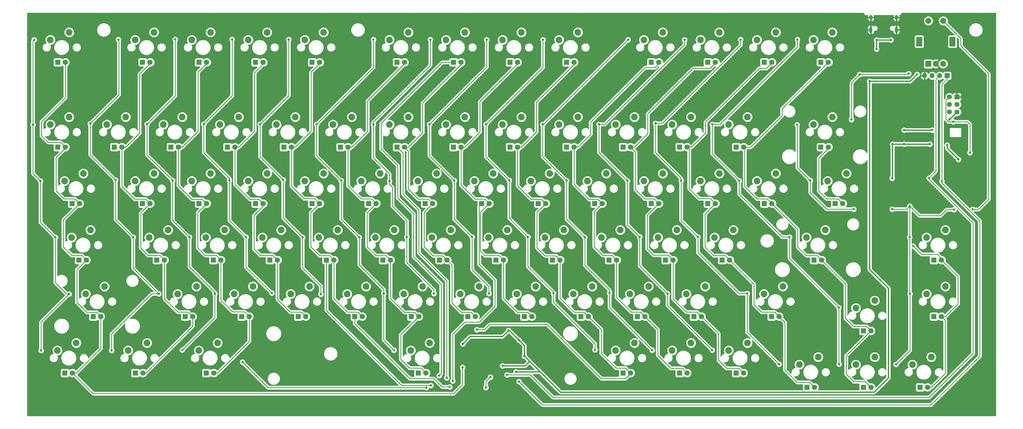
<source format=gtl>
G04 #@! TF.GenerationSoftware,KiCad,Pcbnew,(5.1.9)-1*
G04 #@! TF.CreationDate,2021-06-04T19:47:10-04:00*
G04 #@! TF.ProjectId,version1,76657273-696f-46e3-912e-6b696361645f,rev?*
G04 #@! TF.SameCoordinates,Original*
G04 #@! TF.FileFunction,Copper,L1,Top*
G04 #@! TF.FilePolarity,Positive*
%FSLAX46Y46*%
G04 Gerber Fmt 4.6, Leading zero omitted, Abs format (unit mm)*
G04 Created by KiCad (PCBNEW (5.1.9)-1) date 2021-06-04 19:47:10*
%MOMM*%
%LPD*%
G01*
G04 APERTURE LIST*
G04 #@! TA.AperFunction,ComponentPad*
%ADD10R,2.000000X2.000000*%
G04 #@! TD*
G04 #@! TA.AperFunction,ComponentPad*
%ADD11C,2.000000*%
G04 #@! TD*
G04 #@! TA.AperFunction,ComponentPad*
%ADD12R,2.000000X3.200000*%
G04 #@! TD*
G04 #@! TA.AperFunction,ComponentPad*
%ADD13C,2.250000*%
G04 #@! TD*
G04 #@! TA.AperFunction,ComponentPad*
%ADD14O,1.000000X2.100000*%
G04 #@! TD*
G04 #@! TA.AperFunction,ComponentPad*
%ADD15O,1.000000X1.600000*%
G04 #@! TD*
G04 #@! TA.AperFunction,ComponentPad*
%ADD16O,1.700000X1.700000*%
G04 #@! TD*
G04 #@! TA.AperFunction,ComponentPad*
%ADD17R,1.700000X1.700000*%
G04 #@! TD*
G04 #@! TA.AperFunction,ComponentPad*
%ADD18C,1.700000*%
G04 #@! TD*
G04 #@! TA.AperFunction,ComponentPad*
%ADD19C,1.800000*%
G04 #@! TD*
G04 #@! TA.AperFunction,ComponentPad*
%ADD20R,1.800000X1.800000*%
G04 #@! TD*
G04 #@! TA.AperFunction,ViaPad*
%ADD21C,0.800000*%
G04 #@! TD*
G04 #@! TA.AperFunction,Conductor*
%ADD22C,0.381000*%
G04 #@! TD*
G04 #@! TA.AperFunction,Conductor*
%ADD23C,0.254000*%
G04 #@! TD*
G04 #@! TA.AperFunction,Conductor*
%ADD24C,2.000000*%
G04 #@! TD*
G04 APERTURE END LIST*
D10*
X381793750Y-95250000D03*
D11*
X384293750Y-95250000D03*
X386793750Y-95250000D03*
D12*
X378693750Y-87750000D03*
X389893750Y-87750000D03*
D11*
X381793750Y-80750000D03*
X386793750Y-80750000D03*
D13*
X347821250Y-134778750D03*
X354171250Y-132238750D03*
X90646250Y-134778750D03*
X96996250Y-132238750D03*
X343058750Y-115728750D03*
X349408750Y-113188750D03*
X207327500Y-191928750D03*
X213677500Y-189388750D03*
X340677500Y-153828750D03*
X347027500Y-151288750D03*
X97790000Y-172878750D03*
X104140000Y-170338750D03*
X93027500Y-153828750D03*
X99377500Y-151288750D03*
X326390000Y-172878750D03*
X332740000Y-170338750D03*
X88265000Y-191928750D03*
X94615000Y-189388750D03*
X112077500Y-191928750D03*
X118427500Y-189388750D03*
X135890000Y-191928750D03*
X142240000Y-189388750D03*
X114458750Y-87153750D03*
X120808750Y-84613750D03*
X133508750Y-87153750D03*
X139858750Y-84613750D03*
X152558750Y-87153750D03*
X158908750Y-84613750D03*
X171608750Y-87153750D03*
X177958750Y-84613750D03*
X200183750Y-87153750D03*
X206533750Y-84613750D03*
X219233750Y-87153750D03*
X225583750Y-84613750D03*
X238283750Y-87153750D03*
X244633750Y-84613750D03*
X257333750Y-87153750D03*
X263683750Y-84613750D03*
X285908750Y-87153750D03*
X292258750Y-84613750D03*
X304958750Y-87153750D03*
X311308750Y-84613750D03*
X324008750Y-87153750D03*
X330358750Y-84613750D03*
X343058750Y-87153750D03*
X349408750Y-84613750D03*
X85883750Y-115728750D03*
X92233750Y-113188750D03*
X104933750Y-115728750D03*
X111283750Y-113188750D03*
X123983750Y-115728750D03*
X130333750Y-113188750D03*
X143033750Y-115728750D03*
X149383750Y-113188750D03*
X162083750Y-115728750D03*
X168433750Y-113188750D03*
X181133750Y-115728750D03*
X187483750Y-113188750D03*
X200183750Y-115728750D03*
X206533750Y-113188750D03*
X219233750Y-115728750D03*
X225583750Y-113188750D03*
X238283750Y-115728750D03*
X244633750Y-113188750D03*
X257333750Y-115728750D03*
X263683750Y-113188750D03*
X276383750Y-115728750D03*
X282733750Y-113188750D03*
X295433750Y-115728750D03*
X301783750Y-113188750D03*
X314483750Y-115728750D03*
X320833750Y-113188750D03*
X114458750Y-134778750D03*
X120808750Y-132238750D03*
X133508750Y-134778750D03*
X139858750Y-132238750D03*
X171608750Y-134778750D03*
X177958750Y-132238750D03*
X190658750Y-134778750D03*
X197008750Y-132238750D03*
X209708750Y-134778750D03*
X216058750Y-132238750D03*
X228758750Y-134778750D03*
X235108750Y-132238750D03*
X247808750Y-134778750D03*
X254158750Y-132238750D03*
X266858750Y-134778750D03*
X273208750Y-132238750D03*
X304958750Y-134778750D03*
X311308750Y-132238750D03*
X324008750Y-134778750D03*
X330358750Y-132238750D03*
X119221250Y-153828750D03*
X125571250Y-151288750D03*
X138271250Y-153828750D03*
X144621250Y-151288750D03*
X157321250Y-153828750D03*
X163671250Y-151288750D03*
X176371250Y-153828750D03*
X182721250Y-151288750D03*
X233521250Y-153828750D03*
X239871250Y-151288750D03*
X252571250Y-153828750D03*
X258921250Y-151288750D03*
X271621250Y-153828750D03*
X277971250Y-151288750D03*
X290671250Y-153828750D03*
X297021250Y-151288750D03*
X309721250Y-153828750D03*
X316071250Y-151288750D03*
X381158750Y-153828750D03*
X387508750Y-151288750D03*
X147796250Y-172878750D03*
X154146250Y-170338750D03*
X166846250Y-172878750D03*
X173196250Y-170338750D03*
X185896250Y-172878750D03*
X192246250Y-170338750D03*
X204946250Y-172878750D03*
X211296250Y-170338750D03*
X223996250Y-172878750D03*
X230346250Y-170338750D03*
X243046250Y-172878750D03*
X249396250Y-170338750D03*
X262096250Y-172878750D03*
X268446250Y-170338750D03*
X281146250Y-172878750D03*
X287496250Y-170338750D03*
X300196250Y-172878750D03*
X306546250Y-170338750D03*
X381158750Y-172878750D03*
X387508750Y-170338750D03*
X295433750Y-191928750D03*
X301783750Y-189388750D03*
X314483750Y-191928750D03*
X320833750Y-189388750D03*
X357346250Y-196691250D03*
X363696250Y-194151250D03*
X214471250Y-153828750D03*
X220821250Y-151288750D03*
X128746250Y-172878750D03*
X135096250Y-170338750D03*
X276383750Y-191928750D03*
X282733750Y-189388750D03*
X338296250Y-196691250D03*
X344646250Y-194151250D03*
X376396250Y-196691250D03*
X382746250Y-194151250D03*
X195421250Y-153828750D03*
X201771250Y-151288750D03*
X152558750Y-134778750D03*
X158908750Y-132238750D03*
X285908750Y-134778750D03*
X292258750Y-132238750D03*
X357346250Y-177641250D03*
X363696250Y-175101250D03*
X85883750Y-87153750D03*
X92233750Y-84613750D03*
D14*
X362392500Y-83773750D03*
X371032500Y-83773750D03*
D15*
X362392500Y-79593750D03*
X371032500Y-79593750D03*
D16*
X380523750Y-99218750D03*
X383063750Y-99218750D03*
X385603750Y-99218750D03*
D17*
X388143750Y-99218750D03*
X391414000Y-106426000D03*
D18*
X388874000Y-106426000D03*
X391414000Y-108966000D03*
X388874000Y-108966000D03*
X391414000Y-111506000D03*
X388874000Y-111506000D03*
D19*
X381508000Y-204343000D03*
D20*
X378968000Y-204343000D03*
D19*
X362458000Y-204343000D03*
D20*
X359918000Y-204343000D03*
D19*
X343408000Y-204343000D03*
D20*
X340868000Y-204343000D03*
D19*
X319532000Y-199517000D03*
D20*
X316992000Y-199517000D03*
D19*
X300482000Y-199517000D03*
D20*
X297942000Y-199517000D03*
D19*
X281432000Y-199517000D03*
D20*
X278892000Y-199517000D03*
D19*
X212471000Y-199517000D03*
D20*
X209931000Y-199517000D03*
D19*
X140970000Y-199517000D03*
D20*
X138430000Y-199517000D03*
D19*
X117094000Y-199517000D03*
D20*
X114554000Y-199517000D03*
D19*
X93345000Y-199517000D03*
D20*
X90805000Y-199517000D03*
D19*
X386207000Y-180467000D03*
D20*
X383667000Y-180467000D03*
D19*
X362458000Y-185293000D03*
D20*
X359918000Y-185293000D03*
D19*
X331470000Y-180467000D03*
D20*
X328930000Y-180467000D03*
D19*
X305308000Y-180467000D03*
D20*
X302768000Y-180467000D03*
D19*
X286258000Y-180467000D03*
D20*
X283718000Y-180467000D03*
D19*
X267208000Y-180467000D03*
D20*
X264668000Y-180467000D03*
D19*
X248158000Y-180467000D03*
D20*
X245618000Y-180467000D03*
D19*
X229108000Y-180467000D03*
D20*
X226568000Y-180467000D03*
D19*
X210058000Y-180467000D03*
D20*
X207518000Y-180467000D03*
D19*
X191008000Y-180467000D03*
D20*
X188468000Y-180467000D03*
D19*
X171958000Y-180467000D03*
D20*
X169418000Y-180467000D03*
D19*
X152908000Y-180467000D03*
D20*
X150368000Y-180467000D03*
D19*
X133858000Y-180467000D03*
D20*
X131318000Y-180467000D03*
D19*
X102870000Y-180467000D03*
D20*
X100330000Y-180467000D03*
D19*
X386207000Y-161417000D03*
D20*
X383667000Y-161417000D03*
D19*
X345821000Y-161417000D03*
D20*
X343281000Y-161417000D03*
D19*
X314833000Y-161417000D03*
D20*
X312293000Y-161417000D03*
D19*
X295783000Y-161417000D03*
D20*
X293243000Y-161417000D03*
D19*
X276733000Y-161417000D03*
D20*
X274193000Y-161417000D03*
D19*
X257683000Y-161417000D03*
D20*
X255143000Y-161417000D03*
D19*
X238633000Y-161417000D03*
D20*
X236093000Y-161417000D03*
D19*
X219583000Y-161417000D03*
D20*
X217043000Y-161417000D03*
D19*
X200533000Y-161417000D03*
D20*
X197993000Y-161417000D03*
D19*
X181483000Y-161417000D03*
D20*
X178943000Y-161417000D03*
D19*
X162433000Y-161417000D03*
D20*
X159893000Y-161417000D03*
D19*
X143383000Y-161417000D03*
D20*
X140843000Y-161417000D03*
D19*
X124333000Y-161417000D03*
D20*
X121793000Y-161417000D03*
D19*
X98044000Y-161417000D03*
D20*
X95504000Y-161417000D03*
D19*
X352933000Y-142367000D03*
D20*
X350393000Y-142367000D03*
D19*
X329057000Y-142367000D03*
D20*
X326517000Y-142367000D03*
D19*
X310007000Y-142367000D03*
D20*
X307467000Y-142367000D03*
D19*
X290957000Y-142367000D03*
D20*
X288417000Y-142367000D03*
D19*
X271907000Y-142367000D03*
D20*
X269367000Y-142367000D03*
D19*
X252857000Y-142367000D03*
D20*
X250317000Y-142367000D03*
D19*
X233807000Y-142367000D03*
D20*
X231267000Y-142367000D03*
D19*
X214757000Y-142367000D03*
D20*
X212217000Y-142367000D03*
D19*
X195707000Y-142367000D03*
D20*
X193167000Y-142367000D03*
D19*
X176657000Y-142367000D03*
D20*
X174117000Y-142367000D03*
D19*
X157607000Y-142367000D03*
D20*
X155067000Y-142367000D03*
D19*
X138557000Y-142367000D03*
D20*
X136017000Y-142367000D03*
D19*
X119507000Y-142367000D03*
D20*
X116967000Y-142367000D03*
D19*
X95758000Y-142367000D03*
D20*
X93218000Y-142367000D03*
D19*
X348107000Y-123317000D03*
D20*
X345567000Y-123317000D03*
D19*
X319532000Y-123317000D03*
D20*
X316992000Y-123317000D03*
D19*
X300482000Y-123317000D03*
D20*
X297942000Y-123317000D03*
D19*
X281432000Y-123317000D03*
D20*
X278892000Y-123317000D03*
D19*
X262382000Y-123317000D03*
D20*
X259842000Y-123317000D03*
D19*
X243332000Y-123317000D03*
D20*
X240792000Y-123317000D03*
D19*
X224282000Y-123317000D03*
D20*
X221742000Y-123317000D03*
D19*
X205232000Y-123317000D03*
D20*
X202692000Y-123317000D03*
D19*
X186182000Y-123317000D03*
D20*
X183642000Y-123317000D03*
D19*
X167132000Y-123317000D03*
D20*
X164592000Y-123317000D03*
D19*
X148082000Y-123317000D03*
D20*
X145542000Y-123317000D03*
D19*
X129032000Y-123317000D03*
D20*
X126492000Y-123317000D03*
D19*
X109982000Y-123317000D03*
D20*
X107442000Y-123317000D03*
D19*
X90932000Y-123317000D03*
D20*
X88392000Y-123317000D03*
D19*
X348107000Y-94742000D03*
D20*
X345567000Y-94742000D03*
D19*
X329057000Y-94742000D03*
D20*
X326517000Y-94742000D03*
D19*
X310007000Y-94742000D03*
D20*
X307467000Y-94742000D03*
D19*
X290957000Y-94742000D03*
D20*
X288417000Y-94742000D03*
D19*
X262382000Y-94742000D03*
D20*
X259842000Y-94742000D03*
D19*
X243332000Y-94742000D03*
D20*
X240792000Y-94742000D03*
D19*
X224282000Y-94742000D03*
D20*
X221742000Y-94742000D03*
D19*
X205232000Y-94742000D03*
D20*
X202692000Y-94742000D03*
D19*
X176657000Y-94742000D03*
D20*
X174117000Y-94742000D03*
D19*
X157607000Y-94742000D03*
D20*
X155067000Y-94742000D03*
D19*
X138557000Y-94742000D03*
D20*
X136017000Y-94742000D03*
D19*
X119507000Y-94742000D03*
D20*
X116967000Y-94742000D03*
D19*
X90932000Y-94742000D03*
D20*
X88392000Y-94742000D03*
D21*
X229870000Y-196342000D03*
X233680000Y-196342000D03*
X232410000Y-196342000D03*
X231140000Y-196342000D03*
X229870000Y-195072000D03*
X231140000Y-195072000D03*
X232410000Y-195072000D03*
X233680000Y-195072000D03*
X233680000Y-192532000D03*
X232410000Y-192532000D03*
X231140000Y-192532000D03*
X229870000Y-192532000D03*
X229870000Y-193802000D03*
X231140000Y-193802000D03*
X232410000Y-193802000D03*
X233680000Y-193802000D03*
X235812395Y-200707046D03*
X382778000Y-145034000D03*
X380492000Y-101600000D03*
X393700000Y-108204000D03*
X372364000Y-79756000D03*
X395224000Y-129540000D03*
X393141200Y-97282000D03*
X376428000Y-129540000D03*
X378460000Y-129540000D03*
X376428000Y-131572000D03*
X378460000Y-131572000D03*
X377444000Y-135128000D03*
X381000000Y-135128000D03*
X377444000Y-138684000D03*
X381000000Y-138684000D03*
X381000000Y-127508000D03*
X383032000Y-127508000D03*
X381000000Y-130048000D03*
X383032000Y-130048000D03*
X387604000Y-127508000D03*
X387604000Y-130048000D03*
X227584000Y-198882000D03*
X238252000Y-185420000D03*
X223266000Y-189230000D03*
X371348000Y-127762000D03*
X369316000Y-135890000D03*
X383032000Y-119380000D03*
X381508000Y-119380000D03*
X394462000Y-118364000D03*
X245618000Y-193802000D03*
X243840000Y-188468000D03*
X240284000Y-185165996D03*
X224856537Y-189683611D03*
X238252000Y-197104000D03*
X242824000Y-199136000D03*
X364337599Y-87223601D03*
X369189500Y-87223600D03*
X364337600Y-90271600D03*
X361950000Y-101092000D03*
X377952000Y-98806000D03*
X373634000Y-122301000D03*
X391922000Y-127508000D03*
X373634000Y-117602000D03*
X382270000Y-122301000D03*
X388873985Y-114046015D03*
X383032000Y-117602000D03*
X369697006Y-122301000D03*
X369570000Y-133858000D03*
X388112000Y-122682000D03*
X375158024Y-98552000D03*
X358648000Y-98806000D03*
X355854000Y-114046000D03*
X150622000Y-195834000D03*
X212598000Y-204470000D03*
X224790000Y-197612000D03*
X216916000Y-200406000D03*
X229615994Y-184912000D03*
X219456000Y-201168012D03*
X376682000Y-156718000D03*
X221488000Y-202184000D03*
X214122000Y-203708000D03*
X220472000Y-204216000D03*
X234188000Y-200914000D03*
X232664000Y-204435010D03*
X395782798Y-125222000D03*
X390144000Y-114808000D03*
X381965200Y-133756400D03*
X239776000Y-200152000D03*
X243840000Y-202438000D03*
X386334000Y-134874000D03*
X337515200Y-115773200D03*
X341985600Y-134620000D03*
X375462800Y-153720800D03*
X375564400Y-172821600D03*
X370890800Y-196596000D03*
X375513600Y-143256000D03*
X396697200Y-144322800D03*
X390398000Y-144424400D03*
X356616000Y-144272000D03*
X369570000Y-144272000D03*
X80416400Y-87172800D03*
X87579200Y-153771600D03*
X92202000Y-172872400D03*
X82753200Y-191922400D03*
X80010000Y-115773200D03*
X82550000Y-134772400D03*
X106527600Y-191922400D03*
X113792000Y-153720800D03*
X99314000Y-115417600D03*
X108813600Y-87071200D03*
X122428000Y-172821600D03*
X107848400Y-134467600D03*
X127965200Y-86969600D03*
X118465600Y-115570000D03*
X132740400Y-153720800D03*
X130352800Y-191770000D03*
X127101600Y-134620000D03*
X141325600Y-172821600D03*
X151841200Y-153720800D03*
X137566400Y-115570000D03*
X147116800Y-87020400D03*
X160528000Y-172567600D03*
X146202400Y-134518400D03*
X166217600Y-87020400D03*
X156565600Y-115620800D03*
X170891200Y-153771600D03*
X164338000Y-134366000D03*
X177038008Y-172974000D03*
X201676000Y-191820800D03*
X189992000Y-153771600D03*
X175615600Y-115620800D03*
X194767200Y-87071200D03*
X198221600Y-172669200D03*
X183896000Y-134620000D03*
X213918800Y-87071200D03*
X194716400Y-115671600D03*
X215138000Y-172720000D03*
X205993994Y-153670000D03*
X200152000Y-134874000D03*
X232918000Y-87122000D03*
X213614000Y-115671600D03*
X227990400Y-153670000D03*
X221996000Y-134620000D03*
X233680000Y-172720000D03*
X251917200Y-87122000D03*
X232664000Y-115671600D03*
X246837200Y-153619200D03*
X269392400Y-191719200D03*
X255422400Y-172618400D03*
X240538000Y-134518400D03*
X280568400Y-87122000D03*
X251815600Y-115671600D03*
X265988800Y-153771600D03*
X288696400Y-191820800D03*
X274320000Y-172516800D03*
X259842000Y-134619998D03*
X299618400Y-87122000D03*
X270764000Y-115671600D03*
X280365200Y-134721600D03*
X308914800Y-191820800D03*
X293878000Y-172770800D03*
X284480000Y-153619200D03*
X318516000Y-87071200D03*
X304088800Y-153670000D03*
X320700400Y-172720000D03*
X331470000Y-196545200D03*
X289814002Y-115316000D03*
X298450000Y-134620000D03*
X337667600Y-87071200D03*
X308914800Y-115671600D03*
X334975200Y-153670000D03*
X351586800Y-177444400D03*
X351688400Y-196545200D03*
X318008000Y-134670800D03*
D22*
X380523750Y-101568250D02*
X380492000Y-101600000D01*
X380523750Y-99218750D02*
X380523750Y-101568250D01*
X386325750Y-97282000D02*
X393141200Y-97282000D01*
X384293750Y-95250000D02*
X386325750Y-97282000D01*
X245618000Y-193802000D02*
X245618000Y-190500000D01*
X245618000Y-190246000D02*
X245618000Y-190500000D01*
X243840000Y-188468000D02*
X245618000Y-190246000D01*
X243840000Y-188468000D02*
X240537996Y-185165996D01*
X240537996Y-185165996D02*
X240284000Y-185165996D01*
X238252000Y-187198000D02*
X227342148Y-187198000D01*
X240284000Y-185166000D02*
X238252000Y-187198000D01*
X227342148Y-187198000D02*
X224856537Y-189683611D01*
X240284000Y-185165996D02*
X240284000Y-185166000D01*
X248920000Y-197104000D02*
X247396000Y-195580000D01*
X247396000Y-195580000D02*
X245618000Y-193802000D01*
X245872000Y-197104000D02*
X238252000Y-197104000D01*
X247396000Y-195580000D02*
X245872000Y-197104000D01*
X249936000Y-198120000D02*
X250190000Y-198374000D01*
X250190000Y-198374000D02*
X248920000Y-197104000D01*
X250444000Y-198628000D02*
X250190000Y-198374000D01*
X242824000Y-199136000D02*
X250952000Y-199136000D01*
X250952000Y-199136000D02*
X251206000Y-199390000D01*
X251206000Y-199390000D02*
X250444000Y-198628000D01*
X364337599Y-87223601D02*
X364337600Y-87789287D01*
X364337600Y-87789287D02*
X364337600Y-90271600D01*
X369189500Y-87223600D02*
X368623814Y-87223601D01*
X368623814Y-87223601D02*
X364337599Y-87223601D01*
X375666000Y-101092000D02*
X377952000Y-98806000D01*
X361950000Y-101092000D02*
X375666000Y-101092000D01*
X361950000Y-164592000D02*
X361950000Y-101092000D01*
X368300000Y-170942000D02*
X361950000Y-164592000D01*
X363474000Y-205994000D02*
X368300000Y-201168000D01*
X257810000Y-205994000D02*
X363474000Y-205994000D01*
X368300000Y-201168000D02*
X368300000Y-170942000D01*
X251206000Y-199390000D02*
X257810000Y-205994000D01*
X382270000Y-122301000D02*
X373634000Y-122301000D01*
X391414000Y-111506000D02*
X388873985Y-114046015D01*
X373634000Y-117602000D02*
X383032000Y-117602000D01*
X373634000Y-122301000D02*
X369697006Y-122301000D01*
X369697006Y-133730994D02*
X369570000Y-133858000D01*
X369697006Y-122301000D02*
X369697006Y-133730994D01*
X391922000Y-127508000D02*
X388112000Y-123698000D01*
X388112000Y-123698000D02*
X388112000Y-122682000D01*
D23*
X374904024Y-98806000D02*
X358648000Y-98806000D01*
X375158024Y-98552000D02*
X374904024Y-98806000D01*
X355854000Y-101600000D02*
X355854000Y-114046000D01*
X358648000Y-98806000D02*
X355854000Y-101600000D01*
X159258000Y-204470000D02*
X212598000Y-204470000D01*
X150622000Y-195834000D02*
X159258000Y-204470000D01*
X96494600Y-159867600D02*
X98044000Y-161417000D01*
X93116400Y-159867600D02*
X96494600Y-159867600D01*
X90271600Y-157022800D02*
X93116400Y-159867600D01*
X90271600Y-147853400D02*
X90271600Y-157022800D01*
X95758000Y-142367000D02*
X90271600Y-147853400D01*
X101422200Y-179019200D02*
X102870000Y-180467000D01*
X98094800Y-179019200D02*
X101422200Y-179019200D01*
X94792800Y-164668200D02*
X94792800Y-175717200D01*
X94792800Y-175717200D02*
X98094800Y-179019200D01*
X98044000Y-161417000D02*
X94792800Y-164668200D01*
X102870000Y-191264792D02*
X102870000Y-180467000D01*
X94617792Y-199517000D02*
X102870000Y-191264792D01*
X93345000Y-199517000D02*
X94617792Y-199517000D01*
X90932000Y-106680000D02*
X82854800Y-114757200D01*
X90932000Y-94742000D02*
X90932000Y-106680000D01*
X82854800Y-119481600D02*
X85090000Y-121716800D01*
X82854800Y-114757200D02*
X82854800Y-119481600D01*
X89331800Y-121716800D02*
X90932000Y-123317000D01*
X85090000Y-121716800D02*
X89331800Y-121716800D01*
X224790000Y-203454000D02*
X224790000Y-197612000D01*
X221742000Y-206502000D02*
X224790000Y-203454000D01*
X100330000Y-206502000D02*
X221742000Y-206502000D01*
X93345000Y-199517000D02*
X100330000Y-206502000D01*
X90474800Y-140766800D02*
X94157800Y-140766800D01*
X87782400Y-138074400D02*
X90474800Y-140766800D01*
X87782400Y-126847600D02*
X87782400Y-138074400D01*
X90932000Y-123698000D02*
X87782400Y-126847600D01*
X94157800Y-140766800D02*
X95758000Y-142367000D01*
X90932000Y-123317000D02*
X90932000Y-123698000D01*
X217569993Y-169563993D02*
X217569993Y-199752007D01*
X208280000Y-160274000D02*
X217569993Y-169563993D01*
X208280000Y-145796000D02*
X208280000Y-160274000D01*
X197358000Y-115316000D02*
X197358000Y-123952000D01*
X217569993Y-199752007D02*
X216916000Y-200406000D01*
X202946000Y-140462000D02*
X208280000Y-145796000D01*
X202946000Y-129540000D02*
X202946000Y-140462000D01*
X197358000Y-123952000D02*
X202946000Y-129540000D01*
X217932000Y-94742000D02*
X197358000Y-115316000D01*
X221742000Y-94742000D02*
X217932000Y-94742000D01*
X119507000Y-141859000D02*
X119507000Y-142367000D01*
X124333000Y-161163000D02*
X124333000Y-161417000D01*
X118008400Y-140868400D02*
X119507000Y-142367000D01*
X114300000Y-140868400D02*
X118008400Y-140868400D01*
X109982000Y-136550400D02*
X114300000Y-140868400D01*
X109982000Y-123317000D02*
X109982000Y-136550400D01*
X122732800Y-159816800D02*
X124333000Y-161417000D01*
X118770400Y-159816800D02*
X122732800Y-159816800D01*
X116332000Y-157378400D02*
X118770400Y-159816800D01*
X116332000Y-145542000D02*
X116332000Y-157378400D01*
X119507000Y-142367000D02*
X116332000Y-145542000D01*
X132359400Y-178968400D02*
X133858000Y-180467000D01*
X124333000Y-174466731D02*
X128834669Y-178968400D01*
X128834669Y-178968400D02*
X132359400Y-178968400D01*
X124333000Y-161417000D02*
X124333000Y-174466731D01*
X118084600Y-199517000D02*
X117094000Y-199517000D01*
X133858000Y-183743600D02*
X118084600Y-199517000D01*
X133858000Y-180467000D02*
X133858000Y-183743600D01*
X111254792Y-123317000D02*
X109982000Y-123317000D01*
X115925600Y-118646192D02*
X111254792Y-123317000D01*
X115925600Y-98704400D02*
X115925600Y-118646192D01*
X119507000Y-95123000D02*
X115925600Y-98704400D01*
X119507000Y-94742000D02*
X119507000Y-95123000D01*
X143383000Y-161036000D02*
X143383000Y-161417000D01*
X138557000Y-94742000D02*
X138557000Y-95021400D01*
X138557000Y-142367000D02*
X138557000Y-143192500D01*
X138557000Y-142113000D02*
X138557000Y-142367000D01*
X137109200Y-140919200D02*
X138557000Y-142367000D01*
X133604000Y-140919200D02*
X137109200Y-140919200D01*
X129032000Y-136347200D02*
X133604000Y-140919200D01*
X129032000Y-123317000D02*
X129032000Y-136347200D01*
X141782800Y-159816800D02*
X143383000Y-161417000D01*
X138023600Y-159816800D02*
X141782800Y-159816800D01*
X135534400Y-157327600D02*
X138023600Y-159816800D01*
X135534400Y-145389600D02*
X135534400Y-157327600D01*
X138557000Y-142367000D02*
X135534400Y-145389600D01*
X151358600Y-178917600D02*
X152908000Y-180467000D01*
X147320000Y-178917600D02*
X151358600Y-178917600D01*
X143383000Y-174980600D02*
X147320000Y-178917600D01*
X143383000Y-161417000D02*
X143383000Y-174980600D01*
X152908000Y-188851792D02*
X142242792Y-199517000D01*
X142242792Y-199517000D02*
X140970000Y-199517000D01*
X152908000Y-180467000D02*
X152908000Y-188851792D01*
X130327400Y-123317000D02*
X129032000Y-123317000D01*
X135636000Y-118008400D02*
X130327400Y-123317000D01*
X135636000Y-98044000D02*
X135636000Y-118008400D01*
X138557000Y-95123000D02*
X135636000Y-98044000D01*
X138557000Y-94742000D02*
X138557000Y-95123000D01*
X162433000Y-160782000D02*
X162433000Y-161417000D01*
X157607000Y-141859000D02*
X157607000Y-142367000D01*
X156159200Y-140919200D02*
X157607000Y-142367000D01*
X153110238Y-140919200D02*
X156159200Y-140919200D01*
X148082000Y-135890962D02*
X153110238Y-140919200D01*
X148082000Y-123317000D02*
X148082000Y-135890962D01*
X160883600Y-159867600D02*
X162433000Y-161417000D01*
X156667200Y-159867600D02*
X160883600Y-159867600D01*
X154533600Y-157734000D02*
X156667200Y-159867600D01*
X154533600Y-146354800D02*
X154533600Y-157734000D01*
X157607000Y-143281400D02*
X154533600Y-146354800D01*
X157607000Y-142367000D02*
X157607000Y-143281400D01*
X170459400Y-178968400D02*
X171958000Y-180467000D01*
X166725600Y-178968400D02*
X170459400Y-178968400D01*
X162433000Y-174675800D02*
X166725600Y-178968400D01*
X162433000Y-161417000D02*
X162433000Y-174675800D01*
X149354792Y-123317000D02*
X148082000Y-123317000D01*
X154686000Y-117985792D02*
X149354792Y-123317000D01*
X154686000Y-98234500D02*
X154686000Y-117985792D01*
X157607000Y-95313500D02*
X154686000Y-98234500D01*
X157607000Y-94742000D02*
X157607000Y-95313500D01*
X181483000Y-160909000D02*
X181483000Y-161417000D01*
X176657000Y-142367000D02*
X176657000Y-143192500D01*
X176657000Y-141605000D02*
X176657000Y-142367000D01*
X175006000Y-140716000D02*
X176657000Y-142367000D01*
X171399200Y-140716000D02*
X175006000Y-140716000D01*
X167132000Y-136448800D02*
X171399200Y-140716000D01*
X167132000Y-123317000D02*
X167132000Y-136448800D01*
X179984400Y-159918400D02*
X181483000Y-161417000D01*
X176580800Y-159918400D02*
X179984400Y-159918400D01*
X173634400Y-156972000D02*
X176580800Y-159918400D01*
X173634400Y-145389600D02*
X173634400Y-156972000D01*
X176657000Y-142367000D02*
X173634400Y-145389600D01*
X189509400Y-178968400D02*
X191008000Y-180467000D01*
X185978800Y-178968400D02*
X189509400Y-178968400D01*
X181483000Y-174472600D02*
X185978800Y-178968400D01*
X181483000Y-161417000D02*
X181483000Y-174472600D01*
X168404792Y-123317000D02*
X167132000Y-123317000D01*
X173736000Y-117985792D02*
X168404792Y-123317000D01*
X173736000Y-98044000D02*
X173736000Y-117985792D01*
X176657000Y-95123000D02*
X173736000Y-98044000D01*
X176657000Y-94742000D02*
X176657000Y-95123000D01*
X200533000Y-161036000D02*
X200533000Y-161417000D01*
X195707000Y-142367000D02*
X195707000Y-143224250D01*
X195707000Y-141859000D02*
X195707000Y-142367000D01*
X194106800Y-140766800D02*
X195707000Y-142367000D01*
X190626519Y-140766800D02*
X194106800Y-140766800D01*
X186182000Y-136322281D02*
X190626519Y-140766800D01*
X186182000Y-123317000D02*
X186182000Y-136322281D01*
X199034400Y-159918400D02*
X200533000Y-161417000D01*
X195630800Y-159918400D02*
X199034400Y-159918400D01*
X192633600Y-156921200D02*
X195630800Y-159918400D01*
X192633600Y-145440400D02*
X192633600Y-156921200D01*
X195707000Y-142367000D02*
X192633600Y-145440400D01*
X208610200Y-179019200D02*
X210058000Y-180467000D01*
X205181200Y-179019200D02*
X208610200Y-179019200D01*
X200533000Y-174371000D02*
X205181200Y-179019200D01*
X200533000Y-161417000D02*
X200533000Y-174371000D01*
X210820000Y-197866000D02*
X212471000Y-199517000D01*
X206908400Y-197866000D02*
X210820000Y-197866000D01*
X203962000Y-194919600D02*
X206908400Y-197866000D01*
X203962000Y-186563000D02*
X203962000Y-194919600D01*
X210058000Y-180467000D02*
X203962000Y-186563000D01*
X187454792Y-123317000D02*
X186182000Y-123317000D01*
X192786000Y-107696000D02*
X192786000Y-117985792D01*
X192786000Y-117985792D02*
X187454792Y-123317000D01*
X205232000Y-95250000D02*
X192786000Y-107696000D01*
X205232000Y-94742000D02*
X205232000Y-95250000D01*
X219583000Y-161417000D02*
X219557600Y-161442400D01*
X219583000Y-162052000D02*
X219583000Y-161417000D01*
X214757000Y-141605000D02*
X214757000Y-142367000D01*
X218135200Y-159969200D02*
X219583000Y-161417000D01*
X214884000Y-159969200D02*
X218135200Y-159969200D01*
X211836000Y-156921200D02*
X214884000Y-159969200D01*
X211836000Y-145288000D02*
X211836000Y-156921200D01*
X214757000Y-142367000D02*
X211836000Y-145288000D01*
X213258400Y-140868400D02*
X214757000Y-142367000D01*
X206502000Y-137464800D02*
X209905600Y-140868400D01*
X209905600Y-140868400D02*
X213258400Y-140868400D01*
X206502000Y-124587000D02*
X206502000Y-137464800D01*
X205232000Y-123317000D02*
X206502000Y-124587000D01*
X224332800Y-179019200D02*
X227660200Y-179019200D01*
X221234000Y-175920400D02*
X224332800Y-179019200D01*
X221234000Y-163068000D02*
X221234000Y-175920400D01*
X227660200Y-179019200D02*
X229108000Y-180467000D01*
X219583000Y-161417000D02*
X221234000Y-163068000D01*
X206504792Y-123317000D02*
X205232000Y-123317000D01*
X211328000Y-108458000D02*
X211328000Y-118493792D01*
X211328000Y-118493792D02*
X206504792Y-123317000D01*
X224282000Y-95504000D02*
X211328000Y-108458000D01*
X224282000Y-94742000D02*
X224282000Y-95504000D01*
X238633000Y-160655000D02*
X238633000Y-161417000D01*
X233807000Y-141605000D02*
X233807000Y-142367000D01*
X232308400Y-140868400D02*
X233807000Y-142367000D01*
X229006400Y-140868400D02*
X232308400Y-140868400D01*
X224282000Y-136144000D02*
X229006400Y-140868400D01*
X224282000Y-123317000D02*
X224282000Y-136144000D01*
X246710200Y-179019200D02*
X248158000Y-180467000D01*
X243230400Y-179019200D02*
X246710200Y-179019200D01*
X238633000Y-174421800D02*
X243230400Y-179019200D01*
X238633000Y-161417000D02*
X238633000Y-174421800D01*
X237134400Y-159918400D02*
X238633000Y-161417000D01*
X232308400Y-159918400D02*
X237134400Y-159918400D01*
X230835200Y-158445200D02*
X232308400Y-159918400D01*
X230835200Y-145338800D02*
X230835200Y-158445200D01*
X233807000Y-142367000D02*
X230835200Y-145338800D01*
X225554792Y-123317000D02*
X224282000Y-123317000D01*
X230632000Y-118239792D02*
X225554792Y-123317000D01*
X230632000Y-107950000D02*
X230632000Y-118239792D01*
X243332000Y-95250000D02*
X230632000Y-107950000D01*
X243332000Y-94742000D02*
X243332000Y-95250000D01*
X257683000Y-160655000D02*
X257683000Y-161417000D01*
X252857000Y-141605000D02*
X252857000Y-142367000D01*
X251409200Y-140919200D02*
X252857000Y-142367000D01*
X247904000Y-140919200D02*
X251409200Y-140919200D01*
X243332000Y-136347200D02*
X247904000Y-140919200D01*
X243332000Y-123317000D02*
X243332000Y-136347200D01*
X256235200Y-159969200D02*
X257683000Y-161417000D01*
X252577600Y-159969200D02*
X256235200Y-159969200D01*
X249885200Y-157276800D02*
X252577600Y-159969200D01*
X249885200Y-145338800D02*
X249885200Y-157276800D01*
X252857000Y-142367000D02*
X249885200Y-145338800D01*
X265760200Y-179019200D02*
X267208000Y-180467000D01*
X262432800Y-179019200D02*
X265760200Y-179019200D01*
X257683000Y-174269400D02*
X262432800Y-179019200D01*
X257683000Y-161417000D02*
X257683000Y-174269400D01*
X279781000Y-197866000D02*
X281432000Y-199517000D01*
X276504400Y-197866000D02*
X279781000Y-197866000D01*
X271541801Y-192903401D02*
X276504400Y-197866000D01*
X271541801Y-184800801D02*
X271541801Y-192903401D01*
X267208000Y-180467000D02*
X271541801Y-184800801D01*
X244604792Y-123317000D02*
X243332000Y-123317000D01*
X249682000Y-118239792D02*
X244604792Y-123317000D01*
X249682000Y-108204000D02*
X249682000Y-118239792D01*
X262382000Y-95504000D02*
X249682000Y-108204000D01*
X262382000Y-94742000D02*
X262382000Y-95504000D01*
X232156000Y-184912000D02*
X229615994Y-184912000D01*
X233934000Y-183134000D02*
X232156000Y-184912000D01*
X253238000Y-183134000D02*
X233934000Y-183134000D01*
X271526000Y-201422000D02*
X253238000Y-183134000D01*
X279717500Y-201422000D02*
X271526000Y-201422000D01*
X281432000Y-199707500D02*
X279717500Y-201422000D01*
X281432000Y-199517000D02*
X281432000Y-199707500D01*
X276733000Y-160909000D02*
X276733000Y-161417000D01*
X271907000Y-141605000D02*
X271907000Y-142367000D01*
X267410238Y-140919200D02*
X270459200Y-140919200D01*
X262382000Y-135890962D02*
X267410238Y-140919200D01*
X270459200Y-140919200D02*
X271907000Y-142367000D01*
X262382000Y-123317000D02*
X262382000Y-135890962D01*
X275183600Y-159867600D02*
X276733000Y-161417000D01*
X272071138Y-159867600D02*
X275183600Y-159867600D01*
X269149249Y-156945711D02*
X272071138Y-159867600D01*
X269149249Y-145124751D02*
X269149249Y-156945711D01*
X271907000Y-142367000D02*
X269149249Y-145124751D01*
X284759400Y-178968400D02*
X286258000Y-180467000D01*
X281646938Y-178968400D02*
X284759400Y-178968400D01*
X276733000Y-174054462D02*
X281646938Y-178968400D01*
X276733000Y-161417000D02*
X276733000Y-174054462D01*
X286308800Y-96520000D02*
X267970000Y-114858800D01*
X289560000Y-96520000D02*
X286308800Y-96520000D01*
X263654792Y-123317000D02*
X262382000Y-123317000D01*
X267970000Y-119001792D02*
X263654792Y-123317000D01*
X290957000Y-95123000D02*
X289560000Y-96520000D01*
X267970000Y-114858800D02*
X267970000Y-119001792D01*
X290957000Y-94742000D02*
X290957000Y-95123000D01*
X298932600Y-197967600D02*
X300482000Y-199517000D01*
X294995600Y-197967600D02*
X298932600Y-197967600D01*
X290591801Y-193563801D02*
X294995600Y-197967600D01*
X290591801Y-184800801D02*
X290591801Y-193563801D01*
X286258000Y-180467000D02*
X290591801Y-184800801D01*
X295783000Y-160909000D02*
X295783000Y-161417000D01*
X310007000Y-94742000D02*
X310007000Y-94805500D01*
X290957000Y-141605000D02*
X290957000Y-142367000D01*
X289407600Y-140817600D02*
X290957000Y-142367000D01*
X286207200Y-140817600D02*
X289407600Y-140817600D01*
X283057600Y-137668000D02*
X286207200Y-140817600D01*
X283057600Y-124942600D02*
X283057600Y-137668000D01*
X281432000Y-123317000D02*
X283057600Y-124942600D01*
X303809400Y-178968400D02*
X305308000Y-180467000D01*
X300228000Y-178968400D02*
X303809400Y-178968400D01*
X295783000Y-174523400D02*
X300228000Y-178968400D01*
X295783000Y-161417000D02*
X295783000Y-174523400D01*
X294081200Y-159715200D02*
X295783000Y-161417000D01*
X289102800Y-159715200D02*
X294081200Y-159715200D01*
X287020000Y-157632400D02*
X289102800Y-159715200D01*
X287020000Y-146304000D02*
X287020000Y-157632400D01*
X290957000Y-142367000D02*
X287020000Y-146304000D01*
X282704792Y-123317000D02*
X281432000Y-123317000D01*
X287172400Y-112115600D02*
X287172400Y-118849392D01*
X308165500Y-96774000D02*
X302514000Y-96774000D01*
X302514000Y-96774000D02*
X287172400Y-112115600D01*
X310007000Y-94932500D02*
X308165500Y-96774000D01*
X287172400Y-118849392D02*
X282704792Y-123317000D01*
X310007000Y-94742000D02*
X310007000Y-94932500D01*
X317982600Y-197967600D02*
X319532000Y-199517000D01*
X313791600Y-197967600D02*
X317982600Y-197967600D01*
X311048400Y-195224400D02*
X313791600Y-197967600D01*
X311048400Y-186207400D02*
X311048400Y-195224400D01*
X305308000Y-180467000D02*
X311048400Y-186207400D01*
X308356000Y-140716000D02*
X310007000Y-142367000D01*
X304546000Y-140716000D02*
X308356000Y-140716000D01*
X301193200Y-137363200D02*
X304546000Y-140716000D01*
X301193200Y-124028200D02*
X301193200Y-137363200D01*
X300482000Y-123317000D02*
X301193200Y-124028200D01*
X309422800Y-159918400D02*
X313334400Y-159918400D01*
X306527200Y-157022800D02*
X309422800Y-159918400D01*
X306527200Y-145846800D02*
X306527200Y-157022800D01*
X313334400Y-159918400D02*
X314833000Y-161417000D01*
X310007000Y-142367000D02*
X306527200Y-145846800D01*
X329971400Y-178968400D02*
X331470000Y-180467000D01*
X325526400Y-178968400D02*
X329971400Y-178968400D01*
X322986400Y-176428400D02*
X325526400Y-178968400D01*
X322986400Y-169570400D02*
X322986400Y-176428400D01*
X314833000Y-161417000D02*
X322986400Y-169570400D01*
X301929800Y-123317000D02*
X300482000Y-123317000D01*
X306679600Y-118567200D02*
X301929800Y-123317000D01*
X327215500Y-96774000D02*
X324815200Y-96774000D01*
X306679600Y-114909600D02*
X306679600Y-118567200D01*
X329057000Y-94932500D02*
X327215500Y-96774000D01*
X324815200Y-96774000D02*
X306679600Y-114909600D01*
X329057000Y-94742000D02*
X329057000Y-94932500D01*
X341706200Y-202641200D02*
X343408000Y-204343000D01*
X333416205Y-198542205D02*
X337515200Y-202641200D01*
X333416205Y-182413205D02*
X333416205Y-198542205D01*
X337515200Y-202641200D02*
X341706200Y-202641200D01*
X331470000Y-180467000D02*
X333416205Y-182413205D01*
X321894200Y-123317000D02*
X319532000Y-123317000D01*
X332486000Y-112725200D02*
X321894200Y-123317000D01*
X332486000Y-110363000D02*
X332486000Y-112725200D01*
X348107000Y-94742000D02*
X332486000Y-110363000D01*
X327507600Y-140817600D02*
X329057000Y-142367000D01*
X324053200Y-140817600D02*
X327507600Y-140817600D01*
X319887600Y-136652000D02*
X324053200Y-140817600D01*
X319887600Y-123672600D02*
X319887600Y-136652000D01*
X319532000Y-123317000D02*
X319887600Y-123672600D01*
X344322400Y-159918400D02*
X345821000Y-161417000D01*
X340664800Y-159918400D02*
X344322400Y-159918400D01*
X337769200Y-157022800D02*
X340664800Y-159918400D01*
X337769200Y-151079200D02*
X337769200Y-157022800D01*
X329057000Y-142367000D02*
X337769200Y-151079200D01*
X360553000Y-202438000D02*
X362458000Y-204343000D01*
X356616000Y-202438000D02*
X360553000Y-202438000D01*
X354076000Y-199898000D02*
X356616000Y-202438000D01*
X354076000Y-193675000D02*
X354076000Y-199898000D01*
X362458000Y-185293000D02*
X354076000Y-193675000D01*
X360959400Y-183794400D02*
X362458000Y-185293000D01*
X356514400Y-183794400D02*
X360959400Y-183794400D01*
X353822000Y-181102000D02*
X356514400Y-183794400D01*
X353822000Y-169418000D02*
X353822000Y-181102000D01*
X345821000Y-161417000D02*
X353822000Y-169418000D01*
X87883038Y-123317000D02*
X88392000Y-123317000D01*
X210058000Y-159003998D02*
X219456000Y-168401998D01*
X202692000Y-123317000D02*
X204724000Y-125349000D01*
X204724000Y-125349000D02*
X204724000Y-139191998D01*
X204724000Y-139191998D02*
X210058000Y-144525998D01*
X210058000Y-144525998D02*
X210058000Y-159003998D01*
X219456000Y-168401998D02*
X219456000Y-201168012D01*
X381508000Y-203898500D02*
X381508000Y-204343000D01*
X387479792Y-180467000D02*
X386207000Y-180467000D01*
X391718800Y-176227992D02*
X387479792Y-180467000D01*
X391718800Y-166928800D02*
X391718800Y-176227992D01*
X386207000Y-161417000D02*
X391718800Y-166928800D01*
X387400800Y-181660800D02*
X386207000Y-180467000D01*
X387400800Y-199722992D02*
X387400800Y-181660800D01*
X382780792Y-204343000D02*
X387400800Y-199722992D01*
X381508000Y-204343000D02*
X382780792Y-204343000D01*
X386207000Y-160909000D02*
X386207000Y-161417000D01*
X384810000Y-159512000D02*
X386207000Y-160909000D01*
X379476000Y-159512000D02*
X384810000Y-159512000D01*
X376682000Y-156718000D02*
X379476000Y-159512000D01*
X351383600Y-140817600D02*
X352933000Y-142367000D01*
X347522800Y-140817600D02*
X351383600Y-140817600D01*
X344881200Y-138176000D02*
X347522800Y-140817600D01*
X344881200Y-127050800D02*
X344881200Y-138176000D01*
X348107000Y-123825000D02*
X344881200Y-127050800D01*
X348107000Y-123317000D02*
X348107000Y-123825000D01*
X93218000Y-142367000D02*
X93218000Y-142525750D01*
X221488000Y-186436000D02*
X221488000Y-202184000D01*
X225552000Y-182372000D02*
X221488000Y-186436000D01*
X230378000Y-182372000D02*
X225552000Y-182372000D01*
X235712000Y-177038000D02*
X230378000Y-182372000D01*
X235712000Y-168148000D02*
X235712000Y-177038000D01*
X230381190Y-162817190D02*
X235712000Y-168148000D01*
X230381190Y-143252810D02*
X230381190Y-162817190D01*
X231267000Y-142367000D02*
X230381190Y-143252810D01*
X204216000Y-203708000D02*
X214122000Y-203708000D01*
X178943000Y-178435000D02*
X204216000Y-203708000D01*
X178943000Y-161417000D02*
X178943000Y-178435000D01*
X217932000Y-204216000D02*
X220472000Y-204216000D01*
X207010000Y-201422000D02*
X215138000Y-201422000D01*
X188468000Y-182880000D02*
X207010000Y-201422000D01*
X215138000Y-201422000D02*
X217932000Y-204216000D01*
X188468000Y-180467000D02*
X188468000Y-182880000D01*
X234188000Y-200914000D02*
X232664000Y-202438000D01*
X232664000Y-202438000D02*
X232664000Y-204435010D01*
X387696999Y-113944991D02*
X388560008Y-114808000D01*
X387696999Y-107603001D02*
X387696999Y-113944991D01*
X388874000Y-106426000D02*
X387696999Y-107603001D01*
X395782798Y-115620798D02*
X395782798Y-125222000D01*
X394970000Y-114808000D02*
X395782798Y-115620798D01*
X394462000Y-114808000D02*
X394970000Y-114808000D01*
X390144000Y-114808000D02*
X394462000Y-114808000D01*
X388560008Y-114808000D02*
X390144000Y-114808000D01*
X384295599Y-131426001D02*
X381965200Y-133756400D01*
X384295599Y-100526901D02*
X384295599Y-131426001D01*
X385603750Y-99218750D02*
X384295599Y-100526901D01*
X247650000Y-200152000D02*
X239776000Y-200152000D01*
X382016000Y-207772000D02*
X255270000Y-207772000D01*
X396849600Y-192938400D02*
X382016000Y-207772000D01*
X255270000Y-207772000D02*
X247650000Y-200152000D01*
X396849600Y-148945600D02*
X396849600Y-192938400D01*
X381965200Y-134061200D02*
X396849600Y-148945600D01*
X381965200Y-133756400D02*
X381965200Y-134061200D01*
X388143750Y-100322750D02*
X386334000Y-102132500D01*
X386334000Y-102132500D02*
X386334000Y-134874000D01*
X388143750Y-99218750D02*
X388143750Y-100322750D01*
X243840000Y-202438000D02*
X251714000Y-210312000D01*
X251714000Y-210312000D02*
X382625600Y-210312000D01*
X382625600Y-210312000D02*
X399084800Y-193852800D01*
X399084800Y-193852800D02*
X399084800Y-148190485D01*
X399084800Y-148190485D02*
X386334000Y-135439685D01*
X386334000Y-135439685D02*
X386334000Y-134874000D01*
X375462800Y-172720000D02*
X375564400Y-172821600D01*
X375462800Y-153720800D02*
X375462800Y-172720000D01*
X375564400Y-191922400D02*
X370890800Y-196596000D01*
X375564400Y-172821600D02*
X375564400Y-191922400D01*
X337667600Y-130302000D02*
X341985600Y-134620000D01*
X337667600Y-115925600D02*
X337667600Y-130302000D01*
X337515200Y-115773200D02*
X337667600Y-115925600D01*
X375513600Y-153670000D02*
X375462800Y-153720800D01*
X375513600Y-143256000D02*
X375513600Y-153670000D01*
X378714000Y-146456400D02*
X375513600Y-143256000D01*
X385827138Y-146456400D02*
X378714000Y-146456400D01*
X387859138Y-144424400D02*
X385827138Y-146456400D01*
X390398000Y-144424400D02*
X387859138Y-144424400D01*
X374497600Y-144272000D02*
X375513600Y-143256000D01*
X369570000Y-144272000D02*
X374497600Y-144272000D01*
X398729200Y-144322800D02*
X396697200Y-144322800D01*
X402082000Y-140970000D02*
X398729200Y-144322800D01*
X402082000Y-98552000D02*
X402082000Y-140970000D01*
X392684000Y-89154000D02*
X402082000Y-98552000D01*
X392684000Y-86640250D02*
X392684000Y-89154000D01*
X386793750Y-80750000D02*
X392684000Y-86640250D01*
X347472000Y-144272000D02*
X356616000Y-144272000D01*
X341985600Y-138785600D02*
X347472000Y-144272000D01*
X341985600Y-134620000D02*
X341985600Y-138785600D01*
X91361168Y-172872400D02*
X92202000Y-172872400D01*
X87579200Y-169090432D02*
X91361168Y-172872400D01*
X87579200Y-153771600D02*
X87579200Y-169090432D01*
X82753200Y-182321200D02*
X82753200Y-191922400D01*
X92202000Y-172872400D02*
X82753200Y-182321200D01*
X80010000Y-87579200D02*
X80010000Y-115773200D01*
X80416400Y-87172800D02*
X80010000Y-87579200D01*
X80010000Y-132232400D02*
X82550000Y-134772400D01*
X82550000Y-148742400D02*
X82550000Y-134772400D01*
X87579200Y-153771600D02*
X82550000Y-148742400D01*
X80010000Y-115773200D02*
X80010000Y-132232400D01*
X108966000Y-87223600D02*
X108966000Y-105765600D01*
X108966000Y-105765600D02*
X99314000Y-115417600D01*
X108813600Y-87071200D02*
X108966000Y-87223600D01*
X113792000Y-153720800D02*
X113792000Y-164185600D01*
X113792000Y-164185600D02*
X122428000Y-172821600D01*
X106527600Y-191922400D02*
X106527600Y-186334400D01*
X106527600Y-186334400D02*
X120040400Y-172821600D01*
X120040400Y-172821600D02*
X122428000Y-172821600D01*
X107848400Y-147777200D02*
X107848400Y-134467600D01*
X113792000Y-153720800D02*
X107848400Y-147777200D01*
X99314000Y-115417600D02*
X99314000Y-125933200D01*
X99314000Y-125933200D02*
X107848400Y-134467600D01*
X127965200Y-106070400D02*
X118465600Y-115570000D01*
X127965200Y-86969600D02*
X127965200Y-106070400D01*
X118465600Y-115570000D02*
X118465600Y-125984000D01*
X118465600Y-125984000D02*
X127101600Y-134620000D01*
X132740400Y-153720800D02*
X127101600Y-148082000D01*
X127101600Y-148082000D02*
X127101600Y-134620000D01*
X141325600Y-180797200D02*
X141325600Y-172821600D01*
X130352800Y-191770000D02*
X141325600Y-180797200D01*
X141325600Y-172313600D02*
X141325600Y-172821600D01*
X132740400Y-163728400D02*
X141325600Y-172313600D01*
X132740400Y-153720800D02*
X132740400Y-163728400D01*
X147116800Y-106019600D02*
X137566400Y-115570000D01*
X147116800Y-87020400D02*
X147116800Y-106019600D01*
X151841200Y-163880800D02*
X160528000Y-172567600D01*
X151841200Y-153720800D02*
X151841200Y-163880800D01*
X146202400Y-148082000D02*
X146202400Y-134518400D01*
X151841200Y-153720800D02*
X146202400Y-148082000D01*
X146202400Y-133807200D02*
X146202400Y-134518400D01*
X137566400Y-125171200D02*
X146202400Y-133807200D01*
X137566400Y-115570000D02*
X137566400Y-125171200D01*
X166217600Y-105968800D02*
X156565600Y-115620800D01*
X166217600Y-87020400D02*
X166217600Y-105968800D01*
X164338000Y-147218400D02*
X164338000Y-134366000D01*
X170891200Y-153771600D02*
X164338000Y-147218400D01*
X156565600Y-115620800D02*
X156565600Y-126593600D01*
X156565600Y-126593600D02*
X164338000Y-134366000D01*
X170891200Y-164033200D02*
X177038008Y-170180008D01*
X170891200Y-153771600D02*
X170891200Y-164033200D01*
X177038008Y-170180008D02*
X177038008Y-172974000D01*
X194767200Y-96469200D02*
X175615600Y-115620800D01*
X194767200Y-87071200D02*
X194767200Y-96469200D01*
X201676000Y-191820800D02*
X198221600Y-188366400D01*
X198221600Y-188366400D02*
X198221600Y-172669200D01*
X198221600Y-171297600D02*
X198221600Y-172669200D01*
X189992000Y-163068000D02*
X198221600Y-171297600D01*
X189992000Y-153771600D02*
X189992000Y-163068000D01*
X175615600Y-115620800D02*
X175615600Y-126339600D01*
X175615600Y-126339600D02*
X183896000Y-134620000D01*
X189992000Y-153771600D02*
X183896000Y-147675600D01*
X183896000Y-147675600D02*
X183896000Y-134620000D01*
X205993994Y-162305994D02*
X205993994Y-153670000D01*
X215138000Y-172720000D02*
X215138000Y-171450000D01*
X215138000Y-171450000D02*
X205993994Y-162305994D01*
X200152000Y-135890000D02*
X200152000Y-134874000D01*
X201168000Y-136906000D02*
X200152000Y-135890000D01*
X201168000Y-143256000D02*
X201168000Y-136906000D01*
X205993994Y-148081994D02*
X201168000Y-143256000D01*
X205993994Y-153670000D02*
X205993994Y-148081994D01*
X200152000Y-132334000D02*
X200152000Y-134874000D01*
X194716400Y-126898400D02*
X200152000Y-132334000D01*
X194716400Y-115671600D02*
X194716400Y-126898400D01*
X194716400Y-114909600D02*
X194716400Y-115671600D01*
X213918800Y-95707200D02*
X194716400Y-114909600D01*
X213918800Y-87071200D02*
X213918800Y-95707200D01*
X232918000Y-96367600D02*
X213614000Y-115671600D01*
X232918000Y-87122000D02*
X232918000Y-96367600D01*
X213614000Y-115671600D02*
X213614000Y-126238000D01*
X213614000Y-126238000D02*
X221996000Y-134620000D01*
X221996000Y-147675600D02*
X221996000Y-134620000D01*
X227990400Y-153670000D02*
X221996000Y-147675600D01*
X227990400Y-164744400D02*
X233680000Y-170434000D01*
X233680000Y-170434000D02*
X233680000Y-172720000D01*
X227990400Y-153670000D02*
X227990400Y-164744400D01*
X251917200Y-96418400D02*
X232664000Y-115671600D01*
X251917200Y-87122000D02*
X251917200Y-96418400D01*
X269392400Y-191719200D02*
X269392400Y-189636400D01*
X269392400Y-189636400D02*
X255422400Y-175666400D01*
X255422400Y-175666400D02*
X255422400Y-172618400D01*
X255422400Y-172212000D02*
X255422400Y-172618400D01*
X246837200Y-163626800D02*
X255422400Y-172212000D01*
X246837200Y-153619200D02*
X246837200Y-163626800D01*
X240538000Y-147320000D02*
X240538000Y-134518400D01*
X246837200Y-153619200D02*
X240538000Y-147320000D01*
X232664000Y-126644400D02*
X240538000Y-134518400D01*
X232664000Y-115671600D02*
X232664000Y-126644400D01*
X252018800Y-115671600D02*
X251815600Y-115671600D01*
X280568400Y-87122000D02*
X252018800Y-115671600D01*
X288696400Y-191820800D02*
X274320000Y-177444400D01*
X274320000Y-177444400D02*
X274320000Y-172516800D01*
X274320000Y-171551600D02*
X274320000Y-172516800D01*
X265988800Y-163220400D02*
X274320000Y-171551600D01*
X265988800Y-153771600D02*
X265988800Y-163220400D01*
X265988800Y-153771600D02*
X259842000Y-147624800D01*
X251815600Y-115671600D02*
X251815600Y-126593598D01*
X251815600Y-126593598D02*
X259842000Y-134619998D01*
X259842000Y-147624800D02*
X259842000Y-134619998D01*
X270764000Y-125120400D02*
X280365200Y-134721600D01*
X270764000Y-115671600D02*
X270764000Y-125120400D01*
X293878000Y-176784000D02*
X293878000Y-172770800D01*
X308914800Y-191820800D02*
X293878000Y-176784000D01*
X293878000Y-172770800D02*
X284480000Y-163372800D01*
X280365200Y-149504400D02*
X284480000Y-153619200D01*
X284480000Y-163372800D02*
X284480000Y-153619200D01*
X280365200Y-134721600D02*
X280365200Y-149504400D01*
X272694400Y-115671600D02*
X270764000Y-115671600D01*
X299618400Y-88747600D02*
X272694400Y-115671600D01*
X299618400Y-87122000D02*
X299618400Y-88747600D01*
X317906400Y-172720000D02*
X320700400Y-172720000D01*
X304088800Y-158902400D02*
X317906400Y-172720000D01*
X304088800Y-153670000D02*
X304088800Y-158902400D01*
X320700400Y-172720000D02*
X320700400Y-185775600D01*
X320700400Y-185775600D02*
X331470000Y-196545200D01*
X298450000Y-148031200D02*
X298450000Y-134620000D01*
X304088800Y-153670000D02*
X298450000Y-148031200D01*
X289814002Y-125222002D02*
X298450000Y-133858000D01*
X298450000Y-133858000D02*
X298450000Y-134620000D01*
X289814002Y-115316000D02*
X289814002Y-125222002D01*
X292100000Y-115316000D02*
X289814002Y-115316000D01*
X318516000Y-88900000D02*
X292100000Y-115316000D01*
X318516000Y-87071200D02*
X318516000Y-88900000D01*
X334975200Y-160832800D02*
X351586800Y-177444400D01*
X334975200Y-153670000D02*
X334975200Y-160832800D01*
X351586800Y-196443600D02*
X351688400Y-196545200D01*
X351586800Y-177444400D02*
X351586800Y-196443600D01*
X308914800Y-125577600D02*
X318008000Y-134670800D01*
X308914800Y-115671600D02*
X308914800Y-125577600D01*
X311556400Y-115671600D02*
X308914800Y-115671600D01*
X337667600Y-89560400D02*
X311556400Y-115671600D01*
X337667600Y-87071200D02*
X337667600Y-89560400D01*
X318008000Y-139192000D02*
X318008000Y-134670800D01*
X332486000Y-153670000D02*
X318008000Y-139192000D01*
X334975200Y-153670000D02*
X332486000Y-153670000D01*
X360020000Y-78199581D02*
X360016807Y-78232000D01*
X360029550Y-78361383D01*
X360067290Y-78485793D01*
X360128575Y-78600450D01*
X360211052Y-78700948D01*
X360311550Y-78783425D01*
X360426207Y-78844710D01*
X360550617Y-78882450D01*
X360647581Y-78892000D01*
X360680000Y-78895193D01*
X360712419Y-78892000D01*
X361328054Y-78892000D01*
X361304085Y-78947763D01*
X361257500Y-79166750D01*
X361257500Y-79466750D01*
X362265500Y-79466750D01*
X362265500Y-79446750D01*
X362519500Y-79446750D01*
X362519500Y-79466750D01*
X363527500Y-79466750D01*
X363527500Y-79166750D01*
X363480915Y-78947763D01*
X363456946Y-78892000D01*
X369968054Y-78892000D01*
X369944085Y-78947763D01*
X369897500Y-79166750D01*
X369897500Y-79466750D01*
X370905500Y-79466750D01*
X370905500Y-79446750D01*
X371159500Y-79446750D01*
X371159500Y-79466750D01*
X372167500Y-79466750D01*
X372167500Y-79166750D01*
X372120915Y-78947763D01*
X372097803Y-78893992D01*
X372110000Y-78895193D01*
X372142419Y-78892000D01*
X372239383Y-78882450D01*
X372363793Y-78844710D01*
X372478450Y-78783425D01*
X372578948Y-78700948D01*
X372661425Y-78600450D01*
X372722710Y-78485793D01*
X372760450Y-78361383D01*
X372773193Y-78232000D01*
X372770000Y-78199581D01*
X372770000Y-78130000D01*
X404470000Y-78130000D01*
X404470001Y-213970000D01*
X78130000Y-213970000D01*
X78130000Y-194320028D01*
X85485000Y-194320028D01*
X85485000Y-194617472D01*
X85543029Y-194909201D01*
X85656856Y-195184003D01*
X85822107Y-195431319D01*
X86032431Y-195641643D01*
X86279747Y-195806894D01*
X86554549Y-195920721D01*
X86846278Y-195978750D01*
X87143722Y-195978750D01*
X87435451Y-195920721D01*
X87710253Y-195806894D01*
X87957569Y-195641643D01*
X88167893Y-195431319D01*
X88333144Y-195184003D01*
X88446971Y-194909201D01*
X88505000Y-194617472D01*
X88505000Y-194320028D01*
X88483080Y-194209826D01*
X89446100Y-194209826D01*
X89446100Y-194727674D01*
X89547127Y-195235572D01*
X89745299Y-195714001D01*
X90033000Y-196144576D01*
X90399174Y-196510750D01*
X90829749Y-196798451D01*
X91308178Y-196996623D01*
X91816076Y-197097650D01*
X92333924Y-197097650D01*
X92841822Y-196996623D01*
X93320251Y-196798451D01*
X93750826Y-196510750D01*
X94117000Y-196144576D01*
X94404701Y-195714001D01*
X94602873Y-195235572D01*
X94703900Y-194727674D01*
X94703900Y-194209826D01*
X94602873Y-193701928D01*
X94404701Y-193223499D01*
X94117000Y-192792924D01*
X93750826Y-192426750D01*
X93320251Y-192139049D01*
X92841822Y-191940877D01*
X92333924Y-191839850D01*
X91816076Y-191839850D01*
X91308178Y-191940877D01*
X90829749Y-192139049D01*
X90399174Y-192426750D01*
X90033000Y-192792924D01*
X89745299Y-193223499D01*
X89547127Y-193701928D01*
X89446100Y-194209826D01*
X88483080Y-194209826D01*
X88446971Y-194028299D01*
X88333144Y-193753497D01*
X88289882Y-193688750D01*
X88438345Y-193688750D01*
X88778373Y-193621114D01*
X89098673Y-193488442D01*
X89386935Y-193295831D01*
X89632081Y-193050685D01*
X89824692Y-192762423D01*
X89957364Y-192442123D01*
X90025000Y-192102095D01*
X90025000Y-191755405D01*
X89957364Y-191415377D01*
X89824692Y-191095077D01*
X89632081Y-190806815D01*
X89386935Y-190561669D01*
X89098673Y-190369058D01*
X88778373Y-190236386D01*
X88438345Y-190168750D01*
X88091655Y-190168750D01*
X87751627Y-190236386D01*
X87431327Y-190369058D01*
X87143065Y-190561669D01*
X86897919Y-190806815D01*
X86705308Y-191095077D01*
X86572636Y-191415377D01*
X86505000Y-191755405D01*
X86505000Y-192102095D01*
X86572636Y-192442123D01*
X86705308Y-192762423D01*
X86837638Y-192960469D01*
X86554549Y-193016779D01*
X86279747Y-193130606D01*
X86032431Y-193295857D01*
X85822107Y-193506181D01*
X85656856Y-193753497D01*
X85543029Y-194028299D01*
X85485000Y-194320028D01*
X78130000Y-194320028D01*
X78130000Y-115671261D01*
X78975000Y-115671261D01*
X78975000Y-115875139D01*
X79014774Y-116075098D01*
X79092795Y-116263456D01*
X79206063Y-116432974D01*
X79248000Y-116474911D01*
X79248001Y-132194967D01*
X79244314Y-132232400D01*
X79259027Y-132381778D01*
X79302599Y-132525415D01*
X79373355Y-132657792D01*
X79444721Y-132744751D01*
X79468579Y-132773822D01*
X79497649Y-132797679D01*
X81515000Y-134815031D01*
X81515000Y-134874339D01*
X81554774Y-135074298D01*
X81632795Y-135262656D01*
X81746063Y-135432174D01*
X81788001Y-135474112D01*
X81788000Y-148704977D01*
X81784314Y-148742400D01*
X81788000Y-148779823D01*
X81788000Y-148779825D01*
X81799026Y-148891777D01*
X81842598Y-149035414D01*
X81874436Y-149094978D01*
X81913355Y-149167792D01*
X81916076Y-149171107D01*
X82008578Y-149283822D01*
X82037654Y-149307684D01*
X86544200Y-153814231D01*
X86544200Y-153873539D01*
X86583974Y-154073498D01*
X86661995Y-154261856D01*
X86775263Y-154431374D01*
X86817200Y-154473311D01*
X86817201Y-169052999D01*
X86813514Y-169090432D01*
X86828227Y-169239810D01*
X86871799Y-169383447D01*
X86942555Y-169515824D01*
X86982086Y-169563992D01*
X87037779Y-169631854D01*
X87066849Y-169655711D01*
X90703953Y-173292816D01*
X82240854Y-181755916D01*
X82211778Y-181779778D01*
X82156183Y-181847522D01*
X82116555Y-181895808D01*
X82115631Y-181897537D01*
X82045798Y-182028186D01*
X82002226Y-182171823D01*
X81995181Y-182243355D01*
X81987514Y-182321200D01*
X81991200Y-182358623D01*
X81991201Y-191220688D01*
X81949263Y-191262626D01*
X81835995Y-191432144D01*
X81757974Y-191620502D01*
X81718200Y-191820461D01*
X81718200Y-192024339D01*
X81757974Y-192224298D01*
X81835995Y-192412656D01*
X81949263Y-192582174D01*
X82093426Y-192726337D01*
X82262944Y-192839605D01*
X82451302Y-192917626D01*
X82651261Y-192957400D01*
X82855139Y-192957400D01*
X83055098Y-192917626D01*
X83243456Y-192839605D01*
X83412974Y-192726337D01*
X83557137Y-192582174D01*
X83670405Y-192412656D01*
X83748426Y-192224298D01*
X83788200Y-192024339D01*
X83788200Y-191820461D01*
X83748426Y-191620502D01*
X83670405Y-191432144D01*
X83557137Y-191262626D01*
X83515200Y-191220689D01*
X83515200Y-189215405D01*
X92855000Y-189215405D01*
X92855000Y-189562095D01*
X92922636Y-189902123D01*
X93055308Y-190222423D01*
X93247919Y-190510685D01*
X93493065Y-190755831D01*
X93781327Y-190948442D01*
X94101627Y-191081114D01*
X94441655Y-191148750D01*
X94788345Y-191148750D01*
X95128373Y-191081114D01*
X95448673Y-190948442D01*
X95736935Y-190755831D01*
X95982081Y-190510685D01*
X96174692Y-190222423D01*
X96307364Y-189902123D01*
X96375000Y-189562095D01*
X96375000Y-189215405D01*
X96307364Y-188875377D01*
X96174692Y-188555077D01*
X95982081Y-188266815D01*
X95736935Y-188021669D01*
X95448673Y-187829058D01*
X95128373Y-187696386D01*
X94788345Y-187628750D01*
X94441655Y-187628750D01*
X94101627Y-187696386D01*
X93781327Y-187829058D01*
X93493065Y-188021669D01*
X93247919Y-188266815D01*
X93055308Y-188555077D01*
X92922636Y-188875377D01*
X92855000Y-189215405D01*
X83515200Y-189215405D01*
X83515200Y-183414826D01*
X87033100Y-183414826D01*
X87033100Y-183932674D01*
X87134127Y-184440572D01*
X87332299Y-184919001D01*
X87620000Y-185349576D01*
X87986174Y-185715750D01*
X88416749Y-186003451D01*
X88895178Y-186201623D01*
X89403076Y-186302650D01*
X89920924Y-186302650D01*
X90428822Y-186201623D01*
X90907251Y-186003451D01*
X91337826Y-185715750D01*
X91704000Y-185349576D01*
X91991701Y-184919001D01*
X92189873Y-184440572D01*
X92290900Y-183932674D01*
X92290900Y-183414826D01*
X92189873Y-182906928D01*
X91991701Y-182428499D01*
X91704000Y-181997924D01*
X91337826Y-181631750D01*
X90907251Y-181344049D01*
X90428822Y-181145877D01*
X89920924Y-181044850D01*
X89403076Y-181044850D01*
X88895178Y-181145877D01*
X88416749Y-181344049D01*
X87986174Y-181631750D01*
X87620000Y-181997924D01*
X87332299Y-182428499D01*
X87134127Y-182906928D01*
X87033100Y-183414826D01*
X83515200Y-183414826D01*
X83515200Y-182636830D01*
X92244631Y-173907400D01*
X92303939Y-173907400D01*
X92503898Y-173867626D01*
X92692256Y-173789605D01*
X92861774Y-173676337D01*
X93005937Y-173532174D01*
X93119205Y-173362656D01*
X93197226Y-173174298D01*
X93237000Y-172974339D01*
X93237000Y-172770461D01*
X93197226Y-172570502D01*
X93119205Y-172382144D01*
X93005937Y-172212626D01*
X92861774Y-172068463D01*
X92692256Y-171955195D01*
X92503898Y-171877174D01*
X92303939Y-171837400D01*
X92100061Y-171837400D01*
X91900102Y-171877174D01*
X91711744Y-171955195D01*
X91597757Y-172031358D01*
X90111946Y-170545547D01*
X90291757Y-170509780D01*
X90684670Y-170347031D01*
X91038282Y-170110754D01*
X91339004Y-169810032D01*
X91575281Y-169456420D01*
X91738030Y-169063507D01*
X91821000Y-168646393D01*
X91821000Y-168221107D01*
X91738030Y-167803993D01*
X91575281Y-167411080D01*
X91339004Y-167057468D01*
X91038282Y-166756746D01*
X90684670Y-166520469D01*
X90291757Y-166357720D01*
X89874643Y-166274750D01*
X89449357Y-166274750D01*
X89032243Y-166357720D01*
X88639330Y-166520469D01*
X88341200Y-166719674D01*
X88341200Y-154473311D01*
X88383137Y-154431374D01*
X88496405Y-154261856D01*
X88574426Y-154073498D01*
X88614200Y-153873539D01*
X88614200Y-153669661D01*
X88574426Y-153469702D01*
X88496405Y-153281344D01*
X88383137Y-153111826D01*
X88238974Y-152967663D01*
X88069456Y-152854395D01*
X87881098Y-152776374D01*
X87681139Y-152736600D01*
X87621831Y-152736600D01*
X83312000Y-148426770D01*
X83312000Y-135474111D01*
X83353937Y-135432174D01*
X83467205Y-135262656D01*
X83545226Y-135074298D01*
X83585000Y-134874339D01*
X83585000Y-134670461D01*
X83545226Y-134470502D01*
X83467205Y-134282144D01*
X83353937Y-134112626D01*
X83209774Y-133968463D01*
X83040256Y-133855195D01*
X82851898Y-133777174D01*
X82651939Y-133737400D01*
X82592631Y-133737400D01*
X80772000Y-131916770D01*
X80772000Y-116474911D01*
X80813937Y-116432974D01*
X80927205Y-116263456D01*
X81005226Y-116075098D01*
X81045000Y-115875139D01*
X81045000Y-115671261D01*
X81005226Y-115471302D01*
X80927205Y-115282944D01*
X80813937Y-115113426D01*
X80772000Y-115071489D01*
X80772000Y-114757200D01*
X82089114Y-114757200D01*
X82092800Y-114794623D01*
X82092801Y-119444167D01*
X82089114Y-119481600D01*
X82103827Y-119630978D01*
X82147399Y-119774615D01*
X82218155Y-119906992D01*
X82289521Y-119993951D01*
X82313379Y-120023022D01*
X82342449Y-120046879D01*
X84524720Y-122229151D01*
X84548578Y-122258222D01*
X84664608Y-122353445D01*
X84796985Y-122424202D01*
X84940622Y-122467774D01*
X85052574Y-122478800D01*
X85052576Y-122478800D01*
X85089999Y-122482486D01*
X85127422Y-122478800D01*
X86853928Y-122478800D01*
X86853928Y-124217000D01*
X86866188Y-124341482D01*
X86902498Y-124461180D01*
X86961463Y-124571494D01*
X87040815Y-124668185D01*
X87137506Y-124747537D01*
X87247820Y-124806502D01*
X87367518Y-124842812D01*
X87492000Y-124855072D01*
X88697298Y-124855072D01*
X87270054Y-126282316D01*
X87240978Y-126306178D01*
X87185383Y-126373922D01*
X87145755Y-126422208D01*
X87118602Y-126473008D01*
X87074998Y-126554586D01*
X87031426Y-126698223D01*
X87025560Y-126757785D01*
X87016714Y-126847600D01*
X87020400Y-126885023D01*
X87020401Y-138036967D01*
X87016714Y-138074400D01*
X87031427Y-138223778D01*
X87074999Y-138367415D01*
X87145755Y-138499792D01*
X87217121Y-138586751D01*
X87240979Y-138615822D01*
X87270049Y-138639679D01*
X89909516Y-141279146D01*
X89933378Y-141308222D01*
X89987507Y-141352644D01*
X90049407Y-141403445D01*
X90105839Y-141433608D01*
X90181785Y-141474202D01*
X90325422Y-141517774D01*
X90437374Y-141528800D01*
X90437377Y-141528800D01*
X90474800Y-141532486D01*
X90512223Y-141528800D01*
X91679928Y-141528800D01*
X91679928Y-143267000D01*
X91692188Y-143391482D01*
X91728498Y-143511180D01*
X91787463Y-143621494D01*
X91866815Y-143718185D01*
X91963506Y-143797537D01*
X92073820Y-143856502D01*
X92193518Y-143892812D01*
X92318000Y-143905072D01*
X93142297Y-143905072D01*
X89759254Y-147288116D01*
X89730178Y-147311978D01*
X89684386Y-147367777D01*
X89634955Y-147428008D01*
X89609612Y-147475422D01*
X89564198Y-147560386D01*
X89520626Y-147704023D01*
X89509733Y-147814625D01*
X89505914Y-147853400D01*
X89509600Y-147890823D01*
X89509601Y-156985367D01*
X89505914Y-157022800D01*
X89520627Y-157172178D01*
X89564199Y-157315815D01*
X89634955Y-157448192D01*
X89700270Y-157527778D01*
X89730179Y-157564222D01*
X89759249Y-157588079D01*
X92551120Y-160379951D01*
X92574978Y-160409022D01*
X92604048Y-160432879D01*
X92691007Y-160504245D01*
X92747572Y-160534479D01*
X92823385Y-160575002D01*
X92967022Y-160618574D01*
X93078974Y-160629600D01*
X93078977Y-160629600D01*
X93116400Y-160633286D01*
X93153823Y-160629600D01*
X93965928Y-160629600D01*
X93965928Y-162317000D01*
X93978188Y-162441482D01*
X94014498Y-162561180D01*
X94073463Y-162671494D01*
X94152815Y-162768185D01*
X94249506Y-162847537D01*
X94359820Y-162906502D01*
X94479518Y-162942812D01*
X94604000Y-162955072D01*
X95428298Y-162955072D01*
X94280454Y-164102916D01*
X94251378Y-164126778D01*
X94208422Y-164179121D01*
X94156155Y-164242808D01*
X94141716Y-164269822D01*
X94085398Y-164375186D01*
X94041826Y-164518823D01*
X94030800Y-164630774D01*
X94027114Y-164668200D01*
X94030800Y-164705623D01*
X94030801Y-175679767D01*
X94027114Y-175717200D01*
X94041827Y-175866578D01*
X94085399Y-176010215D01*
X94156155Y-176142592D01*
X94218633Y-176218721D01*
X94251379Y-176258622D01*
X94280449Y-176282479D01*
X97529520Y-179531551D01*
X97553378Y-179560622D01*
X97669408Y-179655845D01*
X97801785Y-179726602D01*
X97945422Y-179770174D01*
X98057374Y-179781200D01*
X98057376Y-179781200D01*
X98094799Y-179784886D01*
X98132222Y-179781200D01*
X98791928Y-179781200D01*
X98791928Y-181367000D01*
X98804188Y-181491482D01*
X98840498Y-181611180D01*
X98899463Y-181721494D01*
X98978815Y-181818185D01*
X99075506Y-181897537D01*
X99185820Y-181956502D01*
X99305518Y-181992812D01*
X99430000Y-182005072D01*
X101230000Y-182005072D01*
X101354482Y-181992812D01*
X101474180Y-181956502D01*
X101584494Y-181897537D01*
X101681185Y-181818185D01*
X101760537Y-181721494D01*
X101819502Y-181611180D01*
X101825056Y-181592873D01*
X101891495Y-181659312D01*
X102108001Y-181803977D01*
X102108000Y-190949161D01*
X98665000Y-194392161D01*
X98665000Y-194320028D01*
X98606971Y-194028299D01*
X98493144Y-193753497D01*
X98327893Y-193506181D01*
X98117569Y-193295857D01*
X97870253Y-193130606D01*
X97595451Y-193016779D01*
X97303722Y-192958750D01*
X97006278Y-192958750D01*
X96714549Y-193016779D01*
X96439747Y-193130606D01*
X96192431Y-193295857D01*
X95982107Y-193506181D01*
X95816856Y-193753497D01*
X95703029Y-194028299D01*
X95645000Y-194320028D01*
X95645000Y-194617472D01*
X95703029Y-194909201D01*
X95816856Y-195184003D01*
X95982107Y-195431319D01*
X96192431Y-195641643D01*
X96439747Y-195806894D01*
X96714549Y-195920721D01*
X97006278Y-195978750D01*
X97078412Y-195978750D01*
X94527989Y-198529172D01*
X94323505Y-198324688D01*
X94072095Y-198156701D01*
X93792743Y-198040989D01*
X93496184Y-197982000D01*
X93193816Y-197982000D01*
X92897257Y-198040989D01*
X92617905Y-198156701D01*
X92366495Y-198324688D01*
X92300056Y-198391127D01*
X92294502Y-198372820D01*
X92235537Y-198262506D01*
X92156185Y-198165815D01*
X92059494Y-198086463D01*
X91949180Y-198027498D01*
X91829482Y-197991188D01*
X91705000Y-197978928D01*
X89905000Y-197978928D01*
X89780518Y-197991188D01*
X89660820Y-198027498D01*
X89550506Y-198086463D01*
X89453815Y-198165815D01*
X89374463Y-198262506D01*
X89315498Y-198372820D01*
X89279188Y-198492518D01*
X89266928Y-198617000D01*
X89266928Y-200417000D01*
X89279188Y-200541482D01*
X89315498Y-200661180D01*
X89374463Y-200771494D01*
X89453815Y-200868185D01*
X89550506Y-200947537D01*
X89660820Y-201006502D01*
X89780518Y-201042812D01*
X89905000Y-201055072D01*
X91705000Y-201055072D01*
X91829482Y-201042812D01*
X91949180Y-201006502D01*
X92059494Y-200947537D01*
X92156185Y-200868185D01*
X92235537Y-200771494D01*
X92294502Y-200661180D01*
X92300056Y-200642873D01*
X92366495Y-200709312D01*
X92617905Y-200877299D01*
X92897257Y-200993011D01*
X93193816Y-201052000D01*
X93496184Y-201052000D01*
X93751571Y-201001201D01*
X99764721Y-207014352D01*
X99788578Y-207043422D01*
X99817648Y-207067279D01*
X99904607Y-207138645D01*
X99975364Y-207176465D01*
X100036985Y-207209402D01*
X100180622Y-207252974D01*
X100292574Y-207264000D01*
X100292577Y-207264000D01*
X100330000Y-207267686D01*
X100367423Y-207264000D01*
X221704577Y-207264000D01*
X221742000Y-207267686D01*
X221779423Y-207264000D01*
X221779426Y-207264000D01*
X221891378Y-207252974D01*
X222035015Y-207209402D01*
X222167392Y-207138645D01*
X222283422Y-207043422D01*
X222307284Y-207014346D01*
X224988559Y-204333071D01*
X231629000Y-204333071D01*
X231629000Y-204536949D01*
X231668774Y-204736908D01*
X231746795Y-204925266D01*
X231860063Y-205094784D01*
X232004226Y-205238947D01*
X232173744Y-205352215D01*
X232362102Y-205430236D01*
X232562061Y-205470010D01*
X232765939Y-205470010D01*
X232965898Y-205430236D01*
X233154256Y-205352215D01*
X233323774Y-205238947D01*
X233467937Y-205094784D01*
X233581205Y-204925266D01*
X233659226Y-204736908D01*
X233699000Y-204536949D01*
X233699000Y-204333071D01*
X233659226Y-204133112D01*
X233581205Y-203944754D01*
X233467937Y-203775236D01*
X233426000Y-203733299D01*
X233426000Y-202753630D01*
X234230631Y-201949000D01*
X234289939Y-201949000D01*
X234489898Y-201909226D01*
X234678256Y-201831205D01*
X234847774Y-201717937D01*
X234991937Y-201573774D01*
X235105205Y-201404256D01*
X235183226Y-201215898D01*
X235223000Y-201015939D01*
X235223000Y-200812061D01*
X235183226Y-200612102D01*
X235105205Y-200423744D01*
X234991937Y-200254226D01*
X234847774Y-200110063D01*
X234678256Y-199996795D01*
X234489898Y-199918774D01*
X234289939Y-199879000D01*
X234086061Y-199879000D01*
X233886102Y-199918774D01*
X233697744Y-199996795D01*
X233528226Y-200110063D01*
X233384063Y-200254226D01*
X233270795Y-200423744D01*
X233192774Y-200612102D01*
X233153000Y-200812061D01*
X233153000Y-200871369D01*
X232151654Y-201872716D01*
X232122578Y-201896578D01*
X232080588Y-201947744D01*
X232027355Y-202012608D01*
X232002748Y-202058645D01*
X231956598Y-202144986D01*
X231913026Y-202288623D01*
X231907160Y-202348185D01*
X231898314Y-202438000D01*
X231902000Y-202475424D01*
X231902001Y-203733298D01*
X231860063Y-203775236D01*
X231746795Y-203944754D01*
X231668774Y-204133112D01*
X231629000Y-204333071D01*
X224988559Y-204333071D01*
X225302353Y-204019278D01*
X225331422Y-203995422D01*
X225373004Y-203944754D01*
X225426645Y-203879393D01*
X225474101Y-203790608D01*
X225497402Y-203747015D01*
X225540974Y-203603378D01*
X225552000Y-203491426D01*
X225552000Y-203491423D01*
X225555686Y-203454000D01*
X225552000Y-203416577D01*
X225552000Y-198313711D01*
X225593937Y-198271774D01*
X225707205Y-198102256D01*
X225785226Y-197913898D01*
X225825000Y-197713939D01*
X225825000Y-197510061D01*
X225785226Y-197310102D01*
X225707205Y-197121744D01*
X225593937Y-196952226D01*
X225449774Y-196808063D01*
X225280256Y-196694795D01*
X225091898Y-196616774D01*
X224891939Y-196577000D01*
X224688061Y-196577000D01*
X224488102Y-196616774D01*
X224299744Y-196694795D01*
X224130226Y-196808063D01*
X223986063Y-196952226D01*
X223872795Y-197121744D01*
X223794774Y-197310102D01*
X223755000Y-197510061D01*
X223755000Y-197713939D01*
X223794774Y-197913898D01*
X223872795Y-198102256D01*
X223986063Y-198271774D01*
X224028001Y-198313712D01*
X224028000Y-203138369D01*
X221426370Y-205740000D01*
X100645631Y-205740000D01*
X95052022Y-200146392D01*
X95159214Y-200058422D01*
X95183076Y-200029346D01*
X100892394Y-194320028D01*
X109297500Y-194320028D01*
X109297500Y-194617472D01*
X109355529Y-194909201D01*
X109469356Y-195184003D01*
X109634607Y-195431319D01*
X109844931Y-195641643D01*
X110092247Y-195806894D01*
X110367049Y-195920721D01*
X110658778Y-195978750D01*
X110956222Y-195978750D01*
X111247951Y-195920721D01*
X111522753Y-195806894D01*
X111770069Y-195641643D01*
X111980393Y-195431319D01*
X112145644Y-195184003D01*
X112259471Y-194909201D01*
X112317500Y-194617472D01*
X112317500Y-194320028D01*
X112295580Y-194209826D01*
X113258600Y-194209826D01*
X113258600Y-194727674D01*
X113359627Y-195235572D01*
X113557799Y-195714001D01*
X113845500Y-196144576D01*
X114211674Y-196510750D01*
X114642249Y-196798451D01*
X115120678Y-196996623D01*
X115628576Y-197097650D01*
X116146424Y-197097650D01*
X116654322Y-196996623D01*
X117132751Y-196798451D01*
X117563326Y-196510750D01*
X117929500Y-196144576D01*
X118217201Y-195714001D01*
X118415373Y-195235572D01*
X118516400Y-194727674D01*
X118516400Y-194209826D01*
X118415373Y-193701928D01*
X118217201Y-193223499D01*
X117929500Y-192792924D01*
X117563326Y-192426750D01*
X117132751Y-192139049D01*
X116654322Y-191940877D01*
X116146424Y-191839850D01*
X115628576Y-191839850D01*
X115120678Y-191940877D01*
X114642249Y-192139049D01*
X114211674Y-192426750D01*
X113845500Y-192792924D01*
X113557799Y-193223499D01*
X113359627Y-193701928D01*
X113258600Y-194209826D01*
X112295580Y-194209826D01*
X112259471Y-194028299D01*
X112145644Y-193753497D01*
X112102382Y-193688750D01*
X112250845Y-193688750D01*
X112590873Y-193621114D01*
X112911173Y-193488442D01*
X113199435Y-193295831D01*
X113444581Y-193050685D01*
X113637192Y-192762423D01*
X113769864Y-192442123D01*
X113837500Y-192102095D01*
X113837500Y-191755405D01*
X113769864Y-191415377D01*
X113637192Y-191095077D01*
X113444581Y-190806815D01*
X113199435Y-190561669D01*
X112911173Y-190369058D01*
X112590873Y-190236386D01*
X112250845Y-190168750D01*
X111904155Y-190168750D01*
X111564127Y-190236386D01*
X111243827Y-190369058D01*
X110955565Y-190561669D01*
X110710419Y-190806815D01*
X110517808Y-191095077D01*
X110385136Y-191415377D01*
X110317500Y-191755405D01*
X110317500Y-192102095D01*
X110385136Y-192442123D01*
X110517808Y-192762423D01*
X110650138Y-192960469D01*
X110367049Y-193016779D01*
X110092247Y-193130606D01*
X109844931Y-193295857D01*
X109634607Y-193506181D01*
X109469356Y-193753497D01*
X109355529Y-194028299D01*
X109297500Y-194320028D01*
X100892394Y-194320028D01*
X103382353Y-191830070D01*
X103411422Y-191806214D01*
X103506645Y-191690184D01*
X103577402Y-191557807D01*
X103620974Y-191414170D01*
X103632000Y-191302218D01*
X103632000Y-191302216D01*
X103635686Y-191264793D01*
X103632000Y-191227370D01*
X103632000Y-181803976D01*
X103848505Y-181659312D01*
X104062312Y-181445505D01*
X104230299Y-181194095D01*
X104346011Y-180914743D01*
X104405000Y-180618184D01*
X104405000Y-180315816D01*
X104346011Y-180019257D01*
X104230299Y-179739905D01*
X104062312Y-179488495D01*
X103848505Y-179274688D01*
X103597095Y-179106701D01*
X103317743Y-178990989D01*
X103021184Y-178932000D01*
X102718816Y-178932000D01*
X102463430Y-178982799D01*
X101987484Y-178506854D01*
X101963622Y-178477778D01*
X101847592Y-178382555D01*
X101715215Y-178311798D01*
X101571578Y-178268226D01*
X101459626Y-178257200D01*
X101459623Y-178257200D01*
X101422200Y-178253514D01*
X101384777Y-178257200D01*
X98410431Y-178257200D01*
X97005353Y-176852122D01*
X97235253Y-176756894D01*
X97482569Y-176591643D01*
X97692893Y-176381319D01*
X97858144Y-176134003D01*
X97971971Y-175859201D01*
X98030000Y-175567472D01*
X98030000Y-175270028D01*
X98008080Y-175159826D01*
X98971100Y-175159826D01*
X98971100Y-175677674D01*
X99072127Y-176185572D01*
X99270299Y-176664001D01*
X99558000Y-177094576D01*
X99924174Y-177460750D01*
X100354749Y-177748451D01*
X100833178Y-177946623D01*
X101341076Y-178047650D01*
X101858924Y-178047650D01*
X102366822Y-177946623D01*
X102845251Y-177748451D01*
X103275826Y-177460750D01*
X103642000Y-177094576D01*
X103929701Y-176664001D01*
X104127873Y-176185572D01*
X104228900Y-175677674D01*
X104228900Y-175270028D01*
X105170000Y-175270028D01*
X105170000Y-175567472D01*
X105228029Y-175859201D01*
X105341856Y-176134003D01*
X105507107Y-176381319D01*
X105717431Y-176591643D01*
X105964747Y-176756894D01*
X106239549Y-176870721D01*
X106531278Y-176928750D01*
X106828722Y-176928750D01*
X107120451Y-176870721D01*
X107395253Y-176756894D01*
X107642569Y-176591643D01*
X107852893Y-176381319D01*
X108018144Y-176134003D01*
X108131971Y-175859201D01*
X108190000Y-175567472D01*
X108190000Y-175270028D01*
X108131971Y-174978299D01*
X108018144Y-174703497D01*
X107852893Y-174456181D01*
X107642569Y-174245857D01*
X107395253Y-174080606D01*
X107120451Y-173966779D01*
X106828722Y-173908750D01*
X106531278Y-173908750D01*
X106239549Y-173966779D01*
X105964747Y-174080606D01*
X105717431Y-174245857D01*
X105507107Y-174456181D01*
X105341856Y-174703497D01*
X105228029Y-174978299D01*
X105170000Y-175270028D01*
X104228900Y-175270028D01*
X104228900Y-175159826D01*
X104127873Y-174651928D01*
X103929701Y-174173499D01*
X103642000Y-173742924D01*
X103275826Y-173376750D01*
X102845251Y-173089049D01*
X102366822Y-172890877D01*
X101858924Y-172789850D01*
X101341076Y-172789850D01*
X100833178Y-172890877D01*
X100354749Y-173089049D01*
X99924174Y-173376750D01*
X99558000Y-173742924D01*
X99270299Y-174173499D01*
X99072127Y-174651928D01*
X98971100Y-175159826D01*
X98008080Y-175159826D01*
X97971971Y-174978299D01*
X97858144Y-174703497D01*
X97814882Y-174638750D01*
X97963345Y-174638750D01*
X98303373Y-174571114D01*
X98623673Y-174438442D01*
X98911935Y-174245831D01*
X99157081Y-174000685D01*
X99349692Y-173712423D01*
X99482364Y-173392123D01*
X99550000Y-173052095D01*
X99550000Y-172705405D01*
X99482364Y-172365377D01*
X99349692Y-172045077D01*
X99157081Y-171756815D01*
X98911935Y-171511669D01*
X98623673Y-171319058D01*
X98303373Y-171186386D01*
X97963345Y-171118750D01*
X97616655Y-171118750D01*
X97276627Y-171186386D01*
X96956327Y-171319058D01*
X96668065Y-171511669D01*
X96422919Y-171756815D01*
X96230308Y-172045077D01*
X96097636Y-172365377D01*
X96030000Y-172705405D01*
X96030000Y-173052095D01*
X96097636Y-173392123D01*
X96230308Y-173712423D01*
X96362638Y-173910469D01*
X96079549Y-173966779D01*
X95804747Y-174080606D01*
X95557431Y-174245857D01*
X95554800Y-174248488D01*
X95554800Y-170165405D01*
X102380000Y-170165405D01*
X102380000Y-170512095D01*
X102447636Y-170852123D01*
X102580308Y-171172423D01*
X102772919Y-171460685D01*
X103018065Y-171705831D01*
X103306327Y-171898442D01*
X103626627Y-172031114D01*
X103966655Y-172098750D01*
X104313345Y-172098750D01*
X104653373Y-172031114D01*
X104973673Y-171898442D01*
X105261935Y-171705831D01*
X105507081Y-171460685D01*
X105699692Y-171172423D01*
X105832364Y-170852123D01*
X105900000Y-170512095D01*
X105900000Y-170165405D01*
X105832364Y-169825377D01*
X105699692Y-169505077D01*
X105507081Y-169216815D01*
X105261935Y-168971669D01*
X104973673Y-168779058D01*
X104653373Y-168646386D01*
X104313345Y-168578750D01*
X103966655Y-168578750D01*
X103626627Y-168646386D01*
X103306327Y-168779058D01*
X103018065Y-168971669D01*
X102772919Y-169216815D01*
X102580308Y-169505077D01*
X102447636Y-169825377D01*
X102380000Y-170165405D01*
X95554800Y-170165405D01*
X95554800Y-168221107D01*
X111379000Y-168221107D01*
X111379000Y-168646393D01*
X111461970Y-169063507D01*
X111624719Y-169456420D01*
X111860996Y-169810032D01*
X112161718Y-170110754D01*
X112515330Y-170347031D01*
X112908243Y-170509780D01*
X113325357Y-170592750D01*
X113750643Y-170592750D01*
X114167757Y-170509780D01*
X114560670Y-170347031D01*
X114914282Y-170110754D01*
X115215004Y-169810032D01*
X115451281Y-169456420D01*
X115614030Y-169063507D01*
X115697000Y-168646393D01*
X115697000Y-168221107D01*
X115614030Y-167803993D01*
X115451281Y-167411080D01*
X115215004Y-167057468D01*
X114914282Y-166756746D01*
X114560670Y-166520469D01*
X114167757Y-166357720D01*
X113750643Y-166274750D01*
X113325357Y-166274750D01*
X112908243Y-166357720D01*
X112515330Y-166520469D01*
X112161718Y-166756746D01*
X111860996Y-167057468D01*
X111624719Y-167411080D01*
X111461970Y-167803993D01*
X111379000Y-168221107D01*
X95554800Y-168221107D01*
X95554800Y-164983830D01*
X97637430Y-162901201D01*
X97892816Y-162952000D01*
X98195184Y-162952000D01*
X98491743Y-162893011D01*
X98771095Y-162777299D01*
X99022505Y-162609312D01*
X99236312Y-162395505D01*
X99404299Y-162144095D01*
X99520011Y-161864743D01*
X99579000Y-161568184D01*
X99579000Y-161265816D01*
X99520011Y-160969257D01*
X99404299Y-160689905D01*
X99236312Y-160438495D01*
X99022505Y-160224688D01*
X98771095Y-160056701D01*
X98491743Y-159940989D01*
X98195184Y-159882000D01*
X97892816Y-159882000D01*
X97637430Y-159932799D01*
X97059884Y-159355254D01*
X97036022Y-159326178D01*
X96919992Y-159230955D01*
X96787615Y-159160198D01*
X96643978Y-159116626D01*
X96532026Y-159105600D01*
X96532023Y-159105600D01*
X96494600Y-159101914D01*
X96457177Y-159105600D01*
X93432031Y-159105600D01*
X92155580Y-157829149D01*
X92197951Y-157820721D01*
X92472753Y-157706894D01*
X92720069Y-157541643D01*
X92930393Y-157331319D01*
X93095644Y-157084003D01*
X93209471Y-156809201D01*
X93267500Y-156517472D01*
X93267500Y-156220028D01*
X93245580Y-156109826D01*
X94208600Y-156109826D01*
X94208600Y-156627674D01*
X94309627Y-157135572D01*
X94507799Y-157614001D01*
X94795500Y-158044576D01*
X95161674Y-158410750D01*
X95592249Y-158698451D01*
X96070678Y-158896623D01*
X96578576Y-158997650D01*
X97096424Y-158997650D01*
X97604322Y-158896623D01*
X98082751Y-158698451D01*
X98513326Y-158410750D01*
X98879500Y-158044576D01*
X99167201Y-157614001D01*
X99365373Y-157135572D01*
X99466400Y-156627674D01*
X99466400Y-156220028D01*
X100407500Y-156220028D01*
X100407500Y-156517472D01*
X100465529Y-156809201D01*
X100579356Y-157084003D01*
X100744607Y-157331319D01*
X100954931Y-157541643D01*
X101202247Y-157706894D01*
X101477049Y-157820721D01*
X101768778Y-157878750D01*
X102066222Y-157878750D01*
X102357951Y-157820721D01*
X102632753Y-157706894D01*
X102880069Y-157541643D01*
X103090393Y-157331319D01*
X103255644Y-157084003D01*
X103369471Y-156809201D01*
X103427500Y-156517472D01*
X103427500Y-156220028D01*
X103369471Y-155928299D01*
X103255644Y-155653497D01*
X103090393Y-155406181D01*
X102880069Y-155195857D01*
X102632753Y-155030606D01*
X102357951Y-154916779D01*
X102066222Y-154858750D01*
X101768778Y-154858750D01*
X101477049Y-154916779D01*
X101202247Y-155030606D01*
X100954931Y-155195857D01*
X100744607Y-155406181D01*
X100579356Y-155653497D01*
X100465529Y-155928299D01*
X100407500Y-156220028D01*
X99466400Y-156220028D01*
X99466400Y-156109826D01*
X99365373Y-155601928D01*
X99167201Y-155123499D01*
X98879500Y-154692924D01*
X98513326Y-154326750D01*
X98082751Y-154039049D01*
X97604322Y-153840877D01*
X97096424Y-153739850D01*
X96578576Y-153739850D01*
X96070678Y-153840877D01*
X95592249Y-154039049D01*
X95161674Y-154326750D01*
X94795500Y-154692924D01*
X94507799Y-155123499D01*
X94309627Y-155601928D01*
X94208600Y-156109826D01*
X93245580Y-156109826D01*
X93209471Y-155928299D01*
X93095644Y-155653497D01*
X93052382Y-155588750D01*
X93200845Y-155588750D01*
X93540873Y-155521114D01*
X93861173Y-155388442D01*
X94149435Y-155195831D01*
X94394581Y-154950685D01*
X94587192Y-154662423D01*
X94719864Y-154342123D01*
X94787500Y-154002095D01*
X94787500Y-153655405D01*
X94719864Y-153315377D01*
X94587192Y-152995077D01*
X94394581Y-152706815D01*
X94149435Y-152461669D01*
X93861173Y-152269058D01*
X93540873Y-152136386D01*
X93200845Y-152068750D01*
X92854155Y-152068750D01*
X92514127Y-152136386D01*
X92193827Y-152269058D01*
X91905565Y-152461669D01*
X91660419Y-152706815D01*
X91467808Y-152995077D01*
X91335136Y-153315377D01*
X91267500Y-153655405D01*
X91267500Y-154002095D01*
X91335136Y-154342123D01*
X91467808Y-154662423D01*
X91600138Y-154860469D01*
X91317049Y-154916779D01*
X91042247Y-155030606D01*
X91033600Y-155036384D01*
X91033600Y-151115405D01*
X97617500Y-151115405D01*
X97617500Y-151462095D01*
X97685136Y-151802123D01*
X97817808Y-152122423D01*
X98010419Y-152410685D01*
X98255565Y-152655831D01*
X98543827Y-152848442D01*
X98864127Y-152981114D01*
X99204155Y-153048750D01*
X99550845Y-153048750D01*
X99890873Y-152981114D01*
X100211173Y-152848442D01*
X100499435Y-152655831D01*
X100744581Y-152410685D01*
X100937192Y-152122423D01*
X101069864Y-151802123D01*
X101137500Y-151462095D01*
X101137500Y-151115405D01*
X101069864Y-150775377D01*
X100937192Y-150455077D01*
X100744581Y-150166815D01*
X100499435Y-149921669D01*
X100211173Y-149729058D01*
X99890873Y-149596386D01*
X99550845Y-149528750D01*
X99204155Y-149528750D01*
X98864127Y-149596386D01*
X98543827Y-149729058D01*
X98255565Y-149921669D01*
X98010419Y-150166815D01*
X97817808Y-150455077D01*
X97685136Y-150775377D01*
X97617500Y-151115405D01*
X91033600Y-151115405D01*
X91033600Y-148169030D01*
X95351430Y-143851201D01*
X95606816Y-143902000D01*
X95909184Y-143902000D01*
X96205743Y-143843011D01*
X96485095Y-143727299D01*
X96736505Y-143559312D01*
X96950312Y-143345505D01*
X97118299Y-143094095D01*
X97234011Y-142814743D01*
X97293000Y-142518184D01*
X97293000Y-142215816D01*
X97234011Y-141919257D01*
X97118299Y-141639905D01*
X96950312Y-141388495D01*
X96736505Y-141174688D01*
X96485095Y-141006701D01*
X96205743Y-140890989D01*
X95909184Y-140832000D01*
X95606816Y-140832000D01*
X95351429Y-140882799D01*
X94723084Y-140254454D01*
X94699222Y-140225378D01*
X94583192Y-140130155D01*
X94450815Y-140059398D01*
X94307178Y-140015826D01*
X94195226Y-140004800D01*
X94195223Y-140004800D01*
X94157800Y-140001114D01*
X94120377Y-140004800D01*
X90790430Y-140004800D01*
X89599546Y-138813916D01*
X89816701Y-138770721D01*
X90091503Y-138656894D01*
X90338819Y-138491643D01*
X90549143Y-138281319D01*
X90714394Y-138034003D01*
X90828221Y-137759201D01*
X90886250Y-137467472D01*
X90886250Y-137170028D01*
X90864330Y-137059826D01*
X91827350Y-137059826D01*
X91827350Y-137577674D01*
X91928377Y-138085572D01*
X92126549Y-138564001D01*
X92414250Y-138994576D01*
X92780424Y-139360750D01*
X93210999Y-139648451D01*
X93689428Y-139846623D01*
X94197326Y-139947650D01*
X94715174Y-139947650D01*
X95223072Y-139846623D01*
X95701501Y-139648451D01*
X96132076Y-139360750D01*
X96498250Y-138994576D01*
X96785951Y-138564001D01*
X96984123Y-138085572D01*
X97085150Y-137577674D01*
X97085150Y-137170028D01*
X98026250Y-137170028D01*
X98026250Y-137467472D01*
X98084279Y-137759201D01*
X98198106Y-138034003D01*
X98363357Y-138281319D01*
X98573681Y-138491643D01*
X98820997Y-138656894D01*
X99095799Y-138770721D01*
X99387528Y-138828750D01*
X99684972Y-138828750D01*
X99976701Y-138770721D01*
X100251503Y-138656894D01*
X100498819Y-138491643D01*
X100709143Y-138281319D01*
X100874394Y-138034003D01*
X100988221Y-137759201D01*
X101046250Y-137467472D01*
X101046250Y-137170028D01*
X100988221Y-136878299D01*
X100874394Y-136603497D01*
X100709143Y-136356181D01*
X100498819Y-136145857D01*
X100251503Y-135980606D01*
X99976701Y-135866779D01*
X99684972Y-135808750D01*
X99387528Y-135808750D01*
X99095799Y-135866779D01*
X98820997Y-135980606D01*
X98573681Y-136145857D01*
X98363357Y-136356181D01*
X98198106Y-136603497D01*
X98084279Y-136878299D01*
X98026250Y-137170028D01*
X97085150Y-137170028D01*
X97085150Y-137059826D01*
X96984123Y-136551928D01*
X96785951Y-136073499D01*
X96498250Y-135642924D01*
X96132076Y-135276750D01*
X95701501Y-134989049D01*
X95223072Y-134790877D01*
X94715174Y-134689850D01*
X94197326Y-134689850D01*
X93689428Y-134790877D01*
X93210999Y-134989049D01*
X92780424Y-135276750D01*
X92414250Y-135642924D01*
X92126549Y-136073499D01*
X91928377Y-136551928D01*
X91827350Y-137059826D01*
X90864330Y-137059826D01*
X90828221Y-136878299D01*
X90714394Y-136603497D01*
X90671132Y-136538750D01*
X90819595Y-136538750D01*
X91159623Y-136471114D01*
X91479923Y-136338442D01*
X91768185Y-136145831D01*
X92013331Y-135900685D01*
X92205942Y-135612423D01*
X92338614Y-135292123D01*
X92406250Y-134952095D01*
X92406250Y-134605405D01*
X92338614Y-134265377D01*
X92205942Y-133945077D01*
X92013331Y-133656815D01*
X91768185Y-133411669D01*
X91479923Y-133219058D01*
X91159623Y-133086386D01*
X90819595Y-133018750D01*
X90472905Y-133018750D01*
X90132877Y-133086386D01*
X89812577Y-133219058D01*
X89524315Y-133411669D01*
X89279169Y-133656815D01*
X89086558Y-133945077D01*
X88953886Y-134265377D01*
X88886250Y-134605405D01*
X88886250Y-134952095D01*
X88953886Y-135292123D01*
X89086558Y-135612423D01*
X89218888Y-135810469D01*
X88935799Y-135866779D01*
X88660997Y-135980606D01*
X88544400Y-136058513D01*
X88544400Y-132065405D01*
X95236250Y-132065405D01*
X95236250Y-132412095D01*
X95303886Y-132752123D01*
X95436558Y-133072423D01*
X95629169Y-133360685D01*
X95874315Y-133605831D01*
X96162577Y-133798442D01*
X96482877Y-133931114D01*
X96822905Y-133998750D01*
X97169595Y-133998750D01*
X97509623Y-133931114D01*
X97829923Y-133798442D01*
X98118185Y-133605831D01*
X98363331Y-133360685D01*
X98555942Y-133072423D01*
X98688614Y-132752123D01*
X98756250Y-132412095D01*
X98756250Y-132065405D01*
X98688614Y-131725377D01*
X98555942Y-131405077D01*
X98363331Y-131116815D01*
X98118185Y-130871669D01*
X97829923Y-130679058D01*
X97509623Y-130546386D01*
X97169595Y-130478750D01*
X96822905Y-130478750D01*
X96482877Y-130546386D01*
X96162577Y-130679058D01*
X95874315Y-130871669D01*
X95629169Y-131116815D01*
X95436558Y-131405077D01*
X95303886Y-131725377D01*
X95236250Y-132065405D01*
X88544400Y-132065405D01*
X88544400Y-127163230D01*
X90855631Y-124852000D01*
X91083184Y-124852000D01*
X91379743Y-124793011D01*
X91659095Y-124677299D01*
X91910505Y-124509312D01*
X92124312Y-124295505D01*
X92292299Y-124044095D01*
X92408011Y-123764743D01*
X92467000Y-123468184D01*
X92467000Y-123165816D01*
X92408011Y-122869257D01*
X92292299Y-122589905D01*
X92124312Y-122338495D01*
X91910505Y-122124688D01*
X91659095Y-121956701D01*
X91379743Y-121840989D01*
X91083184Y-121782000D01*
X90780816Y-121782000D01*
X90525429Y-121832799D01*
X89897084Y-121204454D01*
X89873222Y-121175378D01*
X89757192Y-121080155D01*
X89624815Y-121009398D01*
X89481178Y-120965826D01*
X89369226Y-120954800D01*
X89369223Y-120954800D01*
X89331800Y-120951114D01*
X89294377Y-120954800D01*
X85405631Y-120954800D01*
X84170316Y-119719485D01*
X84173299Y-119720721D01*
X84465028Y-119778750D01*
X84762472Y-119778750D01*
X85054201Y-119720721D01*
X85329003Y-119606894D01*
X85576319Y-119441643D01*
X85786643Y-119231319D01*
X85951894Y-118984003D01*
X86065721Y-118709201D01*
X86123750Y-118417472D01*
X86123750Y-118120028D01*
X86101830Y-118009826D01*
X87064850Y-118009826D01*
X87064850Y-118527674D01*
X87165877Y-119035572D01*
X87364049Y-119514001D01*
X87651750Y-119944576D01*
X88017924Y-120310750D01*
X88448499Y-120598451D01*
X88926928Y-120796623D01*
X89434826Y-120897650D01*
X89952674Y-120897650D01*
X90460572Y-120796623D01*
X90939001Y-120598451D01*
X91369576Y-120310750D01*
X91735750Y-119944576D01*
X92023451Y-119514001D01*
X92221623Y-119035572D01*
X92322650Y-118527674D01*
X92322650Y-118120028D01*
X93263750Y-118120028D01*
X93263750Y-118417472D01*
X93321779Y-118709201D01*
X93435606Y-118984003D01*
X93600857Y-119231319D01*
X93811181Y-119441643D01*
X94058497Y-119606894D01*
X94333299Y-119720721D01*
X94625028Y-119778750D01*
X94922472Y-119778750D01*
X95214201Y-119720721D01*
X95489003Y-119606894D01*
X95736319Y-119441643D01*
X95946643Y-119231319D01*
X96111894Y-118984003D01*
X96225721Y-118709201D01*
X96283750Y-118417472D01*
X96283750Y-118120028D01*
X96225721Y-117828299D01*
X96111894Y-117553497D01*
X95946643Y-117306181D01*
X95736319Y-117095857D01*
X95489003Y-116930606D01*
X95214201Y-116816779D01*
X94922472Y-116758750D01*
X94625028Y-116758750D01*
X94333299Y-116816779D01*
X94058497Y-116930606D01*
X93811181Y-117095857D01*
X93600857Y-117306181D01*
X93435606Y-117553497D01*
X93321779Y-117828299D01*
X93263750Y-118120028D01*
X92322650Y-118120028D01*
X92322650Y-118009826D01*
X92221623Y-117501928D01*
X92023451Y-117023499D01*
X91735750Y-116592924D01*
X91369576Y-116226750D01*
X90939001Y-115939049D01*
X90460572Y-115740877D01*
X89952674Y-115639850D01*
X89434826Y-115639850D01*
X88926928Y-115740877D01*
X88448499Y-115939049D01*
X88017924Y-116226750D01*
X87651750Y-116592924D01*
X87364049Y-117023499D01*
X87165877Y-117501928D01*
X87064850Y-118009826D01*
X86101830Y-118009826D01*
X86065721Y-117828299D01*
X85951894Y-117553497D01*
X85908632Y-117488750D01*
X86057095Y-117488750D01*
X86397123Y-117421114D01*
X86717423Y-117288442D01*
X87005685Y-117095831D01*
X87250831Y-116850685D01*
X87443442Y-116562423D01*
X87576114Y-116242123D01*
X87643750Y-115902095D01*
X87643750Y-115555405D01*
X87596062Y-115315661D01*
X98279000Y-115315661D01*
X98279000Y-115519539D01*
X98318774Y-115719498D01*
X98396795Y-115907856D01*
X98510063Y-116077374D01*
X98552000Y-116119311D01*
X98552001Y-125895767D01*
X98548314Y-125933200D01*
X98563027Y-126082578D01*
X98606599Y-126226215D01*
X98677355Y-126358592D01*
X98719046Y-126409392D01*
X98772579Y-126474622D01*
X98801649Y-126498479D01*
X106813400Y-134510231D01*
X106813400Y-134569539D01*
X106853174Y-134769498D01*
X106931195Y-134957856D01*
X107044463Y-135127374D01*
X107086401Y-135169312D01*
X107086400Y-147739777D01*
X107082714Y-147777200D01*
X107086400Y-147814623D01*
X107086400Y-147814625D01*
X107097426Y-147926577D01*
X107140998Y-148070214D01*
X107147294Y-148081993D01*
X107211755Y-148202592D01*
X107251383Y-148250878D01*
X107306978Y-148318622D01*
X107336054Y-148342484D01*
X112757000Y-153763430D01*
X112757000Y-153822739D01*
X112796774Y-154022698D01*
X112874795Y-154211056D01*
X112988063Y-154380574D01*
X113030000Y-154422511D01*
X113030001Y-164148167D01*
X113026314Y-164185600D01*
X113041027Y-164334978D01*
X113084599Y-164478615D01*
X113155355Y-164610992D01*
X113202305Y-164668200D01*
X113250579Y-164727022D01*
X113279649Y-164750879D01*
X120588369Y-172059600D01*
X120077822Y-172059600D01*
X120040399Y-172055914D01*
X120002976Y-172059600D01*
X120002974Y-172059600D01*
X119891022Y-172070626D01*
X119747385Y-172114198D01*
X119615008Y-172184955D01*
X119498978Y-172280178D01*
X119475121Y-172309248D01*
X106015249Y-185769121D01*
X105986179Y-185792978D01*
X105962322Y-185822048D01*
X105962321Y-185822049D01*
X105890955Y-185909008D01*
X105820199Y-186041385D01*
X105776627Y-186185022D01*
X105761914Y-186334400D01*
X105765601Y-186371833D01*
X105765600Y-191220689D01*
X105723663Y-191262626D01*
X105610395Y-191432144D01*
X105532374Y-191620502D01*
X105492600Y-191820461D01*
X105492600Y-192024339D01*
X105532374Y-192224298D01*
X105610395Y-192412656D01*
X105723663Y-192582174D01*
X105867826Y-192726337D01*
X106037344Y-192839605D01*
X106225702Y-192917626D01*
X106425661Y-192957400D01*
X106629539Y-192957400D01*
X106829498Y-192917626D01*
X107017856Y-192839605D01*
X107187374Y-192726337D01*
X107331537Y-192582174D01*
X107444805Y-192412656D01*
X107522826Y-192224298D01*
X107562600Y-192024339D01*
X107562600Y-191820461D01*
X107522826Y-191620502D01*
X107444805Y-191432144D01*
X107331537Y-191262626D01*
X107289600Y-191220689D01*
X107289600Y-189215405D01*
X116667500Y-189215405D01*
X116667500Y-189562095D01*
X116735136Y-189902123D01*
X116867808Y-190222423D01*
X117060419Y-190510685D01*
X117305565Y-190755831D01*
X117593827Y-190948442D01*
X117914127Y-191081114D01*
X118254155Y-191148750D01*
X118600845Y-191148750D01*
X118940873Y-191081114D01*
X119261173Y-190948442D01*
X119549435Y-190755831D01*
X119794581Y-190510685D01*
X119987192Y-190222423D01*
X120119864Y-189902123D01*
X120187500Y-189562095D01*
X120187500Y-189215405D01*
X120119864Y-188875377D01*
X119987192Y-188555077D01*
X119794581Y-188266815D01*
X119549435Y-188021669D01*
X119261173Y-187829058D01*
X118940873Y-187696386D01*
X118600845Y-187628750D01*
X118254155Y-187628750D01*
X117914127Y-187696386D01*
X117593827Y-187829058D01*
X117305565Y-188021669D01*
X117060419Y-188266815D01*
X116867808Y-188555077D01*
X116735136Y-188875377D01*
X116667500Y-189215405D01*
X107289600Y-189215405D01*
X107289600Y-186650030D01*
X111004522Y-182935109D01*
X110909100Y-183414826D01*
X110909100Y-183932674D01*
X111010127Y-184440572D01*
X111208299Y-184919001D01*
X111496000Y-185349576D01*
X111862174Y-185715750D01*
X112292749Y-186003451D01*
X112771178Y-186201623D01*
X113279076Y-186302650D01*
X113796924Y-186302650D01*
X114304822Y-186201623D01*
X114783251Y-186003451D01*
X115213826Y-185715750D01*
X115580000Y-185349576D01*
X115867701Y-184919001D01*
X116065873Y-184440572D01*
X116166900Y-183932674D01*
X116166900Y-183414826D01*
X116065873Y-182906928D01*
X115867701Y-182428499D01*
X115580000Y-181997924D01*
X115213826Y-181631750D01*
X114783251Y-181344049D01*
X114304822Y-181145877D01*
X113796924Y-181044850D01*
X113279076Y-181044850D01*
X112799359Y-181140271D01*
X120356031Y-173583600D01*
X121726289Y-173583600D01*
X121768226Y-173625537D01*
X121937744Y-173738805D01*
X122126102Y-173816826D01*
X122326061Y-173856600D01*
X122529939Y-173856600D01*
X122729898Y-173816826D01*
X122918256Y-173738805D01*
X123087774Y-173625537D01*
X123231937Y-173481374D01*
X123345205Y-173311856D01*
X123423226Y-173123498D01*
X123463000Y-172923539D01*
X123463000Y-172719661D01*
X123423226Y-172519702D01*
X123345205Y-172331344D01*
X123231937Y-172161826D01*
X123087774Y-172017663D01*
X122918256Y-171904395D01*
X122729898Y-171826374D01*
X122529939Y-171786600D01*
X122470631Y-171786600D01*
X114554000Y-163869970D01*
X114554000Y-154422511D01*
X114595937Y-154380574D01*
X114709205Y-154211056D01*
X114787226Y-154022698D01*
X114827000Y-153822739D01*
X114827000Y-153618861D01*
X114787226Y-153418902D01*
X114709205Y-153230544D01*
X114595937Y-153061026D01*
X114451774Y-152916863D01*
X114282256Y-152803595D01*
X114093898Y-152725574D01*
X113893939Y-152685800D01*
X113834630Y-152685800D01*
X108610400Y-147461570D01*
X108610400Y-135169311D01*
X108652337Y-135127374D01*
X108765605Y-134957856D01*
X108843626Y-134769498D01*
X108883400Y-134569539D01*
X108883400Y-134365661D01*
X108843626Y-134165702D01*
X108765605Y-133977344D01*
X108652337Y-133807826D01*
X108508174Y-133663663D01*
X108338656Y-133550395D01*
X108150298Y-133472374D01*
X107950339Y-133432600D01*
X107891031Y-133432600D01*
X100076000Y-125617570D01*
X100076000Y-122417000D01*
X105903928Y-122417000D01*
X105903928Y-124217000D01*
X105916188Y-124341482D01*
X105952498Y-124461180D01*
X106011463Y-124571494D01*
X106090815Y-124668185D01*
X106187506Y-124747537D01*
X106297820Y-124806502D01*
X106417518Y-124842812D01*
X106542000Y-124855072D01*
X108342000Y-124855072D01*
X108466482Y-124842812D01*
X108586180Y-124806502D01*
X108696494Y-124747537D01*
X108793185Y-124668185D01*
X108872537Y-124571494D01*
X108931502Y-124461180D01*
X108937056Y-124442873D01*
X109003495Y-124509312D01*
X109220000Y-124653976D01*
X109220001Y-136512967D01*
X109216314Y-136550400D01*
X109231027Y-136699778D01*
X109274599Y-136843415D01*
X109345355Y-136975792D01*
X109416721Y-137062751D01*
X109440579Y-137091822D01*
X109469649Y-137115679D01*
X113734720Y-141380751D01*
X113758578Y-141409822D01*
X113874608Y-141505045D01*
X114006985Y-141575802D01*
X114150622Y-141619374D01*
X114262574Y-141630400D01*
X114262576Y-141630400D01*
X114299999Y-141634086D01*
X114337422Y-141630400D01*
X115428928Y-141630400D01*
X115428928Y-143267000D01*
X115441188Y-143391482D01*
X115477498Y-143511180D01*
X115536463Y-143621494D01*
X115615815Y-143718185D01*
X115712506Y-143797537D01*
X115822820Y-143856502D01*
X115942518Y-143892812D01*
X116067000Y-143905072D01*
X116891298Y-143905072D01*
X115819654Y-144976716D01*
X115790578Y-145000578D01*
X115740955Y-145061045D01*
X115695355Y-145116608D01*
X115683588Y-145138623D01*
X115624598Y-145248986D01*
X115581026Y-145392623D01*
X115570000Y-145504574D01*
X115566314Y-145542000D01*
X115570000Y-145579423D01*
X115570001Y-157340967D01*
X115566314Y-157378400D01*
X115581027Y-157527778D01*
X115624599Y-157671415D01*
X115695355Y-157803792D01*
X115756872Y-157878750D01*
X115790579Y-157919822D01*
X115819649Y-157943679D01*
X118205120Y-160329151D01*
X118228978Y-160358222D01*
X118345008Y-160453445D01*
X118477385Y-160524202D01*
X118621022Y-160567774D01*
X118732974Y-160578800D01*
X118732976Y-160578800D01*
X118770399Y-160582486D01*
X118807822Y-160578800D01*
X120254928Y-160578800D01*
X120254928Y-162317000D01*
X120267188Y-162441482D01*
X120303498Y-162561180D01*
X120362463Y-162671494D01*
X120441815Y-162768185D01*
X120538506Y-162847537D01*
X120648820Y-162906502D01*
X120768518Y-162942812D01*
X120893000Y-162955072D01*
X122693000Y-162955072D01*
X122817482Y-162942812D01*
X122937180Y-162906502D01*
X123047494Y-162847537D01*
X123144185Y-162768185D01*
X123223537Y-162671494D01*
X123282502Y-162561180D01*
X123288056Y-162542873D01*
X123354495Y-162609312D01*
X123571000Y-162753976D01*
X123571001Y-174429298D01*
X123567314Y-174466731D01*
X123582027Y-174616109D01*
X123625599Y-174759746D01*
X123696355Y-174892123D01*
X123767721Y-174979082D01*
X123791579Y-175008153D01*
X123820649Y-175032010D01*
X128269389Y-179480751D01*
X128293247Y-179509822D01*
X128409277Y-179605045D01*
X128541654Y-179675802D01*
X128685291Y-179719374D01*
X128797243Y-179730400D01*
X128797245Y-179730400D01*
X128834668Y-179734086D01*
X128872091Y-179730400D01*
X129779928Y-179730400D01*
X129779928Y-181367000D01*
X129792188Y-181491482D01*
X129828498Y-181611180D01*
X129887463Y-181721494D01*
X129966815Y-181818185D01*
X130063506Y-181897537D01*
X130173820Y-181956502D01*
X130293518Y-181992812D01*
X130418000Y-182005072D01*
X132218000Y-182005072D01*
X132342482Y-181992812D01*
X132462180Y-181956502D01*
X132572494Y-181897537D01*
X132669185Y-181818185D01*
X132748537Y-181721494D01*
X132807502Y-181611180D01*
X132813056Y-181592873D01*
X132879495Y-181659312D01*
X133096000Y-181803976D01*
X133096001Y-183427968D01*
X122432113Y-194091856D01*
X122419471Y-194028299D01*
X122305644Y-193753497D01*
X122140393Y-193506181D01*
X121930069Y-193295857D01*
X121682753Y-193130606D01*
X121407951Y-193016779D01*
X121116222Y-192958750D01*
X120818778Y-192958750D01*
X120527049Y-193016779D01*
X120252247Y-193130606D01*
X120004931Y-193295857D01*
X119794607Y-193506181D01*
X119629356Y-193753497D01*
X119515529Y-194028299D01*
X119457500Y-194320028D01*
X119457500Y-194617472D01*
X119515529Y-194909201D01*
X119629356Y-195184003D01*
X119794607Y-195431319D01*
X120004931Y-195641643D01*
X120252247Y-195806894D01*
X120527049Y-195920721D01*
X120590606Y-195933363D01*
X118135893Y-198388076D01*
X118072505Y-198324688D01*
X117821095Y-198156701D01*
X117541743Y-198040989D01*
X117245184Y-197982000D01*
X116942816Y-197982000D01*
X116646257Y-198040989D01*
X116366905Y-198156701D01*
X116115495Y-198324688D01*
X116049056Y-198391127D01*
X116043502Y-198372820D01*
X115984537Y-198262506D01*
X115905185Y-198165815D01*
X115808494Y-198086463D01*
X115698180Y-198027498D01*
X115578482Y-197991188D01*
X115454000Y-197978928D01*
X113654000Y-197978928D01*
X113529518Y-197991188D01*
X113409820Y-198027498D01*
X113299506Y-198086463D01*
X113202815Y-198165815D01*
X113123463Y-198262506D01*
X113064498Y-198372820D01*
X113028188Y-198492518D01*
X113015928Y-198617000D01*
X113015928Y-200417000D01*
X113028188Y-200541482D01*
X113064498Y-200661180D01*
X113123463Y-200771494D01*
X113202815Y-200868185D01*
X113299506Y-200947537D01*
X113409820Y-201006502D01*
X113529518Y-201042812D01*
X113654000Y-201055072D01*
X115454000Y-201055072D01*
X115578482Y-201042812D01*
X115698180Y-201006502D01*
X115808494Y-200947537D01*
X115905185Y-200868185D01*
X115984537Y-200771494D01*
X116043502Y-200661180D01*
X116049056Y-200642873D01*
X116115495Y-200709312D01*
X116366905Y-200877299D01*
X116646257Y-200993011D01*
X116942816Y-201052000D01*
X117245184Y-201052000D01*
X117541743Y-200993011D01*
X117821095Y-200877299D01*
X118072505Y-200709312D01*
X118286312Y-200495505D01*
X118454299Y-200244095D01*
X118486582Y-200166158D01*
X118509992Y-200153645D01*
X118626022Y-200058422D01*
X118649884Y-200029346D01*
X124359202Y-194320028D01*
X133110000Y-194320028D01*
X133110000Y-194617472D01*
X133168029Y-194909201D01*
X133281856Y-195184003D01*
X133447107Y-195431319D01*
X133657431Y-195641643D01*
X133904747Y-195806894D01*
X134179549Y-195920721D01*
X134471278Y-195978750D01*
X134768722Y-195978750D01*
X135060451Y-195920721D01*
X135335253Y-195806894D01*
X135582569Y-195641643D01*
X135792893Y-195431319D01*
X135958144Y-195184003D01*
X136071971Y-194909201D01*
X136130000Y-194617472D01*
X136130000Y-194320028D01*
X136108080Y-194209826D01*
X137071100Y-194209826D01*
X137071100Y-194727674D01*
X137172127Y-195235572D01*
X137370299Y-195714001D01*
X137658000Y-196144576D01*
X138024174Y-196510750D01*
X138454749Y-196798451D01*
X138933178Y-196996623D01*
X139441076Y-197097650D01*
X139958924Y-197097650D01*
X140466822Y-196996623D01*
X140945251Y-196798451D01*
X141375826Y-196510750D01*
X141742000Y-196144576D01*
X142029701Y-195714001D01*
X142227873Y-195235572D01*
X142328900Y-194727674D01*
X142328900Y-194209826D01*
X142227873Y-193701928D01*
X142029701Y-193223499D01*
X141742000Y-192792924D01*
X141375826Y-192426750D01*
X140945251Y-192139049D01*
X140466822Y-191940877D01*
X139958924Y-191839850D01*
X139441076Y-191839850D01*
X138933178Y-191940877D01*
X138454749Y-192139049D01*
X138024174Y-192426750D01*
X137658000Y-192792924D01*
X137370299Y-193223499D01*
X137172127Y-193701928D01*
X137071100Y-194209826D01*
X136108080Y-194209826D01*
X136071971Y-194028299D01*
X135958144Y-193753497D01*
X135914882Y-193688750D01*
X136063345Y-193688750D01*
X136403373Y-193621114D01*
X136723673Y-193488442D01*
X137011935Y-193295831D01*
X137257081Y-193050685D01*
X137449692Y-192762423D01*
X137582364Y-192442123D01*
X137650000Y-192102095D01*
X137650000Y-191755405D01*
X137582364Y-191415377D01*
X137449692Y-191095077D01*
X137257081Y-190806815D01*
X137011935Y-190561669D01*
X136723673Y-190369058D01*
X136403373Y-190236386D01*
X136063345Y-190168750D01*
X135716655Y-190168750D01*
X135376627Y-190236386D01*
X135056327Y-190369058D01*
X134768065Y-190561669D01*
X134522919Y-190806815D01*
X134330308Y-191095077D01*
X134197636Y-191415377D01*
X134130000Y-191755405D01*
X134130000Y-192102095D01*
X134197636Y-192442123D01*
X134330308Y-192762423D01*
X134462638Y-192960469D01*
X134179549Y-193016779D01*
X133904747Y-193130606D01*
X133657431Y-193295857D01*
X133447107Y-193506181D01*
X133281856Y-193753497D01*
X133168029Y-194028299D01*
X133110000Y-194320028D01*
X124359202Y-194320028D01*
X134370352Y-184308879D01*
X134399422Y-184285022D01*
X134494645Y-184168992D01*
X134565402Y-184036615D01*
X134608974Y-183892978D01*
X134620000Y-183781026D01*
X134620000Y-183781024D01*
X134623686Y-183743601D01*
X134620000Y-183706178D01*
X134620000Y-181803976D01*
X134836505Y-181659312D01*
X135050312Y-181445505D01*
X135218299Y-181194095D01*
X135334011Y-180914743D01*
X135393000Y-180618184D01*
X135393000Y-180315816D01*
X135334011Y-180019257D01*
X135218299Y-179739905D01*
X135050312Y-179488495D01*
X134836505Y-179274688D01*
X134585095Y-179106701D01*
X134305743Y-178990989D01*
X134009184Y-178932000D01*
X133706816Y-178932000D01*
X133451430Y-178982799D01*
X132924684Y-178456054D01*
X132900822Y-178426978D01*
X132784792Y-178331755D01*
X132652415Y-178260998D01*
X132508778Y-178217426D01*
X132396826Y-178206400D01*
X132396823Y-178206400D01*
X132359400Y-178202714D01*
X132321977Y-178206400D01*
X129150300Y-178206400D01*
X127831557Y-176887657D01*
X127916701Y-176870721D01*
X128191503Y-176756894D01*
X128438819Y-176591643D01*
X128649143Y-176381319D01*
X128814394Y-176134003D01*
X128928221Y-175859201D01*
X128986250Y-175567472D01*
X128986250Y-175270028D01*
X128964330Y-175159826D01*
X129927350Y-175159826D01*
X129927350Y-175677674D01*
X130028377Y-176185572D01*
X130226549Y-176664001D01*
X130514250Y-177094576D01*
X130880424Y-177460750D01*
X131310999Y-177748451D01*
X131789428Y-177946623D01*
X132297326Y-178047650D01*
X132815174Y-178047650D01*
X133323072Y-177946623D01*
X133801501Y-177748451D01*
X134232076Y-177460750D01*
X134598250Y-177094576D01*
X134885951Y-176664001D01*
X135084123Y-176185572D01*
X135185150Y-175677674D01*
X135185150Y-175270028D01*
X136126250Y-175270028D01*
X136126250Y-175567472D01*
X136184279Y-175859201D01*
X136298106Y-176134003D01*
X136463357Y-176381319D01*
X136673681Y-176591643D01*
X136920997Y-176756894D01*
X137195799Y-176870721D01*
X137487528Y-176928750D01*
X137784972Y-176928750D01*
X138076701Y-176870721D01*
X138351503Y-176756894D01*
X138598819Y-176591643D01*
X138809143Y-176381319D01*
X138974394Y-176134003D01*
X139088221Y-175859201D01*
X139146250Y-175567472D01*
X139146250Y-175270028D01*
X139088221Y-174978299D01*
X138974394Y-174703497D01*
X138809143Y-174456181D01*
X138598819Y-174245857D01*
X138351503Y-174080606D01*
X138076701Y-173966779D01*
X137784972Y-173908750D01*
X137487528Y-173908750D01*
X137195799Y-173966779D01*
X136920997Y-174080606D01*
X136673681Y-174245857D01*
X136463357Y-174456181D01*
X136298106Y-174703497D01*
X136184279Y-174978299D01*
X136126250Y-175270028D01*
X135185150Y-175270028D01*
X135185150Y-175159826D01*
X135084123Y-174651928D01*
X134885951Y-174173499D01*
X134598250Y-173742924D01*
X134232076Y-173376750D01*
X133801501Y-173089049D01*
X133323072Y-172890877D01*
X132815174Y-172789850D01*
X132297326Y-172789850D01*
X131789428Y-172890877D01*
X131310999Y-173089049D01*
X130880424Y-173376750D01*
X130514250Y-173742924D01*
X130226549Y-174173499D01*
X130028377Y-174651928D01*
X129927350Y-175159826D01*
X128964330Y-175159826D01*
X128928221Y-174978299D01*
X128814394Y-174703497D01*
X128771132Y-174638750D01*
X128919595Y-174638750D01*
X129259623Y-174571114D01*
X129579923Y-174438442D01*
X129868185Y-174245831D01*
X130113331Y-174000685D01*
X130305942Y-173712423D01*
X130438614Y-173392123D01*
X130506250Y-173052095D01*
X130506250Y-172705405D01*
X130438614Y-172365377D01*
X130305942Y-172045077D01*
X130113331Y-171756815D01*
X129868185Y-171511669D01*
X129579923Y-171319058D01*
X129259623Y-171186386D01*
X128919595Y-171118750D01*
X128572905Y-171118750D01*
X128232877Y-171186386D01*
X127912577Y-171319058D01*
X127624315Y-171511669D01*
X127379169Y-171756815D01*
X127186558Y-172045077D01*
X127053886Y-172365377D01*
X126986250Y-172705405D01*
X126986250Y-173052095D01*
X127053886Y-173392123D01*
X127186558Y-173712423D01*
X127318888Y-173910469D01*
X127035799Y-173966779D01*
X126760997Y-174080606D01*
X126513681Y-174245857D01*
X126303357Y-174456181D01*
X126138106Y-174703497D01*
X126024279Y-174978299D01*
X126007343Y-175063443D01*
X125095000Y-174151101D01*
X125095000Y-170165405D01*
X133336250Y-170165405D01*
X133336250Y-170512095D01*
X133403886Y-170852123D01*
X133536558Y-171172423D01*
X133729169Y-171460685D01*
X133974315Y-171705831D01*
X134262577Y-171898442D01*
X134582877Y-172031114D01*
X134922905Y-172098750D01*
X135269595Y-172098750D01*
X135609623Y-172031114D01*
X135929923Y-171898442D01*
X136218185Y-171705831D01*
X136463331Y-171460685D01*
X136655942Y-171172423D01*
X136788614Y-170852123D01*
X136856250Y-170512095D01*
X136856250Y-170165405D01*
X136788614Y-169825377D01*
X136655942Y-169505077D01*
X136463331Y-169216815D01*
X136218185Y-168971669D01*
X135929923Y-168779058D01*
X135609623Y-168646386D01*
X135269595Y-168578750D01*
X134922905Y-168578750D01*
X134582877Y-168646386D01*
X134262577Y-168779058D01*
X133974315Y-168971669D01*
X133729169Y-169216815D01*
X133536558Y-169505077D01*
X133403886Y-169825377D01*
X133336250Y-170165405D01*
X125095000Y-170165405D01*
X125095000Y-162753976D01*
X125311505Y-162609312D01*
X125525312Y-162395505D01*
X125693299Y-162144095D01*
X125809011Y-161864743D01*
X125868000Y-161568184D01*
X125868000Y-161265816D01*
X125809011Y-160969257D01*
X125693299Y-160689905D01*
X125525312Y-160438495D01*
X125311505Y-160224688D01*
X125060095Y-160056701D01*
X124780743Y-159940989D01*
X124484184Y-159882000D01*
X124181816Y-159882000D01*
X123926429Y-159932799D01*
X123298084Y-159304454D01*
X123274222Y-159275378D01*
X123158192Y-159180155D01*
X123025815Y-159109398D01*
X122882178Y-159065826D01*
X122770226Y-159054800D01*
X122770223Y-159054800D01*
X122732800Y-159051114D01*
X122695377Y-159054800D01*
X119086031Y-159054800D01*
X117909980Y-157878750D01*
X118099972Y-157878750D01*
X118391701Y-157820721D01*
X118666503Y-157706894D01*
X118913819Y-157541643D01*
X119124143Y-157331319D01*
X119289394Y-157084003D01*
X119403221Y-156809201D01*
X119461250Y-156517472D01*
X119461250Y-156220028D01*
X119439330Y-156109826D01*
X120402350Y-156109826D01*
X120402350Y-156627674D01*
X120503377Y-157135572D01*
X120701549Y-157614001D01*
X120989250Y-158044576D01*
X121355424Y-158410750D01*
X121785999Y-158698451D01*
X122264428Y-158896623D01*
X122772326Y-158997650D01*
X123290174Y-158997650D01*
X123798072Y-158896623D01*
X124276501Y-158698451D01*
X124707076Y-158410750D01*
X125073250Y-158044576D01*
X125360951Y-157614001D01*
X125559123Y-157135572D01*
X125660150Y-156627674D01*
X125660150Y-156220028D01*
X126601250Y-156220028D01*
X126601250Y-156517472D01*
X126659279Y-156809201D01*
X126773106Y-157084003D01*
X126938357Y-157331319D01*
X127148681Y-157541643D01*
X127395997Y-157706894D01*
X127670799Y-157820721D01*
X127962528Y-157878750D01*
X128259972Y-157878750D01*
X128551701Y-157820721D01*
X128826503Y-157706894D01*
X129073819Y-157541643D01*
X129284143Y-157331319D01*
X129449394Y-157084003D01*
X129563221Y-156809201D01*
X129621250Y-156517472D01*
X129621250Y-156220028D01*
X129563221Y-155928299D01*
X129449394Y-155653497D01*
X129284143Y-155406181D01*
X129073819Y-155195857D01*
X128826503Y-155030606D01*
X128551701Y-154916779D01*
X128259972Y-154858750D01*
X127962528Y-154858750D01*
X127670799Y-154916779D01*
X127395997Y-155030606D01*
X127148681Y-155195857D01*
X126938357Y-155406181D01*
X126773106Y-155653497D01*
X126659279Y-155928299D01*
X126601250Y-156220028D01*
X125660150Y-156220028D01*
X125660150Y-156109826D01*
X125559123Y-155601928D01*
X125360951Y-155123499D01*
X125073250Y-154692924D01*
X124707076Y-154326750D01*
X124276501Y-154039049D01*
X123798072Y-153840877D01*
X123290174Y-153739850D01*
X122772326Y-153739850D01*
X122264428Y-153840877D01*
X121785999Y-154039049D01*
X121355424Y-154326750D01*
X120989250Y-154692924D01*
X120701549Y-155123499D01*
X120503377Y-155601928D01*
X120402350Y-156109826D01*
X119439330Y-156109826D01*
X119403221Y-155928299D01*
X119289394Y-155653497D01*
X119246132Y-155588750D01*
X119394595Y-155588750D01*
X119734623Y-155521114D01*
X120054923Y-155388442D01*
X120343185Y-155195831D01*
X120588331Y-154950685D01*
X120780942Y-154662423D01*
X120913614Y-154342123D01*
X120981250Y-154002095D01*
X120981250Y-153655405D01*
X120913614Y-153315377D01*
X120780942Y-152995077D01*
X120588331Y-152706815D01*
X120343185Y-152461669D01*
X120054923Y-152269058D01*
X119734623Y-152136386D01*
X119394595Y-152068750D01*
X119047905Y-152068750D01*
X118707877Y-152136386D01*
X118387577Y-152269058D01*
X118099315Y-152461669D01*
X117854169Y-152706815D01*
X117661558Y-152995077D01*
X117528886Y-153315377D01*
X117461250Y-153655405D01*
X117461250Y-154002095D01*
X117528886Y-154342123D01*
X117661558Y-154662423D01*
X117793888Y-154860469D01*
X117510799Y-154916779D01*
X117235997Y-155030606D01*
X117094000Y-155125485D01*
X117094000Y-151115405D01*
X123811250Y-151115405D01*
X123811250Y-151462095D01*
X123878886Y-151802123D01*
X124011558Y-152122423D01*
X124204169Y-152410685D01*
X124449315Y-152655831D01*
X124737577Y-152848442D01*
X125057877Y-152981114D01*
X125397905Y-153048750D01*
X125744595Y-153048750D01*
X126084623Y-152981114D01*
X126404923Y-152848442D01*
X126693185Y-152655831D01*
X126938331Y-152410685D01*
X127130942Y-152122423D01*
X127263614Y-151802123D01*
X127331250Y-151462095D01*
X127331250Y-151115405D01*
X127263614Y-150775377D01*
X127130942Y-150455077D01*
X126938331Y-150166815D01*
X126693185Y-149921669D01*
X126404923Y-149729058D01*
X126084623Y-149596386D01*
X125744595Y-149528750D01*
X125397905Y-149528750D01*
X125057877Y-149596386D01*
X124737577Y-149729058D01*
X124449315Y-149921669D01*
X124204169Y-150166815D01*
X124011558Y-150455077D01*
X123878886Y-150775377D01*
X123811250Y-151115405D01*
X117094000Y-151115405D01*
X117094000Y-145857630D01*
X119100430Y-143851201D01*
X119355816Y-143902000D01*
X119658184Y-143902000D01*
X119954743Y-143843011D01*
X120234095Y-143727299D01*
X120485505Y-143559312D01*
X120699312Y-143345505D01*
X120867299Y-143094095D01*
X120983011Y-142814743D01*
X121042000Y-142518184D01*
X121042000Y-142215816D01*
X120983011Y-141919257D01*
X120867299Y-141639905D01*
X120699312Y-141388495D01*
X120485505Y-141174688D01*
X120234095Y-141006701D01*
X119954743Y-140890989D01*
X119658184Y-140832000D01*
X119355816Y-140832000D01*
X119100430Y-140882799D01*
X118573684Y-140356054D01*
X118549822Y-140326978D01*
X118433792Y-140231755D01*
X118301415Y-140160998D01*
X118157778Y-140117426D01*
X118045826Y-140106400D01*
X118045823Y-140106400D01*
X118008400Y-140102714D01*
X117970977Y-140106400D01*
X114615631Y-140106400D01*
X113337896Y-138828666D01*
X113629201Y-138770721D01*
X113904003Y-138656894D01*
X114151319Y-138491643D01*
X114361643Y-138281319D01*
X114526894Y-138034003D01*
X114640721Y-137759201D01*
X114698750Y-137467472D01*
X114698750Y-137170028D01*
X114676830Y-137059826D01*
X115639850Y-137059826D01*
X115639850Y-137577674D01*
X115740877Y-138085572D01*
X115939049Y-138564001D01*
X116226750Y-138994576D01*
X116592924Y-139360750D01*
X117023499Y-139648451D01*
X117501928Y-139846623D01*
X118009826Y-139947650D01*
X118527674Y-139947650D01*
X119035572Y-139846623D01*
X119514001Y-139648451D01*
X119944576Y-139360750D01*
X120310750Y-138994576D01*
X120598451Y-138564001D01*
X120796623Y-138085572D01*
X120897650Y-137577674D01*
X120897650Y-137170028D01*
X121838750Y-137170028D01*
X121838750Y-137467472D01*
X121896779Y-137759201D01*
X122010606Y-138034003D01*
X122175857Y-138281319D01*
X122386181Y-138491643D01*
X122633497Y-138656894D01*
X122908299Y-138770721D01*
X123200028Y-138828750D01*
X123497472Y-138828750D01*
X123789201Y-138770721D01*
X124064003Y-138656894D01*
X124311319Y-138491643D01*
X124521643Y-138281319D01*
X124686894Y-138034003D01*
X124800721Y-137759201D01*
X124858750Y-137467472D01*
X124858750Y-137170028D01*
X124800721Y-136878299D01*
X124686894Y-136603497D01*
X124521643Y-136356181D01*
X124311319Y-136145857D01*
X124064003Y-135980606D01*
X123789201Y-135866779D01*
X123497472Y-135808750D01*
X123200028Y-135808750D01*
X122908299Y-135866779D01*
X122633497Y-135980606D01*
X122386181Y-136145857D01*
X122175857Y-136356181D01*
X122010606Y-136603497D01*
X121896779Y-136878299D01*
X121838750Y-137170028D01*
X120897650Y-137170028D01*
X120897650Y-137059826D01*
X120796623Y-136551928D01*
X120598451Y-136073499D01*
X120310750Y-135642924D01*
X119944576Y-135276750D01*
X119514001Y-134989049D01*
X119035572Y-134790877D01*
X118527674Y-134689850D01*
X118009826Y-134689850D01*
X117501928Y-134790877D01*
X117023499Y-134989049D01*
X116592924Y-135276750D01*
X116226750Y-135642924D01*
X115939049Y-136073499D01*
X115740877Y-136551928D01*
X115639850Y-137059826D01*
X114676830Y-137059826D01*
X114640721Y-136878299D01*
X114526894Y-136603497D01*
X114483632Y-136538750D01*
X114632095Y-136538750D01*
X114972123Y-136471114D01*
X115292423Y-136338442D01*
X115580685Y-136145831D01*
X115825831Y-135900685D01*
X116018442Y-135612423D01*
X116151114Y-135292123D01*
X116218750Y-134952095D01*
X116218750Y-134605405D01*
X116151114Y-134265377D01*
X116018442Y-133945077D01*
X115825831Y-133656815D01*
X115580685Y-133411669D01*
X115292423Y-133219058D01*
X114972123Y-133086386D01*
X114632095Y-133018750D01*
X114285405Y-133018750D01*
X113945377Y-133086386D01*
X113625077Y-133219058D01*
X113336815Y-133411669D01*
X113091669Y-133656815D01*
X112899058Y-133945077D01*
X112766386Y-134265377D01*
X112698750Y-134605405D01*
X112698750Y-134952095D01*
X112766386Y-135292123D01*
X112899058Y-135612423D01*
X113031388Y-135810469D01*
X112748299Y-135866779D01*
X112473497Y-135980606D01*
X112226181Y-136145857D01*
X112015857Y-136356181D01*
X111850606Y-136603497D01*
X111736779Y-136878299D01*
X111678834Y-137169604D01*
X110744000Y-136234770D01*
X110744000Y-132065405D01*
X119048750Y-132065405D01*
X119048750Y-132412095D01*
X119116386Y-132752123D01*
X119249058Y-133072423D01*
X119441669Y-133360685D01*
X119686815Y-133605831D01*
X119975077Y-133798442D01*
X120295377Y-133931114D01*
X120635405Y-133998750D01*
X120982095Y-133998750D01*
X121322123Y-133931114D01*
X121642423Y-133798442D01*
X121930685Y-133605831D01*
X122175831Y-133360685D01*
X122368442Y-133072423D01*
X122501114Y-132752123D01*
X122568750Y-132412095D01*
X122568750Y-132065405D01*
X122501114Y-131725377D01*
X122368442Y-131405077D01*
X122175831Y-131116815D01*
X121930685Y-130871669D01*
X121642423Y-130679058D01*
X121322123Y-130546386D01*
X120982095Y-130478750D01*
X120635405Y-130478750D01*
X120295377Y-130546386D01*
X119975077Y-130679058D01*
X119686815Y-130871669D01*
X119441669Y-131116815D01*
X119249058Y-131405077D01*
X119116386Y-131725377D01*
X119048750Y-132065405D01*
X110744000Y-132065405D01*
X110744000Y-124653976D01*
X110960505Y-124509312D01*
X111174312Y-124295505D01*
X111320861Y-124076179D01*
X111404170Y-124067974D01*
X111547807Y-124024402D01*
X111680184Y-123953645D01*
X111796214Y-123858422D01*
X111820076Y-123829346D01*
X116437952Y-119211471D01*
X116467022Y-119187614D01*
X116562245Y-119071584D01*
X116633002Y-118939207D01*
X116676574Y-118795570D01*
X116687600Y-118683618D01*
X116687600Y-118683616D01*
X116691286Y-118646193D01*
X116687600Y-118608770D01*
X116687600Y-115468061D01*
X117430600Y-115468061D01*
X117430600Y-115671939D01*
X117470374Y-115871898D01*
X117548395Y-116060256D01*
X117661663Y-116229774D01*
X117703600Y-116271711D01*
X117703601Y-125946567D01*
X117699914Y-125984000D01*
X117714627Y-126133378D01*
X117758199Y-126277015D01*
X117828955Y-126409392D01*
X117894270Y-126488978D01*
X117924179Y-126525422D01*
X117953249Y-126549279D01*
X126066600Y-134662631D01*
X126066600Y-134721939D01*
X126106374Y-134921898D01*
X126184395Y-135110256D01*
X126297663Y-135279774D01*
X126339601Y-135321712D01*
X126339600Y-148044577D01*
X126335914Y-148082000D01*
X126339600Y-148119423D01*
X126339600Y-148119425D01*
X126350626Y-148231377D01*
X126394198Y-148375014D01*
X126421757Y-148426574D01*
X126464955Y-148507392D01*
X126494630Y-148543551D01*
X126560178Y-148623422D01*
X126589254Y-148647284D01*
X131705400Y-153763431D01*
X131705400Y-153822739D01*
X131745174Y-154022698D01*
X131823195Y-154211056D01*
X131936463Y-154380574D01*
X131978400Y-154422511D01*
X131978401Y-163690967D01*
X131974714Y-163728400D01*
X131989427Y-163877778D01*
X132032999Y-164021415D01*
X132103755Y-164153792D01*
X132175121Y-164240751D01*
X132198979Y-164269822D01*
X132228049Y-164293679D01*
X140366604Y-172432235D01*
X140330374Y-172519702D01*
X140290600Y-172719661D01*
X140290600Y-172923539D01*
X140330374Y-173123498D01*
X140408395Y-173311856D01*
X140521663Y-173481374D01*
X140563601Y-173523312D01*
X140563600Y-180481570D01*
X130310170Y-190735000D01*
X130250861Y-190735000D01*
X130050902Y-190774774D01*
X129862544Y-190852795D01*
X129693026Y-190966063D01*
X129548863Y-191110226D01*
X129435595Y-191279744D01*
X129357574Y-191468102D01*
X129317800Y-191668061D01*
X129317800Y-191871939D01*
X129357574Y-192071898D01*
X129435595Y-192260256D01*
X129548863Y-192429774D01*
X129693026Y-192573937D01*
X129862544Y-192687205D01*
X130050902Y-192765226D01*
X130250861Y-192805000D01*
X130454739Y-192805000D01*
X130654698Y-192765226D01*
X130843056Y-192687205D01*
X131012574Y-192573937D01*
X131156737Y-192429774D01*
X131270005Y-192260256D01*
X131348026Y-192071898D01*
X131387800Y-191871939D01*
X131387800Y-191812630D01*
X133985025Y-189215405D01*
X140480000Y-189215405D01*
X140480000Y-189562095D01*
X140547636Y-189902123D01*
X140680308Y-190222423D01*
X140872919Y-190510685D01*
X141118065Y-190755831D01*
X141406327Y-190948442D01*
X141726627Y-191081114D01*
X142066655Y-191148750D01*
X142413345Y-191148750D01*
X142753373Y-191081114D01*
X143073673Y-190948442D01*
X143361935Y-190755831D01*
X143607081Y-190510685D01*
X143799692Y-190222423D01*
X143932364Y-189902123D01*
X144000000Y-189562095D01*
X144000000Y-189215405D01*
X143932364Y-188875377D01*
X143799692Y-188555077D01*
X143607081Y-188266815D01*
X143361935Y-188021669D01*
X143073673Y-187829058D01*
X142753373Y-187696386D01*
X142413345Y-187628750D01*
X142066655Y-187628750D01*
X141726627Y-187696386D01*
X141406327Y-187829058D01*
X141118065Y-188021669D01*
X140872919Y-188266815D01*
X140680308Y-188555077D01*
X140547636Y-188875377D01*
X140480000Y-189215405D01*
X133985025Y-189215405D01*
X141837947Y-181362483D01*
X141867022Y-181338622D01*
X141938621Y-181251378D01*
X141962245Y-181222593D01*
X142017414Y-181119378D01*
X142033002Y-181090215D01*
X142076574Y-180946578D01*
X142087600Y-180834626D01*
X142087600Y-180834623D01*
X142091286Y-180797200D01*
X142087600Y-180759777D01*
X142087600Y-173523311D01*
X142129537Y-173481374D01*
X142242805Y-173311856D01*
X142320826Y-173123498D01*
X142360600Y-172923539D01*
X142360600Y-172719661D01*
X142320826Y-172519702D01*
X142242805Y-172331344D01*
X142129537Y-172161826D01*
X142052469Y-172084758D01*
X142033002Y-172020585D01*
X141962245Y-171888208D01*
X141867022Y-171772178D01*
X141837953Y-171748322D01*
X133502400Y-163412770D01*
X133502400Y-154422511D01*
X133544337Y-154380574D01*
X133657605Y-154211056D01*
X133735626Y-154022698D01*
X133775400Y-153822739D01*
X133775400Y-153618861D01*
X133735626Y-153418902D01*
X133657605Y-153230544D01*
X133544337Y-153061026D01*
X133400174Y-152916863D01*
X133230656Y-152803595D01*
X133042298Y-152725574D01*
X132842339Y-152685800D01*
X132783031Y-152685800D01*
X127863600Y-147766370D01*
X127863600Y-135321711D01*
X127905537Y-135279774D01*
X128018805Y-135110256D01*
X128096826Y-134921898D01*
X128136600Y-134721939D01*
X128136600Y-134518061D01*
X128096826Y-134318102D01*
X128018805Y-134129744D01*
X127905537Y-133960226D01*
X127761374Y-133816063D01*
X127591856Y-133702795D01*
X127403498Y-133624774D01*
X127203539Y-133585000D01*
X127144231Y-133585000D01*
X119227600Y-125668370D01*
X119227600Y-122417000D01*
X124953928Y-122417000D01*
X124953928Y-124217000D01*
X124966188Y-124341482D01*
X125002498Y-124461180D01*
X125061463Y-124571494D01*
X125140815Y-124668185D01*
X125237506Y-124747537D01*
X125347820Y-124806502D01*
X125467518Y-124842812D01*
X125592000Y-124855072D01*
X127392000Y-124855072D01*
X127516482Y-124842812D01*
X127636180Y-124806502D01*
X127746494Y-124747537D01*
X127843185Y-124668185D01*
X127922537Y-124571494D01*
X127981502Y-124461180D01*
X127987056Y-124442873D01*
X128053495Y-124509312D01*
X128270000Y-124653976D01*
X128270001Y-136309767D01*
X128266314Y-136347200D01*
X128281027Y-136496578D01*
X128324599Y-136640215D01*
X128395355Y-136772592D01*
X128460033Y-136851402D01*
X128490579Y-136888622D01*
X128519649Y-136912479D01*
X133038720Y-141431551D01*
X133062578Y-141460622D01*
X133178608Y-141555845D01*
X133310985Y-141626602D01*
X133454622Y-141670174D01*
X133566574Y-141681200D01*
X133566576Y-141681200D01*
X133603999Y-141684886D01*
X133641422Y-141681200D01*
X134478928Y-141681200D01*
X134478928Y-143267000D01*
X134491188Y-143391482D01*
X134527498Y-143511180D01*
X134586463Y-143621494D01*
X134665815Y-143718185D01*
X134762506Y-143797537D01*
X134872820Y-143856502D01*
X134992518Y-143892812D01*
X135117000Y-143905072D01*
X135941298Y-143905072D01*
X135022054Y-144824316D01*
X134992978Y-144848178D01*
X134943355Y-144908645D01*
X134897755Y-144964208D01*
X134862481Y-145030202D01*
X134826998Y-145096586D01*
X134783426Y-145240223D01*
X134773441Y-145341605D01*
X134768714Y-145389600D01*
X134772400Y-145427023D01*
X134772401Y-157290167D01*
X134768714Y-157327600D01*
X134783427Y-157476978D01*
X134826999Y-157620615D01*
X134897755Y-157752992D01*
X134969121Y-157839951D01*
X134992979Y-157869022D01*
X135022049Y-157892879D01*
X137458320Y-160329151D01*
X137482178Y-160358222D01*
X137598208Y-160453445D01*
X137730585Y-160524202D01*
X137874222Y-160567774D01*
X137986174Y-160578800D01*
X137986176Y-160578800D01*
X138023599Y-160582486D01*
X138061022Y-160578800D01*
X139304928Y-160578800D01*
X139304928Y-162317000D01*
X139317188Y-162441482D01*
X139353498Y-162561180D01*
X139412463Y-162671494D01*
X139491815Y-162768185D01*
X139588506Y-162847537D01*
X139698820Y-162906502D01*
X139818518Y-162942812D01*
X139943000Y-162955072D01*
X141743000Y-162955072D01*
X141867482Y-162942812D01*
X141987180Y-162906502D01*
X142097494Y-162847537D01*
X142194185Y-162768185D01*
X142273537Y-162671494D01*
X142332502Y-162561180D01*
X142338056Y-162542873D01*
X142404495Y-162609312D01*
X142621000Y-162753976D01*
X142621001Y-174943167D01*
X142617314Y-174980600D01*
X142632027Y-175129978D01*
X142675599Y-175273615D01*
X142746355Y-175405992D01*
X142804646Y-175477019D01*
X142841579Y-175522022D01*
X142870649Y-175545879D01*
X146754720Y-179429951D01*
X146778578Y-179459022D01*
X146807648Y-179482879D01*
X146894607Y-179554245D01*
X146951172Y-179584479D01*
X147026985Y-179625002D01*
X147170622Y-179668574D01*
X147282574Y-179679600D01*
X147282577Y-179679600D01*
X147320000Y-179683286D01*
X147357423Y-179679600D01*
X148829928Y-179679600D01*
X148829928Y-181367000D01*
X148842188Y-181491482D01*
X148878498Y-181611180D01*
X148937463Y-181721494D01*
X149016815Y-181818185D01*
X149113506Y-181897537D01*
X149223820Y-181956502D01*
X149343518Y-181992812D01*
X149468000Y-182005072D01*
X151268000Y-182005072D01*
X151392482Y-181992812D01*
X151512180Y-181956502D01*
X151622494Y-181897537D01*
X151719185Y-181818185D01*
X151798537Y-181721494D01*
X151857502Y-181611180D01*
X151863056Y-181592873D01*
X151929495Y-181659312D01*
X152146000Y-181803976D01*
X152146001Y-188536160D01*
X146290000Y-194392162D01*
X146290000Y-194320028D01*
X146231971Y-194028299D01*
X146118144Y-193753497D01*
X145952893Y-193506181D01*
X145742569Y-193295857D01*
X145495253Y-193130606D01*
X145220451Y-193016779D01*
X144928722Y-192958750D01*
X144631278Y-192958750D01*
X144339549Y-193016779D01*
X144064747Y-193130606D01*
X143817431Y-193295857D01*
X143607107Y-193506181D01*
X143441856Y-193753497D01*
X143328029Y-194028299D01*
X143270000Y-194320028D01*
X143270000Y-194617472D01*
X143328029Y-194909201D01*
X143441856Y-195184003D01*
X143607107Y-195431319D01*
X143817431Y-195641643D01*
X144064747Y-195806894D01*
X144339549Y-195920721D01*
X144631278Y-195978750D01*
X144703412Y-195978750D01*
X142152989Y-198529172D01*
X141948505Y-198324688D01*
X141697095Y-198156701D01*
X141417743Y-198040989D01*
X141121184Y-197982000D01*
X140818816Y-197982000D01*
X140522257Y-198040989D01*
X140242905Y-198156701D01*
X139991495Y-198324688D01*
X139925056Y-198391127D01*
X139919502Y-198372820D01*
X139860537Y-198262506D01*
X139781185Y-198165815D01*
X139684494Y-198086463D01*
X139574180Y-198027498D01*
X139454482Y-197991188D01*
X139330000Y-197978928D01*
X137530000Y-197978928D01*
X137405518Y-197991188D01*
X137285820Y-198027498D01*
X137175506Y-198086463D01*
X137078815Y-198165815D01*
X136999463Y-198262506D01*
X136940498Y-198372820D01*
X136904188Y-198492518D01*
X136891928Y-198617000D01*
X136891928Y-200417000D01*
X136904188Y-200541482D01*
X136940498Y-200661180D01*
X136999463Y-200771494D01*
X137078815Y-200868185D01*
X137175506Y-200947537D01*
X137285820Y-201006502D01*
X137405518Y-201042812D01*
X137530000Y-201055072D01*
X139330000Y-201055072D01*
X139454482Y-201042812D01*
X139574180Y-201006502D01*
X139684494Y-200947537D01*
X139781185Y-200868185D01*
X139860537Y-200771494D01*
X139919502Y-200661180D01*
X139925056Y-200642873D01*
X139991495Y-200709312D01*
X140242905Y-200877299D01*
X140522257Y-200993011D01*
X140818816Y-201052000D01*
X141121184Y-201052000D01*
X141417743Y-200993011D01*
X141697095Y-200877299D01*
X141948505Y-200709312D01*
X142162312Y-200495505D01*
X142308861Y-200276179D01*
X142392170Y-200267974D01*
X142535807Y-200224402D01*
X142668184Y-200153645D01*
X142784214Y-200058422D01*
X142808076Y-200029346D01*
X147105361Y-195732061D01*
X149587000Y-195732061D01*
X149587000Y-195935939D01*
X149626774Y-196135898D01*
X149704795Y-196324256D01*
X149818063Y-196493774D01*
X149962226Y-196637937D01*
X150131744Y-196751205D01*
X150320102Y-196829226D01*
X150520061Y-196869000D01*
X150579370Y-196869000D01*
X158692721Y-204982352D01*
X158716578Y-205011422D01*
X158832608Y-205106645D01*
X158964985Y-205177402D01*
X159108622Y-205220974D01*
X159220574Y-205232000D01*
X159220576Y-205232000D01*
X159257999Y-205235686D01*
X159295422Y-205232000D01*
X211896289Y-205232000D01*
X211938226Y-205273937D01*
X212107744Y-205387205D01*
X212296102Y-205465226D01*
X212496061Y-205505000D01*
X212699939Y-205505000D01*
X212899898Y-205465226D01*
X213088256Y-205387205D01*
X213257774Y-205273937D01*
X213401937Y-205129774D01*
X213515205Y-204960256D01*
X213593226Y-204771898D01*
X213623500Y-204619697D01*
X213631744Y-204625205D01*
X213820102Y-204703226D01*
X214020061Y-204743000D01*
X214223939Y-204743000D01*
X214423898Y-204703226D01*
X214612256Y-204625205D01*
X214781774Y-204511937D01*
X214925937Y-204367774D01*
X215039205Y-204198256D01*
X215117226Y-204009898D01*
X215157000Y-203809939D01*
X215157000Y-203606061D01*
X215117226Y-203406102D01*
X215039205Y-203217744D01*
X214925937Y-203048226D01*
X214781774Y-202904063D01*
X214612256Y-202790795D01*
X214423898Y-202712774D01*
X214223939Y-202673000D01*
X214020061Y-202673000D01*
X213820102Y-202712774D01*
X213631744Y-202790795D01*
X213462226Y-202904063D01*
X213420289Y-202946000D01*
X204531631Y-202946000D01*
X179705000Y-178119370D01*
X179705000Y-162955072D01*
X179843000Y-162955072D01*
X179967482Y-162942812D01*
X180087180Y-162906502D01*
X180197494Y-162847537D01*
X180294185Y-162768185D01*
X180373537Y-162671494D01*
X180432502Y-162561180D01*
X180438056Y-162542873D01*
X180504495Y-162609312D01*
X180721000Y-162753976D01*
X180721001Y-174435167D01*
X180717314Y-174472600D01*
X180732027Y-174621978D01*
X180775599Y-174765615D01*
X180846355Y-174897992D01*
X180914150Y-174980600D01*
X180941579Y-175014022D01*
X180970649Y-175037879D01*
X185413520Y-179480751D01*
X185437378Y-179509822D01*
X185553408Y-179605045D01*
X185685785Y-179675802D01*
X185829422Y-179719374D01*
X185941374Y-179730400D01*
X185941376Y-179730400D01*
X185978799Y-179734086D01*
X186016222Y-179730400D01*
X186929928Y-179730400D01*
X186929928Y-181367000D01*
X186942188Y-181491482D01*
X186978498Y-181611180D01*
X187037463Y-181721494D01*
X187116815Y-181818185D01*
X187213506Y-181897537D01*
X187323820Y-181956502D01*
X187443518Y-181992812D01*
X187568000Y-182005072D01*
X187706001Y-182005072D01*
X187706001Y-182842567D01*
X187702314Y-182880000D01*
X187717027Y-183029378D01*
X187760599Y-183173015D01*
X187831355Y-183305392D01*
X187883563Y-183369007D01*
X187926579Y-183421422D01*
X187955649Y-183445279D01*
X206444720Y-201934351D01*
X206468578Y-201963422D01*
X206497648Y-201987279D01*
X206584607Y-202058645D01*
X206655364Y-202096465D01*
X206716985Y-202129402D01*
X206860622Y-202172974D01*
X206972574Y-202184000D01*
X206972577Y-202184000D01*
X207010000Y-202187686D01*
X207047423Y-202184000D01*
X214822370Y-202184000D01*
X217366716Y-204728346D01*
X217390578Y-204757422D01*
X217464219Y-204817857D01*
X217506607Y-204852645D01*
X217577364Y-204890465D01*
X217638985Y-204923402D01*
X217782622Y-204966974D01*
X217894574Y-204978000D01*
X217894577Y-204978000D01*
X217932000Y-204981686D01*
X217969423Y-204978000D01*
X219770289Y-204978000D01*
X219812226Y-205019937D01*
X219981744Y-205133205D01*
X220170102Y-205211226D01*
X220370061Y-205251000D01*
X220573939Y-205251000D01*
X220773898Y-205211226D01*
X220962256Y-205133205D01*
X221131774Y-205019937D01*
X221275937Y-204875774D01*
X221389205Y-204706256D01*
X221467226Y-204517898D01*
X221507000Y-204317939D01*
X221507000Y-204114061D01*
X221467226Y-203914102D01*
X221389205Y-203725744D01*
X221275937Y-203556226D01*
X221131774Y-203412063D01*
X220962256Y-203298795D01*
X220773898Y-203220774D01*
X220573939Y-203181000D01*
X220370061Y-203181000D01*
X220170102Y-203220774D01*
X219981744Y-203298795D01*
X219812226Y-203412063D01*
X219770289Y-203454000D01*
X218247630Y-203454000D01*
X215703284Y-200909654D01*
X215679422Y-200880578D01*
X215563392Y-200785355D01*
X215431015Y-200714598D01*
X215287378Y-200671026D01*
X215175426Y-200660000D01*
X215175423Y-200660000D01*
X215138000Y-200656314D01*
X215100577Y-200660000D01*
X213498817Y-200660000D01*
X213663312Y-200495505D01*
X213831299Y-200244095D01*
X213947011Y-199964743D01*
X214006000Y-199668184D01*
X214006000Y-199365816D01*
X213947011Y-199069257D01*
X213831299Y-198789905D01*
X213663312Y-198538495D01*
X213449505Y-198324688D01*
X213198095Y-198156701D01*
X212918743Y-198040989D01*
X212622184Y-197982000D01*
X212319816Y-197982000D01*
X212064429Y-198032799D01*
X211385284Y-197353654D01*
X211361422Y-197324578D01*
X211245392Y-197229355D01*
X211113015Y-197158598D01*
X210969378Y-197115026D01*
X210857426Y-197104000D01*
X210857423Y-197104000D01*
X210820000Y-197100314D01*
X210782577Y-197104000D01*
X207224031Y-197104000D01*
X206098781Y-195978750D01*
X206206222Y-195978750D01*
X206497951Y-195920721D01*
X206772753Y-195806894D01*
X207020069Y-195641643D01*
X207230393Y-195431319D01*
X207395644Y-195184003D01*
X207509471Y-194909201D01*
X207567500Y-194617472D01*
X207567500Y-194320028D01*
X207545580Y-194209826D01*
X208508600Y-194209826D01*
X208508600Y-194727674D01*
X208609627Y-195235572D01*
X208807799Y-195714001D01*
X209095500Y-196144576D01*
X209461674Y-196510750D01*
X209892249Y-196798451D01*
X210370678Y-196996623D01*
X210878576Y-197097650D01*
X211396424Y-197097650D01*
X211904322Y-196996623D01*
X212382751Y-196798451D01*
X212813326Y-196510750D01*
X213179500Y-196144576D01*
X213467201Y-195714001D01*
X213665373Y-195235572D01*
X213766400Y-194727674D01*
X213766400Y-194209826D01*
X213665373Y-193701928D01*
X213467201Y-193223499D01*
X213179500Y-192792924D01*
X212813326Y-192426750D01*
X212382751Y-192139049D01*
X211904322Y-191940877D01*
X211396424Y-191839850D01*
X210878576Y-191839850D01*
X210370678Y-191940877D01*
X209892249Y-192139049D01*
X209461674Y-192426750D01*
X209095500Y-192792924D01*
X208807799Y-193223499D01*
X208609627Y-193701928D01*
X208508600Y-194209826D01*
X207545580Y-194209826D01*
X207509471Y-194028299D01*
X207395644Y-193753497D01*
X207352382Y-193688750D01*
X207500845Y-193688750D01*
X207840873Y-193621114D01*
X208161173Y-193488442D01*
X208449435Y-193295831D01*
X208694581Y-193050685D01*
X208887192Y-192762423D01*
X209019864Y-192442123D01*
X209087500Y-192102095D01*
X209087500Y-191755405D01*
X209019864Y-191415377D01*
X208887192Y-191095077D01*
X208694581Y-190806815D01*
X208449435Y-190561669D01*
X208161173Y-190369058D01*
X207840873Y-190236386D01*
X207500845Y-190168750D01*
X207154155Y-190168750D01*
X206814127Y-190236386D01*
X206493827Y-190369058D01*
X206205565Y-190561669D01*
X205960419Y-190806815D01*
X205767808Y-191095077D01*
X205635136Y-191415377D01*
X205567500Y-191755405D01*
X205567500Y-192102095D01*
X205635136Y-192442123D01*
X205767808Y-192762423D01*
X205900138Y-192960469D01*
X205617049Y-193016779D01*
X205342247Y-193130606D01*
X205094931Y-193295857D01*
X204884607Y-193506181D01*
X204724000Y-193746547D01*
X204724000Y-189215405D01*
X211917500Y-189215405D01*
X211917500Y-189562095D01*
X211985136Y-189902123D01*
X212117808Y-190222423D01*
X212310419Y-190510685D01*
X212555565Y-190755831D01*
X212843827Y-190948442D01*
X213164127Y-191081114D01*
X213504155Y-191148750D01*
X213850845Y-191148750D01*
X214190873Y-191081114D01*
X214511173Y-190948442D01*
X214799435Y-190755831D01*
X215044581Y-190510685D01*
X215237192Y-190222423D01*
X215369864Y-189902123D01*
X215437500Y-189562095D01*
X215437500Y-189215405D01*
X215369864Y-188875377D01*
X215237192Y-188555077D01*
X215044581Y-188266815D01*
X214799435Y-188021669D01*
X214511173Y-187829058D01*
X214190873Y-187696386D01*
X213850845Y-187628750D01*
X213504155Y-187628750D01*
X213164127Y-187696386D01*
X212843827Y-187829058D01*
X212555565Y-188021669D01*
X212310419Y-188266815D01*
X212117808Y-188555077D01*
X211985136Y-188875377D01*
X211917500Y-189215405D01*
X204724000Y-189215405D01*
X204724000Y-186878630D01*
X209651430Y-181951201D01*
X209906816Y-182002000D01*
X210209184Y-182002000D01*
X210505743Y-181943011D01*
X210785095Y-181827299D01*
X211036505Y-181659312D01*
X211250312Y-181445505D01*
X211418299Y-181194095D01*
X211534011Y-180914743D01*
X211593000Y-180618184D01*
X211593000Y-180315816D01*
X211534011Y-180019257D01*
X211418299Y-179739905D01*
X211250312Y-179488495D01*
X211036505Y-179274688D01*
X210785095Y-179106701D01*
X210505743Y-178990989D01*
X210209184Y-178932000D01*
X209906816Y-178932000D01*
X209651430Y-178982799D01*
X209175484Y-178506854D01*
X209151622Y-178477778D01*
X209035592Y-178382555D01*
X208903215Y-178311798D01*
X208759578Y-178268226D01*
X208647626Y-178257200D01*
X208647623Y-178257200D01*
X208610200Y-178253514D01*
X208572777Y-178257200D01*
X205496831Y-178257200D01*
X204111405Y-176871774D01*
X204116701Y-176870721D01*
X204391503Y-176756894D01*
X204638819Y-176591643D01*
X204849143Y-176381319D01*
X205014394Y-176134003D01*
X205128221Y-175859201D01*
X205186250Y-175567472D01*
X205186250Y-175270028D01*
X205164330Y-175159826D01*
X206127350Y-175159826D01*
X206127350Y-175677674D01*
X206228377Y-176185572D01*
X206426549Y-176664001D01*
X206714250Y-177094576D01*
X207080424Y-177460750D01*
X207510999Y-177748451D01*
X207989428Y-177946623D01*
X208497326Y-178047650D01*
X209015174Y-178047650D01*
X209523072Y-177946623D01*
X210001501Y-177748451D01*
X210432076Y-177460750D01*
X210798250Y-177094576D01*
X211085951Y-176664001D01*
X211284123Y-176185572D01*
X211385150Y-175677674D01*
X211385150Y-175270028D01*
X212326250Y-175270028D01*
X212326250Y-175567472D01*
X212384279Y-175859201D01*
X212498106Y-176134003D01*
X212663357Y-176381319D01*
X212873681Y-176591643D01*
X213120997Y-176756894D01*
X213395799Y-176870721D01*
X213687528Y-176928750D01*
X213984972Y-176928750D01*
X214276701Y-176870721D01*
X214551503Y-176756894D01*
X214798819Y-176591643D01*
X215009143Y-176381319D01*
X215174394Y-176134003D01*
X215288221Y-175859201D01*
X215346250Y-175567472D01*
X215346250Y-175270028D01*
X215288221Y-174978299D01*
X215174394Y-174703497D01*
X215009143Y-174456181D01*
X214798819Y-174245857D01*
X214551503Y-174080606D01*
X214276701Y-173966779D01*
X213984972Y-173908750D01*
X213687528Y-173908750D01*
X213395799Y-173966779D01*
X213120997Y-174080606D01*
X212873681Y-174245857D01*
X212663357Y-174456181D01*
X212498106Y-174703497D01*
X212384279Y-174978299D01*
X212326250Y-175270028D01*
X211385150Y-175270028D01*
X211385150Y-175159826D01*
X211284123Y-174651928D01*
X211085951Y-174173499D01*
X210798250Y-173742924D01*
X210432076Y-173376750D01*
X210001501Y-173089049D01*
X209523072Y-172890877D01*
X209015174Y-172789850D01*
X208497326Y-172789850D01*
X207989428Y-172890877D01*
X207510999Y-173089049D01*
X207080424Y-173376750D01*
X206714250Y-173742924D01*
X206426549Y-174173499D01*
X206228377Y-174651928D01*
X206127350Y-175159826D01*
X205164330Y-175159826D01*
X205128221Y-174978299D01*
X205014394Y-174703497D01*
X204971132Y-174638750D01*
X205119595Y-174638750D01*
X205459623Y-174571114D01*
X205779923Y-174438442D01*
X206068185Y-174245831D01*
X206313331Y-174000685D01*
X206505942Y-173712423D01*
X206638614Y-173392123D01*
X206706250Y-173052095D01*
X206706250Y-172705405D01*
X206638614Y-172365377D01*
X206505942Y-172045077D01*
X206313331Y-171756815D01*
X206068185Y-171511669D01*
X205779923Y-171319058D01*
X205459623Y-171186386D01*
X205119595Y-171118750D01*
X204772905Y-171118750D01*
X204432877Y-171186386D01*
X204112577Y-171319058D01*
X203824315Y-171511669D01*
X203579169Y-171756815D01*
X203386558Y-172045077D01*
X203253886Y-172365377D01*
X203186250Y-172705405D01*
X203186250Y-173052095D01*
X203253886Y-173392123D01*
X203386558Y-173712423D01*
X203518888Y-173910469D01*
X203235799Y-173966779D01*
X202960997Y-174080606D01*
X202713681Y-174245857D01*
X202503357Y-174456181D01*
X202338106Y-174703497D01*
X202224279Y-174978299D01*
X202223226Y-174983595D01*
X201295000Y-174055370D01*
X201295000Y-162753976D01*
X201511505Y-162609312D01*
X201725312Y-162395505D01*
X201893299Y-162144095D01*
X202009011Y-161864743D01*
X202068000Y-161568184D01*
X202068000Y-161265816D01*
X202009011Y-160969257D01*
X201893299Y-160689905D01*
X201725312Y-160438495D01*
X201511505Y-160224688D01*
X201260095Y-160056701D01*
X200980743Y-159940989D01*
X200684184Y-159882000D01*
X200381816Y-159882000D01*
X200126430Y-159932799D01*
X199599684Y-159406054D01*
X199575822Y-159376978D01*
X199459792Y-159281755D01*
X199327415Y-159210998D01*
X199183778Y-159167426D01*
X199071826Y-159156400D01*
X199071823Y-159156400D01*
X199034400Y-159152714D01*
X198996977Y-159156400D01*
X195946431Y-159156400D01*
X194605172Y-157815141D01*
X194866503Y-157706894D01*
X195113819Y-157541643D01*
X195324143Y-157331319D01*
X195489394Y-157084003D01*
X195603221Y-156809201D01*
X195661250Y-156517472D01*
X195661250Y-156220028D01*
X195639330Y-156109826D01*
X196602350Y-156109826D01*
X196602350Y-156627674D01*
X196703377Y-157135572D01*
X196901549Y-157614001D01*
X197189250Y-158044576D01*
X197555424Y-158410750D01*
X197985999Y-158698451D01*
X198464428Y-158896623D01*
X198972326Y-158997650D01*
X199490174Y-158997650D01*
X199998072Y-158896623D01*
X200476501Y-158698451D01*
X200907076Y-158410750D01*
X201273250Y-158044576D01*
X201560951Y-157614001D01*
X201759123Y-157135572D01*
X201860150Y-156627674D01*
X201860150Y-156109826D01*
X201759123Y-155601928D01*
X201560951Y-155123499D01*
X201273250Y-154692924D01*
X200907076Y-154326750D01*
X200476501Y-154039049D01*
X199998072Y-153840877D01*
X199490174Y-153739850D01*
X198972326Y-153739850D01*
X198464428Y-153840877D01*
X197985999Y-154039049D01*
X197555424Y-154326750D01*
X197189250Y-154692924D01*
X196901549Y-155123499D01*
X196703377Y-155601928D01*
X196602350Y-156109826D01*
X195639330Y-156109826D01*
X195603221Y-155928299D01*
X195489394Y-155653497D01*
X195446132Y-155588750D01*
X195594595Y-155588750D01*
X195934623Y-155521114D01*
X196254923Y-155388442D01*
X196543185Y-155195831D01*
X196788331Y-154950685D01*
X196980942Y-154662423D01*
X197113614Y-154342123D01*
X197181250Y-154002095D01*
X197181250Y-153655405D01*
X197113614Y-153315377D01*
X196980942Y-152995077D01*
X196788331Y-152706815D01*
X196543185Y-152461669D01*
X196254923Y-152269058D01*
X195934623Y-152136386D01*
X195594595Y-152068750D01*
X195247905Y-152068750D01*
X194907877Y-152136386D01*
X194587577Y-152269058D01*
X194299315Y-152461669D01*
X194054169Y-152706815D01*
X193861558Y-152995077D01*
X193728886Y-153315377D01*
X193661250Y-153655405D01*
X193661250Y-154002095D01*
X193728886Y-154342123D01*
X193861558Y-154662423D01*
X193993888Y-154860469D01*
X193710799Y-154916779D01*
X193435997Y-155030606D01*
X193395600Y-155057598D01*
X193395600Y-151115405D01*
X200011250Y-151115405D01*
X200011250Y-151462095D01*
X200078886Y-151802123D01*
X200211558Y-152122423D01*
X200404169Y-152410685D01*
X200649315Y-152655831D01*
X200937577Y-152848442D01*
X201257877Y-152981114D01*
X201597905Y-153048750D01*
X201944595Y-153048750D01*
X202284623Y-152981114D01*
X202604923Y-152848442D01*
X202893185Y-152655831D01*
X203138331Y-152410685D01*
X203330942Y-152122423D01*
X203463614Y-151802123D01*
X203531250Y-151462095D01*
X203531250Y-151115405D01*
X203463614Y-150775377D01*
X203330942Y-150455077D01*
X203138331Y-150166815D01*
X202893185Y-149921669D01*
X202604923Y-149729058D01*
X202284623Y-149596386D01*
X201944595Y-149528750D01*
X201597905Y-149528750D01*
X201257877Y-149596386D01*
X200937577Y-149729058D01*
X200649315Y-149921669D01*
X200404169Y-150166815D01*
X200211558Y-150455077D01*
X200078886Y-150775377D01*
X200011250Y-151115405D01*
X193395600Y-151115405D01*
X193395600Y-145756030D01*
X195287557Y-143864074D01*
X195413986Y-143931652D01*
X195557623Y-143975224D01*
X195707000Y-143989936D01*
X195856378Y-143975224D01*
X196000015Y-143931652D01*
X196132392Y-143860895D01*
X196154005Y-143843158D01*
X196154743Y-143843011D01*
X196434095Y-143727299D01*
X196685505Y-143559312D01*
X196899312Y-143345505D01*
X197067299Y-143094095D01*
X197183011Y-142814743D01*
X197242000Y-142518184D01*
X197242000Y-142215816D01*
X197183011Y-141919257D01*
X197067299Y-141639905D01*
X196899312Y-141388495D01*
X196685505Y-141174688D01*
X196434095Y-141006701D01*
X196154743Y-140890989D01*
X195858184Y-140832000D01*
X195555816Y-140832000D01*
X195300429Y-140882799D01*
X194672084Y-140254454D01*
X194648222Y-140225378D01*
X194532192Y-140130155D01*
X194399815Y-140059398D01*
X194256178Y-140015826D01*
X194144226Y-140004800D01*
X194144223Y-140004800D01*
X194106800Y-140001114D01*
X194069377Y-140004800D01*
X190942150Y-140004800D01*
X189728168Y-138790818D01*
X189829201Y-138770721D01*
X190104003Y-138656894D01*
X190351319Y-138491643D01*
X190561643Y-138281319D01*
X190726894Y-138034003D01*
X190840721Y-137759201D01*
X190898750Y-137467472D01*
X190898750Y-137170028D01*
X190876830Y-137059826D01*
X191839850Y-137059826D01*
X191839850Y-137577674D01*
X191940877Y-138085572D01*
X192139049Y-138564001D01*
X192426750Y-138994576D01*
X192792924Y-139360750D01*
X193223499Y-139648451D01*
X193701928Y-139846623D01*
X194209826Y-139947650D01*
X194727674Y-139947650D01*
X195235572Y-139846623D01*
X195714001Y-139648451D01*
X196144576Y-139360750D01*
X196510750Y-138994576D01*
X196798451Y-138564001D01*
X196996623Y-138085572D01*
X197097650Y-137577674D01*
X197097650Y-137059826D01*
X196996623Y-136551928D01*
X196798451Y-136073499D01*
X196510750Y-135642924D01*
X196144576Y-135276750D01*
X195714001Y-134989049D01*
X195235572Y-134790877D01*
X194727674Y-134689850D01*
X194209826Y-134689850D01*
X193701928Y-134790877D01*
X193223499Y-134989049D01*
X192792924Y-135276750D01*
X192426750Y-135642924D01*
X192139049Y-136073499D01*
X191940877Y-136551928D01*
X191839850Y-137059826D01*
X190876830Y-137059826D01*
X190840721Y-136878299D01*
X190726894Y-136603497D01*
X190683632Y-136538750D01*
X190832095Y-136538750D01*
X191172123Y-136471114D01*
X191492423Y-136338442D01*
X191780685Y-136145831D01*
X192025831Y-135900685D01*
X192218442Y-135612423D01*
X192351114Y-135292123D01*
X192418750Y-134952095D01*
X192418750Y-134605405D01*
X192351114Y-134265377D01*
X192218442Y-133945077D01*
X192025831Y-133656815D01*
X191780685Y-133411669D01*
X191492423Y-133219058D01*
X191172123Y-133086386D01*
X190832095Y-133018750D01*
X190485405Y-133018750D01*
X190145377Y-133086386D01*
X189825077Y-133219058D01*
X189536815Y-133411669D01*
X189291669Y-133656815D01*
X189099058Y-133945077D01*
X188966386Y-134265377D01*
X188898750Y-134605405D01*
X188898750Y-134952095D01*
X188966386Y-135292123D01*
X189099058Y-135612423D01*
X189231388Y-135810469D01*
X188948299Y-135866779D01*
X188673497Y-135980606D01*
X188426181Y-136145857D01*
X188215857Y-136356181D01*
X188050606Y-136603497D01*
X187936779Y-136878299D01*
X187916682Y-136979333D01*
X186944000Y-136006651D01*
X186944000Y-124653976D01*
X187160505Y-124509312D01*
X187374312Y-124295505D01*
X187520861Y-124076179D01*
X187604170Y-124067974D01*
X187747807Y-124024402D01*
X187880184Y-123953645D01*
X187996214Y-123858422D01*
X188020076Y-123829346D01*
X193298346Y-118551076D01*
X193327422Y-118527214D01*
X193401858Y-118436513D01*
X193422645Y-118411185D01*
X193460465Y-118340428D01*
X193493402Y-118278807D01*
X193536974Y-118135170D01*
X193548000Y-118023218D01*
X193548000Y-118023215D01*
X193551686Y-117985792D01*
X193548000Y-117948369D01*
X193548000Y-115569661D01*
X193681400Y-115569661D01*
X193681400Y-115773539D01*
X193721174Y-115973498D01*
X193799195Y-116161856D01*
X193912463Y-116331374D01*
X193954400Y-116373311D01*
X193954401Y-126860967D01*
X193950714Y-126898400D01*
X193965427Y-127047778D01*
X194008999Y-127191415D01*
X194079755Y-127323792D01*
X194147272Y-127406061D01*
X194174979Y-127439822D01*
X194204049Y-127463679D01*
X197228313Y-130487943D01*
X197182095Y-130478750D01*
X196835405Y-130478750D01*
X196495377Y-130546386D01*
X196175077Y-130679058D01*
X195886815Y-130871669D01*
X195641669Y-131116815D01*
X195449058Y-131405077D01*
X195316386Y-131725377D01*
X195248750Y-132065405D01*
X195248750Y-132412095D01*
X195316386Y-132752123D01*
X195449058Y-133072423D01*
X195641669Y-133360685D01*
X195886815Y-133605831D01*
X196175077Y-133798442D01*
X196495377Y-133931114D01*
X196835405Y-133998750D01*
X197182095Y-133998750D01*
X197522123Y-133931114D01*
X197842423Y-133798442D01*
X198130685Y-133605831D01*
X198375831Y-133360685D01*
X198568442Y-133072423D01*
X198701114Y-132752123D01*
X198768750Y-132412095D01*
X198768750Y-132065405D01*
X198759557Y-132019188D01*
X199390000Y-132649631D01*
X199390001Y-134172288D01*
X199348063Y-134214226D01*
X199234795Y-134383744D01*
X199156774Y-134572102D01*
X199117000Y-134772061D01*
X199117000Y-134975939D01*
X199156774Y-135175898D01*
X199234795Y-135364256D01*
X199348063Y-135533774D01*
X199390000Y-135575711D01*
X199390000Y-135810745D01*
X199108299Y-135866779D01*
X198833497Y-135980606D01*
X198586181Y-136145857D01*
X198375857Y-136356181D01*
X198210606Y-136603497D01*
X198096779Y-136878299D01*
X198038750Y-137170028D01*
X198038750Y-137467472D01*
X198096779Y-137759201D01*
X198210606Y-138034003D01*
X198375857Y-138281319D01*
X198586181Y-138491643D01*
X198833497Y-138656894D01*
X199108299Y-138770721D01*
X199400028Y-138828750D01*
X199697472Y-138828750D01*
X199989201Y-138770721D01*
X200264003Y-138656894D01*
X200406001Y-138562014D01*
X200406000Y-143218574D01*
X200402314Y-143256000D01*
X200406000Y-143293423D01*
X200406000Y-143293425D01*
X200417026Y-143405377D01*
X200460598Y-143549014D01*
X200474175Y-143574415D01*
X200531355Y-143681392D01*
X200569030Y-143727299D01*
X200626578Y-143797422D01*
X200655654Y-143821284D01*
X205231995Y-148397626D01*
X205231994Y-152968289D01*
X205190057Y-153010226D01*
X205076789Y-153179744D01*
X204998768Y-153368102D01*
X204958994Y-153568061D01*
X204958994Y-153771939D01*
X204998768Y-153971898D01*
X205076789Y-154160256D01*
X205190057Y-154329774D01*
X205231995Y-154371712D01*
X205231995Y-155167911D01*
X205026503Y-155030606D01*
X204751701Y-154916779D01*
X204459972Y-154858750D01*
X204162528Y-154858750D01*
X203870799Y-154916779D01*
X203595997Y-155030606D01*
X203348681Y-155195857D01*
X203138357Y-155406181D01*
X202973106Y-155653497D01*
X202859279Y-155928299D01*
X202801250Y-156220028D01*
X202801250Y-156517472D01*
X202859279Y-156809201D01*
X202973106Y-157084003D01*
X203138357Y-157331319D01*
X203348681Y-157541643D01*
X203595997Y-157706894D01*
X203870799Y-157820721D01*
X204162528Y-157878750D01*
X204459972Y-157878750D01*
X204751701Y-157820721D01*
X205026503Y-157706894D01*
X205231995Y-157569589D01*
X205231994Y-162268571D01*
X205228308Y-162305994D01*
X205231994Y-162343417D01*
X205231994Y-162343419D01*
X205243020Y-162455371D01*
X205286592Y-162599008D01*
X205286593Y-162599009D01*
X205357349Y-162731386D01*
X205393129Y-162774984D01*
X205452572Y-162847416D01*
X205481648Y-162871278D01*
X211189119Y-168578750D01*
X211122905Y-168578750D01*
X210782877Y-168646386D01*
X210462577Y-168779058D01*
X210174315Y-168971669D01*
X209929169Y-169216815D01*
X209736558Y-169505077D01*
X209603886Y-169825377D01*
X209536250Y-170165405D01*
X209536250Y-170512095D01*
X209603886Y-170852123D01*
X209736558Y-171172423D01*
X209929169Y-171460685D01*
X210174315Y-171705831D01*
X210462577Y-171898442D01*
X210782877Y-172031114D01*
X211122905Y-172098750D01*
X211469595Y-172098750D01*
X211809623Y-172031114D01*
X212129923Y-171898442D01*
X212418185Y-171705831D01*
X212663331Y-171460685D01*
X212855942Y-171172423D01*
X212988614Y-170852123D01*
X213056250Y-170512095D01*
X213056250Y-170445881D01*
X214376001Y-171765632D01*
X214376001Y-172018288D01*
X214334063Y-172060226D01*
X214220795Y-172229744D01*
X214142774Y-172418102D01*
X214103000Y-172618061D01*
X214103000Y-172821939D01*
X214142774Y-173021898D01*
X214220795Y-173210256D01*
X214334063Y-173379774D01*
X214478226Y-173523937D01*
X214647744Y-173637205D01*
X214836102Y-173715226D01*
X215036061Y-173755000D01*
X215239939Y-173755000D01*
X215439898Y-173715226D01*
X215628256Y-173637205D01*
X215797774Y-173523937D01*
X215941937Y-173379774D01*
X216055205Y-173210256D01*
X216133226Y-173021898D01*
X216173000Y-172821939D01*
X216173000Y-172618061D01*
X216133226Y-172418102D01*
X216055205Y-172229744D01*
X215941937Y-172060226D01*
X215900000Y-172018289D01*
X215900000Y-171487422D01*
X215903686Y-171449999D01*
X215900000Y-171412574D01*
X215888974Y-171300622D01*
X215845402Y-171156985D01*
X215774645Y-171024608D01*
X215679422Y-170908578D01*
X215650352Y-170884721D01*
X206755994Y-161990364D01*
X206755994Y-154371711D01*
X206797931Y-154329774D01*
X206911199Y-154160256D01*
X206989220Y-153971898D01*
X207028994Y-153771939D01*
X207028994Y-153568061D01*
X206989220Y-153368102D01*
X206911199Y-153179744D01*
X206797931Y-153010226D01*
X206755994Y-152968289D01*
X206755994Y-148119416D01*
X206759680Y-148081993D01*
X206755653Y-148041106D01*
X206744968Y-147932616D01*
X206701396Y-147788979D01*
X206630639Y-147656602D01*
X206535416Y-147540572D01*
X206506346Y-147516715D01*
X201930000Y-142940370D01*
X201930000Y-136943423D01*
X201933686Y-136906000D01*
X201929111Y-136859551D01*
X201918974Y-136756622D01*
X201875402Y-136612985D01*
X201835723Y-136538750D01*
X201804645Y-136480607D01*
X201733279Y-136393648D01*
X201709422Y-136364578D01*
X201680351Y-136340721D01*
X200914671Y-135575040D01*
X200955937Y-135533774D01*
X201069205Y-135364256D01*
X201147226Y-135175898D01*
X201187000Y-134975939D01*
X201187000Y-134772061D01*
X201147226Y-134572102D01*
X201069205Y-134383744D01*
X200955937Y-134214226D01*
X200914000Y-134172289D01*
X200914000Y-132371422D01*
X200917686Y-132333999D01*
X200914000Y-132296574D01*
X200902974Y-132184622D01*
X200859402Y-132040985D01*
X200788645Y-131908608D01*
X200693422Y-131792578D01*
X200664353Y-131768722D01*
X195478400Y-126582770D01*
X195478400Y-116373311D01*
X195520337Y-116331374D01*
X195633605Y-116161856D01*
X195711626Y-115973498D01*
X195751400Y-115773539D01*
X195751400Y-115569661D01*
X195711626Y-115369702D01*
X195689382Y-115316000D01*
X196592314Y-115316000D01*
X196596000Y-115353423D01*
X196596001Y-123914567D01*
X196592314Y-123952000D01*
X196607027Y-124101378D01*
X196650599Y-124245015D01*
X196721355Y-124377392D01*
X196783891Y-124453592D01*
X196816579Y-124493422D01*
X196845649Y-124517279D01*
X202184000Y-129855631D01*
X202184001Y-140424567D01*
X202180314Y-140462000D01*
X202195027Y-140611378D01*
X202238599Y-140755015D01*
X202309355Y-140887392D01*
X202349627Y-140936463D01*
X202404579Y-141003422D01*
X202433649Y-141027279D01*
X207518000Y-146111631D01*
X207518001Y-160236567D01*
X207514314Y-160274000D01*
X207529027Y-160423378D01*
X207572599Y-160567015D01*
X207643355Y-160699392D01*
X207692784Y-160759621D01*
X207738579Y-160815422D01*
X207767649Y-160839279D01*
X216807993Y-169879624D01*
X216807994Y-193078929D01*
X216657951Y-193016779D01*
X216366222Y-192958750D01*
X216068778Y-192958750D01*
X215777049Y-193016779D01*
X215502247Y-193130606D01*
X215254931Y-193295857D01*
X215044607Y-193506181D01*
X214879356Y-193753497D01*
X214765529Y-194028299D01*
X214707500Y-194320028D01*
X214707500Y-194617472D01*
X214765529Y-194909201D01*
X214879356Y-195184003D01*
X215044607Y-195431319D01*
X215254931Y-195641643D01*
X215502247Y-195806894D01*
X215777049Y-195920721D01*
X216068778Y-195978750D01*
X216366222Y-195978750D01*
X216657951Y-195920721D01*
X216807994Y-195858571D01*
X216807994Y-199372207D01*
X216614102Y-199410774D01*
X216425744Y-199488795D01*
X216256226Y-199602063D01*
X216112063Y-199746226D01*
X215998795Y-199915744D01*
X215920774Y-200104102D01*
X215881000Y-200304061D01*
X215881000Y-200507939D01*
X215920774Y-200707898D01*
X215998795Y-200896256D01*
X216112063Y-201065774D01*
X216256226Y-201209937D01*
X216425744Y-201323205D01*
X216614102Y-201401226D01*
X216814061Y-201441000D01*
X217017939Y-201441000D01*
X217217898Y-201401226D01*
X217406256Y-201323205D01*
X217575774Y-201209937D01*
X217719937Y-201065774D01*
X217833205Y-200896256D01*
X217911226Y-200707898D01*
X217951000Y-200507939D01*
X217951000Y-200448631D01*
X218082344Y-200317287D01*
X218111415Y-200293429D01*
X218143588Y-200254226D01*
X218206638Y-200177400D01*
X218260052Y-200077468D01*
X218277395Y-200045022D01*
X218320967Y-199901385D01*
X218331993Y-199789433D01*
X218331993Y-199789430D01*
X218335679Y-199752007D01*
X218331993Y-199714584D01*
X218331993Y-169601415D01*
X218335679Y-169563992D01*
X218325084Y-169456420D01*
X218320967Y-169414615D01*
X218277395Y-169270978D01*
X218206638Y-169138601D01*
X218111415Y-169022571D01*
X218082346Y-168998715D01*
X209042000Y-159958370D01*
X209042000Y-145833422D01*
X209045686Y-145795999D01*
X209037550Y-145713392D01*
X209030974Y-145646622D01*
X208987402Y-145502985D01*
X208916645Y-145370608D01*
X208821422Y-145254578D01*
X208792353Y-145230722D01*
X203708000Y-140146370D01*
X203708000Y-129577422D01*
X203711686Y-129539999D01*
X203708000Y-129502574D01*
X203696974Y-129390622D01*
X203653402Y-129246985D01*
X203582645Y-129114608D01*
X203487422Y-128998578D01*
X203458353Y-128974722D01*
X198120000Y-123636370D01*
X198120000Y-119554444D01*
X198198497Y-119606894D01*
X198473299Y-119720721D01*
X198765028Y-119778750D01*
X199062472Y-119778750D01*
X199354201Y-119720721D01*
X199629003Y-119606894D01*
X199876319Y-119441643D01*
X200086643Y-119231319D01*
X200251894Y-118984003D01*
X200365721Y-118709201D01*
X200423750Y-118417472D01*
X200423750Y-118120028D01*
X200401830Y-118009826D01*
X201364850Y-118009826D01*
X201364850Y-118527674D01*
X201465877Y-119035572D01*
X201664049Y-119514001D01*
X201951750Y-119944576D01*
X202317924Y-120310750D01*
X202748499Y-120598451D01*
X203226928Y-120796623D01*
X203734826Y-120897650D01*
X204252674Y-120897650D01*
X204760572Y-120796623D01*
X205239001Y-120598451D01*
X205669576Y-120310750D01*
X206035750Y-119944576D01*
X206323451Y-119514001D01*
X206521623Y-119035572D01*
X206622650Y-118527674D01*
X206622650Y-118009826D01*
X206521623Y-117501928D01*
X206323451Y-117023499D01*
X206035750Y-116592924D01*
X205669576Y-116226750D01*
X205239001Y-115939049D01*
X204760572Y-115740877D01*
X204252674Y-115639850D01*
X203734826Y-115639850D01*
X203226928Y-115740877D01*
X202748499Y-115939049D01*
X202317924Y-116226750D01*
X201951750Y-116592924D01*
X201664049Y-117023499D01*
X201465877Y-117501928D01*
X201364850Y-118009826D01*
X200401830Y-118009826D01*
X200365721Y-117828299D01*
X200251894Y-117553497D01*
X200208632Y-117488750D01*
X200357095Y-117488750D01*
X200697123Y-117421114D01*
X201017423Y-117288442D01*
X201305685Y-117095831D01*
X201550831Y-116850685D01*
X201743442Y-116562423D01*
X201876114Y-116242123D01*
X201943750Y-115902095D01*
X201943750Y-115555405D01*
X201876114Y-115215377D01*
X201743442Y-114895077D01*
X201550831Y-114606815D01*
X201305685Y-114361669D01*
X201017423Y-114169058D01*
X200697123Y-114036386D01*
X200357095Y-113968750D01*
X200010405Y-113968750D01*
X199726385Y-114025245D01*
X200736225Y-113015405D01*
X204773750Y-113015405D01*
X204773750Y-113362095D01*
X204841386Y-113702123D01*
X204974058Y-114022423D01*
X205166669Y-114310685D01*
X205411815Y-114555831D01*
X205700077Y-114748442D01*
X206020377Y-114881114D01*
X206360405Y-114948750D01*
X206707095Y-114948750D01*
X207047123Y-114881114D01*
X207367423Y-114748442D01*
X207655685Y-114555831D01*
X207900831Y-114310685D01*
X208093442Y-114022423D01*
X208226114Y-113702123D01*
X208293750Y-113362095D01*
X208293750Y-113015405D01*
X208226114Y-112675377D01*
X208093442Y-112355077D01*
X207900831Y-112066815D01*
X207655685Y-111821669D01*
X207367423Y-111629058D01*
X207047123Y-111496386D01*
X206707095Y-111428750D01*
X206360405Y-111428750D01*
X206020377Y-111496386D01*
X205700077Y-111629058D01*
X205411815Y-111821669D01*
X205166669Y-112066815D01*
X204974058Y-112355077D01*
X204841386Y-112675377D01*
X204773750Y-113015405D01*
X200736225Y-113015405D01*
X218247631Y-95504000D01*
X220203928Y-95504000D01*
X220203928Y-95642000D01*
X220216188Y-95766482D01*
X220252498Y-95886180D01*
X220311463Y-95996494D01*
X220390815Y-96093185D01*
X220487506Y-96172537D01*
X220597820Y-96231502D01*
X220717518Y-96267812D01*
X220842000Y-96280072D01*
X222428297Y-96280072D01*
X210815654Y-107892716D01*
X210786578Y-107916578D01*
X210759150Y-107950000D01*
X210691355Y-108032608D01*
X210679588Y-108054623D01*
X210620598Y-108164986D01*
X210577026Y-108308623D01*
X210566000Y-108420574D01*
X210562314Y-108458000D01*
X210566000Y-108495423D01*
X210566001Y-118030798D01*
X210525721Y-117828299D01*
X210411894Y-117553497D01*
X210246643Y-117306181D01*
X210036319Y-117095857D01*
X209789003Y-116930606D01*
X209514201Y-116816779D01*
X209222472Y-116758750D01*
X208925028Y-116758750D01*
X208633299Y-116816779D01*
X208358497Y-116930606D01*
X208111181Y-117095857D01*
X207900857Y-117306181D01*
X207735606Y-117553497D01*
X207621779Y-117828299D01*
X207563750Y-118120028D01*
X207563750Y-118417472D01*
X207621779Y-118709201D01*
X207735606Y-118984003D01*
X207900857Y-119231319D01*
X208111181Y-119441643D01*
X208358497Y-119606894D01*
X208633299Y-119720721D01*
X208925028Y-119778750D01*
X208965411Y-119778750D01*
X206414989Y-122329172D01*
X206210505Y-122124688D01*
X205959095Y-121956701D01*
X205679743Y-121840989D01*
X205383184Y-121782000D01*
X205080816Y-121782000D01*
X204784257Y-121840989D01*
X204504905Y-121956701D01*
X204253495Y-122124688D01*
X204187056Y-122191127D01*
X204181502Y-122172820D01*
X204122537Y-122062506D01*
X204043185Y-121965815D01*
X203946494Y-121886463D01*
X203836180Y-121827498D01*
X203716482Y-121791188D01*
X203592000Y-121778928D01*
X201792000Y-121778928D01*
X201667518Y-121791188D01*
X201547820Y-121827498D01*
X201437506Y-121886463D01*
X201340815Y-121965815D01*
X201261463Y-122062506D01*
X201202498Y-122172820D01*
X201166188Y-122292518D01*
X201153928Y-122417000D01*
X201153928Y-124217000D01*
X201166188Y-124341482D01*
X201202498Y-124461180D01*
X201261463Y-124571494D01*
X201340815Y-124668185D01*
X201437506Y-124747537D01*
X201547820Y-124806502D01*
X201667518Y-124842812D01*
X201792000Y-124855072D01*
X203152442Y-124855072D01*
X203962000Y-125664631D01*
X203962001Y-139154565D01*
X203958314Y-139191998D01*
X203973027Y-139341376D01*
X204016599Y-139485013D01*
X204087355Y-139617390D01*
X204152127Y-139696314D01*
X204182579Y-139733420D01*
X204211649Y-139757277D01*
X209296000Y-144841629D01*
X209296001Y-158966565D01*
X209292314Y-159003998D01*
X209307027Y-159153376D01*
X209350599Y-159297013D01*
X209421355Y-159429390D01*
X209486127Y-159508314D01*
X209516579Y-159545420D01*
X209545649Y-159569277D01*
X218694000Y-168717629D01*
X218694001Y-200466300D01*
X218652063Y-200508238D01*
X218538795Y-200677756D01*
X218460774Y-200866114D01*
X218421000Y-201066073D01*
X218421000Y-201269951D01*
X218460774Y-201469910D01*
X218538795Y-201658268D01*
X218652063Y-201827786D01*
X218796226Y-201971949D01*
X218965744Y-202085217D01*
X219154102Y-202163238D01*
X219354061Y-202203012D01*
X219557939Y-202203012D01*
X219757898Y-202163238D01*
X219946256Y-202085217D01*
X220115774Y-201971949D01*
X220259937Y-201827786D01*
X220373205Y-201658268D01*
X220451226Y-201469910D01*
X220491000Y-201269951D01*
X220491000Y-201066073D01*
X220451226Y-200866114D01*
X220373205Y-200677756D01*
X220259937Y-200508238D01*
X220218000Y-200466301D01*
X220218000Y-168439420D01*
X220221686Y-168401997D01*
X220218000Y-168364572D01*
X220206974Y-168252620D01*
X220163402Y-168108983D01*
X220092645Y-167976606D01*
X219997422Y-167860576D01*
X219968353Y-167836720D01*
X210820000Y-158688368D01*
X210820000Y-144563420D01*
X210823686Y-144525997D01*
X210813713Y-144424739D01*
X210808974Y-144376620D01*
X210765402Y-144232983D01*
X210694645Y-144100606D01*
X210599422Y-143984576D01*
X210570353Y-143960720D01*
X205486000Y-138876368D01*
X205486000Y-125386423D01*
X205489686Y-125349000D01*
X205486000Y-125311574D01*
X205474974Y-125199622D01*
X205431402Y-125055985D01*
X205385988Y-124971022D01*
X205360645Y-124923607D01*
X205301878Y-124852000D01*
X205383184Y-124852000D01*
X205638570Y-124801201D01*
X205740000Y-124902631D01*
X205740001Y-137427367D01*
X205736314Y-137464800D01*
X205751027Y-137614178D01*
X205794599Y-137757815D01*
X205865355Y-137890192D01*
X205936721Y-137977151D01*
X205960579Y-138006222D01*
X205989649Y-138030079D01*
X209340320Y-141380751D01*
X209364178Y-141409822D01*
X209480208Y-141505045D01*
X209612585Y-141575802D01*
X209756222Y-141619374D01*
X209868174Y-141630400D01*
X209868176Y-141630400D01*
X209905599Y-141634086D01*
X209943022Y-141630400D01*
X210678928Y-141630400D01*
X210678928Y-143267000D01*
X210691188Y-143391482D01*
X210727498Y-143511180D01*
X210786463Y-143621494D01*
X210865815Y-143718185D01*
X210962506Y-143797537D01*
X211072820Y-143856502D01*
X211192518Y-143892812D01*
X211317000Y-143905072D01*
X212141298Y-143905072D01*
X211323654Y-144722716D01*
X211294578Y-144746578D01*
X211270175Y-144776314D01*
X211199355Y-144862608D01*
X211185741Y-144888079D01*
X211128598Y-144994986D01*
X211085026Y-145138623D01*
X211074000Y-145250574D01*
X211070314Y-145288000D01*
X211074000Y-145325423D01*
X211074001Y-156883767D01*
X211070314Y-156921200D01*
X211085027Y-157070578D01*
X211128599Y-157214215D01*
X211199355Y-157346592D01*
X211264670Y-157426178D01*
X211294579Y-157462622D01*
X211323649Y-157486479D01*
X214318720Y-160481551D01*
X214342578Y-160510622D01*
X214371648Y-160534479D01*
X214458607Y-160605845D01*
X214503050Y-160629600D01*
X214590985Y-160676602D01*
X214734622Y-160720174D01*
X214846574Y-160731200D01*
X214846577Y-160731200D01*
X214884000Y-160734886D01*
X214921423Y-160731200D01*
X215504928Y-160731200D01*
X215504928Y-162317000D01*
X215517188Y-162441482D01*
X215553498Y-162561180D01*
X215612463Y-162671494D01*
X215691815Y-162768185D01*
X215788506Y-162847537D01*
X215898820Y-162906502D01*
X216018518Y-162942812D01*
X216143000Y-162955072D01*
X217943000Y-162955072D01*
X218067482Y-162942812D01*
X218187180Y-162906502D01*
X218297494Y-162847537D01*
X218394185Y-162768185D01*
X218473537Y-162671494D01*
X218532502Y-162561180D01*
X218538056Y-162542873D01*
X218604495Y-162609312D01*
X218855905Y-162777299D01*
X219135257Y-162893011D01*
X219431816Y-162952000D01*
X219734184Y-162952000D01*
X219989571Y-162901201D01*
X220472000Y-163383630D01*
X220472001Y-175882967D01*
X220468314Y-175920400D01*
X220483027Y-176069778D01*
X220526599Y-176213415D01*
X220597355Y-176345792D01*
X220662033Y-176424602D01*
X220692579Y-176461822D01*
X220721649Y-176485679D01*
X223767520Y-179531551D01*
X223791378Y-179560622D01*
X223820448Y-179584479D01*
X223907407Y-179655845D01*
X223951850Y-179679600D01*
X224039785Y-179726602D01*
X224183422Y-179770174D01*
X224295374Y-179781200D01*
X224295377Y-179781200D01*
X224332800Y-179784886D01*
X224370223Y-179781200D01*
X225029928Y-179781200D01*
X225029928Y-181367000D01*
X225042188Y-181491482D01*
X225078498Y-181611180D01*
X225137463Y-181721494D01*
X225142060Y-181727095D01*
X225126607Y-181735355D01*
X225076399Y-181776560D01*
X225010578Y-181830578D01*
X224986721Y-181859648D01*
X220975654Y-185870716D01*
X220946578Y-185894578D01*
X220903557Y-185947000D01*
X220851355Y-186010608D01*
X220829953Y-186050649D01*
X220780598Y-186142986D01*
X220737026Y-186286623D01*
X220728568Y-186372500D01*
X220722314Y-186436000D01*
X220726000Y-186473423D01*
X220726001Y-201482288D01*
X220684063Y-201524226D01*
X220570795Y-201693744D01*
X220492774Y-201882102D01*
X220453000Y-202082061D01*
X220453000Y-202285939D01*
X220492774Y-202485898D01*
X220570795Y-202674256D01*
X220684063Y-202843774D01*
X220828226Y-202987937D01*
X220997744Y-203101205D01*
X221186102Y-203179226D01*
X221386061Y-203219000D01*
X221589939Y-203219000D01*
X221789898Y-203179226D01*
X221978256Y-203101205D01*
X222147774Y-202987937D01*
X222291937Y-202843774D01*
X222405205Y-202674256D01*
X222483226Y-202485898D01*
X222523000Y-202285939D01*
X222523000Y-202082061D01*
X222483226Y-201882102D01*
X222405205Y-201693744D01*
X222291937Y-201524226D01*
X222250000Y-201482289D01*
X222250000Y-189581672D01*
X223821537Y-189581672D01*
X223821537Y-189785550D01*
X223861311Y-189985509D01*
X223939332Y-190173867D01*
X224052600Y-190343385D01*
X224196763Y-190487548D01*
X224366281Y-190600816D01*
X224554639Y-190678837D01*
X224754598Y-190718611D01*
X224958476Y-190718611D01*
X225158435Y-190678837D01*
X225346793Y-190600816D01*
X225516311Y-190487548D01*
X225660474Y-190343385D01*
X225773742Y-190173867D01*
X225851763Y-189985509D01*
X225883965Y-189823615D01*
X227684082Y-188023500D01*
X238211450Y-188023500D01*
X238252000Y-188027494D01*
X238292550Y-188023500D01*
X238292553Y-188023500D01*
X238413826Y-188011556D01*
X238569434Y-187964353D01*
X238712842Y-187887699D01*
X238838541Y-187784541D01*
X238864398Y-187753034D01*
X240411000Y-186206433D01*
X242812572Y-188608006D01*
X242844774Y-188769898D01*
X242922795Y-188958256D01*
X243036063Y-189127774D01*
X243180226Y-189271937D01*
X243349744Y-189385205D01*
X243538102Y-189463226D01*
X243699996Y-189495428D01*
X244792501Y-190587935D01*
X244792500Y-193174497D01*
X244700795Y-193311744D01*
X244622774Y-193500102D01*
X244583000Y-193700061D01*
X244583000Y-193903939D01*
X244622774Y-194103898D01*
X244700795Y-194292256D01*
X244814063Y-194461774D01*
X244958226Y-194605937D01*
X245127744Y-194719205D01*
X245316102Y-194797226D01*
X245477996Y-194829428D01*
X246228567Y-195580000D01*
X245530068Y-196278500D01*
X238879503Y-196278500D01*
X238742256Y-196186795D01*
X238553898Y-196108774D01*
X238353939Y-196069000D01*
X238150061Y-196069000D01*
X237950102Y-196108774D01*
X237761744Y-196186795D01*
X237592226Y-196300063D01*
X237448063Y-196444226D01*
X237334795Y-196613744D01*
X237256774Y-196802102D01*
X237217000Y-197002061D01*
X237217000Y-197205939D01*
X237256774Y-197405898D01*
X237334795Y-197594256D01*
X237448063Y-197763774D01*
X237592226Y-197907937D01*
X237761744Y-198021205D01*
X237950102Y-198099226D01*
X238150061Y-198139000D01*
X238353939Y-198139000D01*
X238553898Y-198099226D01*
X238742256Y-198021205D01*
X238879503Y-197929500D01*
X245831450Y-197929500D01*
X245872000Y-197933494D01*
X245912550Y-197929500D01*
X245912553Y-197929500D01*
X246033826Y-197917556D01*
X246189434Y-197870353D01*
X246332842Y-197793699D01*
X246458541Y-197690541D01*
X246484398Y-197659034D01*
X247396000Y-196747433D01*
X248364958Y-197716391D01*
X248364963Y-197716395D01*
X248959068Y-198310500D01*
X243451503Y-198310500D01*
X243314256Y-198218795D01*
X243125898Y-198140774D01*
X242925939Y-198101000D01*
X242722061Y-198101000D01*
X242522102Y-198140774D01*
X242333744Y-198218795D01*
X242164226Y-198332063D01*
X242020063Y-198476226D01*
X241906795Y-198645744D01*
X241828774Y-198834102D01*
X241789000Y-199034061D01*
X241789000Y-199237939D01*
X241819247Y-199390000D01*
X240477711Y-199390000D01*
X240435774Y-199348063D01*
X240266256Y-199234795D01*
X240077898Y-199156774D01*
X239877939Y-199117000D01*
X239674061Y-199117000D01*
X239474102Y-199156774D01*
X239285744Y-199234795D01*
X239116226Y-199348063D01*
X238972063Y-199492226D01*
X238858795Y-199661744D01*
X238780774Y-199850102D01*
X238741000Y-200050061D01*
X238741000Y-200253939D01*
X238780774Y-200453898D01*
X238858795Y-200642256D01*
X238972063Y-200811774D01*
X239116226Y-200955937D01*
X239285744Y-201069205D01*
X239474102Y-201147226D01*
X239674061Y-201187000D01*
X239877939Y-201187000D01*
X240077898Y-201147226D01*
X240266256Y-201069205D01*
X240435774Y-200955937D01*
X240477711Y-200914000D01*
X247334370Y-200914000D01*
X254704721Y-208284352D01*
X254728578Y-208313422D01*
X254844608Y-208408645D01*
X254976985Y-208479402D01*
X255120622Y-208522974D01*
X255232574Y-208534000D01*
X255232576Y-208534000D01*
X255269999Y-208537686D01*
X255307422Y-208534000D01*
X381978577Y-208534000D01*
X382016000Y-208537686D01*
X382053423Y-208534000D01*
X382053426Y-208534000D01*
X382165378Y-208522974D01*
X382309015Y-208479402D01*
X382441392Y-208408645D01*
X382557422Y-208313422D01*
X382581284Y-208284346D01*
X397361952Y-193503679D01*
X397391022Y-193479822D01*
X397486245Y-193363792D01*
X397557002Y-193231415D01*
X397600574Y-193087778D01*
X397611600Y-192975826D01*
X397611600Y-192975824D01*
X397615286Y-192938401D01*
X397611600Y-192900978D01*
X397611600Y-148983022D01*
X397615286Y-148945599D01*
X397607619Y-148867755D01*
X397600574Y-148796222D01*
X397557002Y-148652585D01*
X397486245Y-148520208D01*
X397391022Y-148404178D01*
X397361953Y-148380322D01*
X382973616Y-133991986D01*
X383000200Y-133858339D01*
X383000200Y-133799030D01*
X384807951Y-131991280D01*
X384837021Y-131967423D01*
X384885290Y-131908607D01*
X384932244Y-131851394D01*
X385003000Y-131719017D01*
X385003001Y-131719016D01*
X385046573Y-131575379D01*
X385057599Y-131463427D01*
X385057599Y-131463424D01*
X385061285Y-131426001D01*
X385057599Y-131388578D01*
X385057599Y-100842531D01*
X385239701Y-100660429D01*
X385457490Y-100703750D01*
X385750010Y-100703750D01*
X386036908Y-100646682D01*
X386307161Y-100534740D01*
X386550382Y-100372225D01*
X386682237Y-100240370D01*
X386704248Y-100312930D01*
X386763213Y-100423244D01*
X386842565Y-100519935D01*
X386857048Y-100531821D01*
X385821654Y-101567216D01*
X385792578Y-101591078D01*
X385736983Y-101658822D01*
X385697355Y-101707108D01*
X385674762Y-101749378D01*
X385626598Y-101839486D01*
X385583026Y-101983123D01*
X385572773Y-102087226D01*
X385568314Y-102132500D01*
X385572000Y-102169923D01*
X385572001Y-134172288D01*
X385530063Y-134214226D01*
X385416795Y-134383744D01*
X385338774Y-134572102D01*
X385299000Y-134772061D01*
X385299000Y-134975939D01*
X385338774Y-135175898D01*
X385416795Y-135364256D01*
X385530063Y-135533774D01*
X385582772Y-135586483D01*
X385583026Y-135589062D01*
X385626598Y-135732699D01*
X385645267Y-135767626D01*
X385697355Y-135865077D01*
X385723463Y-135896889D01*
X385792578Y-135981107D01*
X385821654Y-136004969D01*
X398322801Y-148506117D01*
X398322800Y-193537169D01*
X382309970Y-209550000D01*
X252029630Y-209550000D01*
X244875000Y-202395370D01*
X244875000Y-202336061D01*
X244835226Y-202136102D01*
X244757205Y-201947744D01*
X244643937Y-201778226D01*
X244499774Y-201634063D01*
X244330256Y-201520795D01*
X244141898Y-201442774D01*
X243941939Y-201403000D01*
X243738061Y-201403000D01*
X243538102Y-201442774D01*
X243349744Y-201520795D01*
X243180226Y-201634063D01*
X243036063Y-201778226D01*
X242922795Y-201947744D01*
X242844774Y-202136102D01*
X242805000Y-202336061D01*
X242805000Y-202539939D01*
X242844774Y-202739898D01*
X242922795Y-202928256D01*
X243036063Y-203097774D01*
X243180226Y-203241937D01*
X243349744Y-203355205D01*
X243538102Y-203433226D01*
X243738061Y-203473000D01*
X243797370Y-203473000D01*
X251148716Y-210824346D01*
X251172578Y-210853422D01*
X251246219Y-210913857D01*
X251288607Y-210948645D01*
X251359364Y-210986465D01*
X251420985Y-211019402D01*
X251564622Y-211062974D01*
X251676574Y-211074000D01*
X251676577Y-211074000D01*
X251714000Y-211077686D01*
X251751423Y-211074000D01*
X382588177Y-211074000D01*
X382625600Y-211077686D01*
X382663023Y-211074000D01*
X382663026Y-211074000D01*
X382774978Y-211062974D01*
X382918615Y-211019402D01*
X383050992Y-210948645D01*
X383167022Y-210853422D01*
X383190884Y-210824346D01*
X399597153Y-194418078D01*
X399626222Y-194394222D01*
X399658968Y-194354321D01*
X399721445Y-194278193D01*
X399779424Y-194169721D01*
X399792202Y-194145815D01*
X399835774Y-194002178D01*
X399846800Y-193890226D01*
X399846800Y-193890223D01*
X399850486Y-193852800D01*
X399846800Y-193815377D01*
X399846800Y-148227907D01*
X399850486Y-148190484D01*
X399846800Y-148153059D01*
X399835774Y-148041107D01*
X399792202Y-147897470D01*
X399721445Y-147765093D01*
X399626222Y-147649063D01*
X399597152Y-147625206D01*
X397202140Y-145230194D01*
X397356974Y-145126737D01*
X397398911Y-145084800D01*
X398691777Y-145084800D01*
X398729200Y-145088486D01*
X398766623Y-145084800D01*
X398766626Y-145084800D01*
X398878578Y-145073774D01*
X399022215Y-145030202D01*
X399154592Y-144959445D01*
X399270622Y-144864222D01*
X399294484Y-144835146D01*
X402594352Y-141535279D01*
X402623422Y-141511422D01*
X402718645Y-141395392D01*
X402789402Y-141263015D01*
X402832974Y-141119378D01*
X402844000Y-141007426D01*
X402844000Y-141007424D01*
X402847686Y-140970001D01*
X402844000Y-140932578D01*
X402844000Y-98589422D01*
X402847686Y-98551999D01*
X402844000Y-98514574D01*
X402832974Y-98402622D01*
X402789402Y-98258985D01*
X402718645Y-98126608D01*
X402623422Y-98010578D01*
X402594352Y-97986721D01*
X393446000Y-88838370D01*
X393446000Y-86677672D01*
X393449686Y-86640249D01*
X393440227Y-86544209D01*
X393434974Y-86490872D01*
X393391402Y-86347235D01*
X393320645Y-86214858D01*
X393225422Y-86098828D01*
X393196353Y-86074972D01*
X390706479Y-83585098D01*
X395379000Y-83585098D01*
X395379000Y-84054902D01*
X395470654Y-84515679D01*
X395650440Y-84949721D01*
X395911450Y-85340349D01*
X396243651Y-85672550D01*
X396634279Y-85933560D01*
X397068321Y-86113346D01*
X397529098Y-86205000D01*
X397998902Y-86205000D01*
X398459679Y-86113346D01*
X398893721Y-85933560D01*
X399284349Y-85672550D01*
X399616550Y-85340349D01*
X399877560Y-84949721D01*
X400057346Y-84515679D01*
X400149000Y-84054902D01*
X400149000Y-83585098D01*
X400057346Y-83124321D01*
X399877560Y-82690279D01*
X399616550Y-82299651D01*
X399284349Y-81967450D01*
X398893721Y-81706440D01*
X398459679Y-81526654D01*
X397998902Y-81435000D01*
X397529098Y-81435000D01*
X397068321Y-81526654D01*
X396634279Y-81706440D01*
X396243651Y-81967450D01*
X395911450Y-82299651D01*
X395650440Y-82690279D01*
X395470654Y-83124321D01*
X395379000Y-83585098D01*
X390706479Y-83585098D01*
X388360756Y-81239375D01*
X388365918Y-81226912D01*
X388428750Y-80911033D01*
X388428750Y-80588967D01*
X388365918Y-80273088D01*
X388242668Y-79975537D01*
X388063737Y-79707748D01*
X387836002Y-79480013D01*
X387568213Y-79301082D01*
X387270662Y-79177832D01*
X386954783Y-79115000D01*
X386632717Y-79115000D01*
X386316838Y-79177832D01*
X386019287Y-79301082D01*
X385751498Y-79480013D01*
X385523763Y-79707748D01*
X385344832Y-79975537D01*
X385221582Y-80273088D01*
X385158750Y-80588967D01*
X385158750Y-80911033D01*
X385221582Y-81226912D01*
X385344832Y-81524463D01*
X385523763Y-81792252D01*
X385751498Y-82019987D01*
X386019287Y-82198918D01*
X386316838Y-82322168D01*
X386632717Y-82385000D01*
X386954783Y-82385000D01*
X387270662Y-82322168D01*
X387283125Y-82317006D01*
X390478047Y-85511928D01*
X388893750Y-85511928D01*
X388769268Y-85524188D01*
X388649570Y-85560498D01*
X388539256Y-85619463D01*
X388442565Y-85698815D01*
X388363213Y-85795506D01*
X388304248Y-85905820D01*
X388267938Y-86025518D01*
X388255678Y-86150000D01*
X388255678Y-89350000D01*
X388267938Y-89474482D01*
X388304248Y-89594180D01*
X388363213Y-89704494D01*
X388442565Y-89801185D01*
X388539256Y-89880537D01*
X388649570Y-89939502D01*
X388769268Y-89975812D01*
X388893750Y-89988072D01*
X390893750Y-89988072D01*
X391018232Y-89975812D01*
X391137930Y-89939502D01*
X391248244Y-89880537D01*
X391344935Y-89801185D01*
X391424287Y-89704494D01*
X391483252Y-89594180D01*
X391519562Y-89474482D01*
X391531822Y-89350000D01*
X391531822Y-86565703D01*
X391922000Y-86955881D01*
X391922001Y-89116567D01*
X391918314Y-89154000D01*
X391933027Y-89303378D01*
X391976599Y-89447015D01*
X392047355Y-89579392D01*
X392118175Y-89665686D01*
X392142579Y-89695422D01*
X392171649Y-89719279D01*
X401320000Y-98867631D01*
X401320001Y-140654368D01*
X398413570Y-143560800D01*
X397398911Y-143560800D01*
X397356974Y-143518863D01*
X397187456Y-143405595D01*
X396999098Y-143327574D01*
X396799139Y-143287800D01*
X396595261Y-143287800D01*
X396395302Y-143327574D01*
X396206944Y-143405595D01*
X396037426Y-143518863D01*
X395893263Y-143663026D01*
X395789806Y-143817860D01*
X387276100Y-135304155D01*
X387329226Y-135175898D01*
X387369000Y-134975939D01*
X387369000Y-134772061D01*
X387329226Y-134572102D01*
X387251205Y-134383744D01*
X387137937Y-134214226D01*
X387096000Y-134172289D01*
X387096000Y-122879459D01*
X387116774Y-122983898D01*
X387194795Y-123172256D01*
X387286500Y-123309503D01*
X387286500Y-123657449D01*
X387282506Y-123698000D01*
X387286500Y-123738550D01*
X387286500Y-123738552D01*
X387298444Y-123859825D01*
X387337758Y-123989426D01*
X387345647Y-124015433D01*
X387422301Y-124158842D01*
X387451195Y-124194049D01*
X387525459Y-124284541D01*
X387556966Y-124310398D01*
X390894572Y-127648006D01*
X390926774Y-127809898D01*
X391004795Y-127998256D01*
X391118063Y-128167774D01*
X391262226Y-128311937D01*
X391431744Y-128425205D01*
X391620102Y-128503226D01*
X391820061Y-128543000D01*
X392023939Y-128543000D01*
X392223898Y-128503226D01*
X392412256Y-128425205D01*
X392581774Y-128311937D01*
X392725937Y-128167774D01*
X392839205Y-127998256D01*
X392917226Y-127809898D01*
X392957000Y-127609939D01*
X392957000Y-127406061D01*
X392917226Y-127206102D01*
X392839205Y-127017744D01*
X392725937Y-126848226D01*
X392581774Y-126704063D01*
X392412256Y-126590795D01*
X392223898Y-126512774D01*
X392062006Y-126480572D01*
X388937500Y-123356068D01*
X388937500Y-123309503D01*
X389029205Y-123172256D01*
X389107226Y-122983898D01*
X389147000Y-122783939D01*
X389147000Y-122580061D01*
X389107226Y-122380102D01*
X389029205Y-122191744D01*
X388915937Y-122022226D01*
X388771774Y-121878063D01*
X388602256Y-121764795D01*
X388413898Y-121686774D01*
X388213939Y-121647000D01*
X388010061Y-121647000D01*
X387810102Y-121686774D01*
X387621744Y-121764795D01*
X387452226Y-121878063D01*
X387308063Y-122022226D01*
X387194795Y-122191744D01*
X387116774Y-122380102D01*
X387096000Y-122484541D01*
X387096000Y-116840000D01*
X388874000Y-116840000D01*
X388874000Y-119888000D01*
X388876440Y-119912776D01*
X388883667Y-119936601D01*
X388895403Y-119958557D01*
X388911197Y-119977803D01*
X388930443Y-119993597D01*
X388952399Y-120005333D01*
X388976224Y-120012560D01*
X389001000Y-120015000D01*
X392811000Y-120015000D01*
X392835776Y-120012560D01*
X392859601Y-120005333D01*
X392881557Y-119993597D01*
X392900803Y-119977803D01*
X392916597Y-119958557D01*
X392928333Y-119936601D01*
X392935560Y-119912776D01*
X392938000Y-119888000D01*
X392938000Y-116840000D01*
X392935560Y-116815224D01*
X392928333Y-116791399D01*
X392916597Y-116769443D01*
X392900803Y-116750197D01*
X392881557Y-116734403D01*
X392859601Y-116722667D01*
X392835776Y-116715440D01*
X392811000Y-116713000D01*
X389001000Y-116713000D01*
X388976224Y-116715440D01*
X388952399Y-116722667D01*
X388930443Y-116734403D01*
X388911197Y-116750197D01*
X388895403Y-116769443D01*
X388883667Y-116791399D01*
X388876440Y-116815224D01*
X388874000Y-116840000D01*
X387096000Y-116840000D01*
X387096000Y-114413817D01*
X387112078Y-114433408D01*
X387155578Y-114486413D01*
X387184648Y-114510270D01*
X387994729Y-115320351D01*
X388018586Y-115349422D01*
X388134616Y-115444645D01*
X388266993Y-115515402D01*
X388410630Y-115558974D01*
X388522582Y-115570000D01*
X388522584Y-115570000D01*
X388560007Y-115573686D01*
X388597430Y-115570000D01*
X389442289Y-115570000D01*
X389484226Y-115611937D01*
X389653744Y-115725205D01*
X389842102Y-115803226D01*
X390042061Y-115843000D01*
X390245939Y-115843000D01*
X390445898Y-115803226D01*
X390634256Y-115725205D01*
X390803774Y-115611937D01*
X390845711Y-115570000D01*
X394654370Y-115570000D01*
X395020798Y-115936429D01*
X395020799Y-124520288D01*
X394978861Y-124562226D01*
X394865593Y-124731744D01*
X394787572Y-124920102D01*
X394747798Y-125120061D01*
X394747798Y-125323939D01*
X394787572Y-125523898D01*
X394865593Y-125712256D01*
X394978861Y-125881774D01*
X395123024Y-126025937D01*
X395292542Y-126139205D01*
X395480900Y-126217226D01*
X395680859Y-126257000D01*
X395884737Y-126257000D01*
X396084696Y-126217226D01*
X396273054Y-126139205D01*
X396442572Y-126025937D01*
X396586735Y-125881774D01*
X396700003Y-125712256D01*
X396778024Y-125523898D01*
X396817798Y-125323939D01*
X396817798Y-125120061D01*
X396778024Y-124920102D01*
X396700003Y-124731744D01*
X396586735Y-124562226D01*
X396544798Y-124520289D01*
X396544798Y-115658221D01*
X396548484Y-115620798D01*
X396543481Y-115570000D01*
X396533772Y-115471420D01*
X396490200Y-115327783D01*
X396438885Y-115231779D01*
X396419443Y-115195405D01*
X396349269Y-115109898D01*
X396324220Y-115079376D01*
X396295151Y-115055520D01*
X395535284Y-114295653D01*
X395511422Y-114266578D01*
X395395392Y-114171355D01*
X395263015Y-114100598D01*
X395119378Y-114057026D01*
X395007426Y-114046000D01*
X395007423Y-114046000D01*
X394970000Y-114042314D01*
X394932577Y-114046000D01*
X390845711Y-114046000D01*
X390803774Y-114004063D01*
X390634256Y-113890795D01*
X390445898Y-113812774D01*
X390303069Y-113784364D01*
X391124855Y-112962578D01*
X391267740Y-112991000D01*
X391560260Y-112991000D01*
X391847158Y-112933932D01*
X392117411Y-112821990D01*
X392360632Y-112659475D01*
X392567475Y-112452632D01*
X392729990Y-112209411D01*
X392841932Y-111939158D01*
X392899000Y-111652260D01*
X392899000Y-111359740D01*
X392841932Y-111072842D01*
X392729990Y-110802589D01*
X392567475Y-110559368D01*
X392360632Y-110352525D01*
X392186240Y-110236000D01*
X392360632Y-110119475D01*
X392567475Y-109912632D01*
X392729990Y-109669411D01*
X392841932Y-109399158D01*
X392899000Y-109112260D01*
X392899000Y-108819740D01*
X392841932Y-108532842D01*
X392729990Y-108262589D01*
X392567475Y-108019368D01*
X392435620Y-107887513D01*
X392508180Y-107865502D01*
X392618494Y-107806537D01*
X392715185Y-107727185D01*
X392794537Y-107630494D01*
X392853502Y-107520180D01*
X392889812Y-107400482D01*
X392902072Y-107276000D01*
X392899000Y-106711750D01*
X392740250Y-106553000D01*
X391541000Y-106553000D01*
X391541000Y-106573000D01*
X391287000Y-106573000D01*
X391287000Y-106553000D01*
X391267000Y-106553000D01*
X391267000Y-106299000D01*
X391287000Y-106299000D01*
X391287000Y-105099750D01*
X391541000Y-105099750D01*
X391541000Y-106299000D01*
X392740250Y-106299000D01*
X392899000Y-106140250D01*
X392902072Y-105576000D01*
X392889812Y-105451518D01*
X392853502Y-105331820D01*
X392794537Y-105221506D01*
X392715185Y-105124815D01*
X392618494Y-105045463D01*
X392508180Y-104986498D01*
X392388482Y-104950188D01*
X392264000Y-104937928D01*
X391699750Y-104941000D01*
X391541000Y-105099750D01*
X391287000Y-105099750D01*
X391128250Y-104941000D01*
X390564000Y-104937928D01*
X390439518Y-104950188D01*
X390319820Y-104986498D01*
X390209506Y-105045463D01*
X390112815Y-105124815D01*
X390033463Y-105221506D01*
X389974498Y-105331820D01*
X389952487Y-105404380D01*
X389820632Y-105272525D01*
X389577411Y-105110010D01*
X389307158Y-104998068D01*
X389020260Y-104941000D01*
X388727740Y-104941000D01*
X388440842Y-104998068D01*
X388170589Y-105110010D01*
X387927368Y-105272525D01*
X387720525Y-105479368D01*
X387558010Y-105722589D01*
X387446068Y-105992842D01*
X387389000Y-106279740D01*
X387389000Y-106572260D01*
X387432321Y-106790049D01*
X387184653Y-107037717D01*
X387155577Y-107061579D01*
X387099982Y-107129323D01*
X387096000Y-107134175D01*
X387096000Y-102448130D01*
X388656102Y-100888029D01*
X388685172Y-100864172D01*
X388721492Y-100819916D01*
X388780395Y-100748143D01*
X388802481Y-100706822D01*
X388993750Y-100706822D01*
X389118232Y-100694562D01*
X389237930Y-100658252D01*
X389348244Y-100599287D01*
X389444935Y-100519935D01*
X389524287Y-100423244D01*
X389583252Y-100312930D01*
X389619562Y-100193232D01*
X389631822Y-100068750D01*
X389631822Y-98368750D01*
X389619562Y-98244268D01*
X389583252Y-98124570D01*
X389524287Y-98014256D01*
X389444935Y-97917565D01*
X389348244Y-97838213D01*
X389237930Y-97779248D01*
X389118232Y-97742938D01*
X388993750Y-97730678D01*
X387293750Y-97730678D01*
X387169268Y-97742938D01*
X387049570Y-97779248D01*
X386939256Y-97838213D01*
X386842565Y-97917565D01*
X386763213Y-98014256D01*
X386704248Y-98124570D01*
X386682237Y-98197130D01*
X386550382Y-98065275D01*
X386307161Y-97902760D01*
X386036908Y-97790818D01*
X385750010Y-97733750D01*
X385457490Y-97733750D01*
X385170592Y-97790818D01*
X384900339Y-97902760D01*
X384657118Y-98065275D01*
X384450275Y-98272118D01*
X384333750Y-98446510D01*
X384217225Y-98272118D01*
X384010382Y-98065275D01*
X383767161Y-97902760D01*
X383496908Y-97790818D01*
X383210010Y-97733750D01*
X382917490Y-97733750D01*
X382630592Y-97790818D01*
X382360339Y-97902760D01*
X382117118Y-98065275D01*
X381910275Y-98272118D01*
X381788555Y-98454284D01*
X381718928Y-98337395D01*
X381524019Y-98121162D01*
X381290670Y-97947109D01*
X381027849Y-97821925D01*
X380880640Y-97777274D01*
X380650750Y-97898595D01*
X380650750Y-99091750D01*
X380670750Y-99091750D01*
X380670750Y-99345750D01*
X380650750Y-99345750D01*
X380650750Y-100538905D01*
X380880640Y-100660226D01*
X381027849Y-100615575D01*
X381290670Y-100490391D01*
X381524019Y-100316338D01*
X381718928Y-100100105D01*
X381788555Y-99983216D01*
X381910275Y-100165382D01*
X382117118Y-100372225D01*
X382360339Y-100534740D01*
X382630592Y-100646682D01*
X382917490Y-100703750D01*
X383210010Y-100703750D01*
X383496908Y-100646682D01*
X383533599Y-100631484D01*
X383533600Y-116692374D01*
X383522256Y-116684795D01*
X383333898Y-116606774D01*
X383133939Y-116567000D01*
X382930061Y-116567000D01*
X382730102Y-116606774D01*
X382541744Y-116684795D01*
X382404497Y-116776500D01*
X374261503Y-116776500D01*
X374124256Y-116684795D01*
X373935898Y-116606774D01*
X373735939Y-116567000D01*
X373532061Y-116567000D01*
X373332102Y-116606774D01*
X373143744Y-116684795D01*
X372974226Y-116798063D01*
X372830063Y-116942226D01*
X372716795Y-117111744D01*
X372638774Y-117300102D01*
X372599000Y-117500061D01*
X372599000Y-117703939D01*
X372638774Y-117903898D01*
X372716795Y-118092256D01*
X372830063Y-118261774D01*
X372974226Y-118405937D01*
X373143744Y-118519205D01*
X373332102Y-118597226D01*
X373532061Y-118637000D01*
X373735939Y-118637000D01*
X373935898Y-118597226D01*
X374124256Y-118519205D01*
X374261503Y-118427500D01*
X382404497Y-118427500D01*
X382541744Y-118519205D01*
X382730102Y-118597226D01*
X382930061Y-118637000D01*
X383133939Y-118637000D01*
X383333898Y-118597226D01*
X383522256Y-118519205D01*
X383533600Y-118511625D01*
X383533600Y-131110369D01*
X381922570Y-132721400D01*
X381863261Y-132721400D01*
X381663302Y-132761174D01*
X381474944Y-132839195D01*
X381305426Y-132952463D01*
X381161263Y-133096626D01*
X381047995Y-133266144D01*
X380969974Y-133454502D01*
X380930200Y-133654461D01*
X380930200Y-133858339D01*
X380969974Y-134058298D01*
X381047995Y-134246656D01*
X381161263Y-134416174D01*
X381305426Y-134560337D01*
X381474944Y-134673605D01*
X381517675Y-134691305D01*
X390229091Y-143402721D01*
X390096102Y-143429174D01*
X389907744Y-143507195D01*
X389738226Y-143620463D01*
X389696289Y-143662400D01*
X387896561Y-143662400D01*
X387859138Y-143658714D01*
X387821715Y-143662400D01*
X387821712Y-143662400D01*
X387709760Y-143673426D01*
X387566123Y-143716998D01*
X387511385Y-143746256D01*
X387433745Y-143787755D01*
X387383312Y-143829145D01*
X387317716Y-143882978D01*
X387293859Y-143912048D01*
X385511508Y-145694400D01*
X379029631Y-145694400D01*
X376548600Y-143213370D01*
X376548600Y-143154061D01*
X376508826Y-142954102D01*
X376430805Y-142765744D01*
X376317537Y-142596226D01*
X376173374Y-142452063D01*
X376003856Y-142338795D01*
X375815498Y-142260774D01*
X375615539Y-142221000D01*
X375411661Y-142221000D01*
X375211702Y-142260774D01*
X375023344Y-142338795D01*
X374853826Y-142452063D01*
X374709663Y-142596226D01*
X374596395Y-142765744D01*
X374518374Y-142954102D01*
X374478600Y-143154061D01*
X374478600Y-143213369D01*
X374181970Y-143510000D01*
X370271711Y-143510000D01*
X370229774Y-143468063D01*
X370060256Y-143354795D01*
X369871898Y-143276774D01*
X369671939Y-143237000D01*
X369468061Y-143237000D01*
X369268102Y-143276774D01*
X369079744Y-143354795D01*
X368910226Y-143468063D01*
X368766063Y-143612226D01*
X368652795Y-143781744D01*
X368574774Y-143970102D01*
X368535000Y-144170061D01*
X368535000Y-144373939D01*
X368574774Y-144573898D01*
X368652795Y-144762256D01*
X368766063Y-144931774D01*
X368910226Y-145075937D01*
X369079744Y-145189205D01*
X369268102Y-145267226D01*
X369468061Y-145307000D01*
X369671939Y-145307000D01*
X369871898Y-145267226D01*
X370060256Y-145189205D01*
X370229774Y-145075937D01*
X370271711Y-145034000D01*
X374460177Y-145034000D01*
X374497600Y-145037686D01*
X374535023Y-145034000D01*
X374535026Y-145034000D01*
X374646978Y-145022974D01*
X374751600Y-144991237D01*
X374751601Y-152968288D01*
X374658863Y-153061026D01*
X374545595Y-153230544D01*
X374467574Y-153418902D01*
X374427800Y-153618861D01*
X374427800Y-153822739D01*
X374467574Y-154022698D01*
X374545595Y-154211056D01*
X374658863Y-154380574D01*
X374700800Y-154422511D01*
X374700801Y-172251117D01*
X374647195Y-172331344D01*
X374569174Y-172519702D01*
X374529400Y-172719661D01*
X374529400Y-172923539D01*
X374569174Y-173123498D01*
X374647195Y-173311856D01*
X374760463Y-173481374D01*
X374802400Y-173523311D01*
X374802401Y-191606769D01*
X370848170Y-195561000D01*
X370788861Y-195561000D01*
X370588902Y-195600774D01*
X370400544Y-195678795D01*
X370231026Y-195792063D01*
X370086863Y-195936226D01*
X369973595Y-196105744D01*
X369895574Y-196294102D01*
X369855800Y-196494061D01*
X369855800Y-196697939D01*
X369895574Y-196897898D01*
X369973595Y-197086256D01*
X370086863Y-197255774D01*
X370231026Y-197399937D01*
X370400544Y-197513205D01*
X370588902Y-197591226D01*
X370788861Y-197631000D01*
X370992739Y-197631000D01*
X371192698Y-197591226D01*
X371381056Y-197513205D01*
X371550574Y-197399937D01*
X371694737Y-197255774D01*
X371808005Y-197086256D01*
X371886026Y-196897898D01*
X371925800Y-196697939D01*
X371925800Y-196638630D01*
X374586525Y-193977905D01*
X380986250Y-193977905D01*
X380986250Y-194324595D01*
X381053886Y-194664623D01*
X381186558Y-194984923D01*
X381379169Y-195273185D01*
X381624315Y-195518331D01*
X381912577Y-195710942D01*
X382232877Y-195843614D01*
X382572905Y-195911250D01*
X382919595Y-195911250D01*
X383259623Y-195843614D01*
X383579923Y-195710942D01*
X383868185Y-195518331D01*
X384113331Y-195273185D01*
X384305942Y-194984923D01*
X384438614Y-194664623D01*
X384506250Y-194324595D01*
X384506250Y-193977905D01*
X384438614Y-193637877D01*
X384305942Y-193317577D01*
X384113331Y-193029315D01*
X383868185Y-192784169D01*
X383579923Y-192591558D01*
X383259623Y-192458886D01*
X382919595Y-192391250D01*
X382572905Y-192391250D01*
X382232877Y-192458886D01*
X381912577Y-192591558D01*
X381624315Y-192784169D01*
X381379169Y-193029315D01*
X381186558Y-193317577D01*
X381053886Y-193637877D01*
X380986250Y-193977905D01*
X374586525Y-193977905D01*
X376076746Y-192487684D01*
X376105822Y-192463822D01*
X376180258Y-192373121D01*
X376201045Y-192347793D01*
X376271801Y-192215416D01*
X376271802Y-192215415D01*
X376315374Y-192071778D01*
X376326400Y-191959826D01*
X376326400Y-191959823D01*
X376330086Y-191922400D01*
X376326400Y-191884977D01*
X376326400Y-175270028D01*
X378378750Y-175270028D01*
X378378750Y-175567472D01*
X378436779Y-175859201D01*
X378550606Y-176134003D01*
X378715857Y-176381319D01*
X378926181Y-176591643D01*
X379173497Y-176756894D01*
X379448299Y-176870721D01*
X379740028Y-176928750D01*
X380037472Y-176928750D01*
X380329201Y-176870721D01*
X380604003Y-176756894D01*
X380851319Y-176591643D01*
X381061643Y-176381319D01*
X381226894Y-176134003D01*
X381340721Y-175859201D01*
X381398750Y-175567472D01*
X381398750Y-175270028D01*
X381376830Y-175159826D01*
X382339850Y-175159826D01*
X382339850Y-175677674D01*
X382440877Y-176185572D01*
X382639049Y-176664001D01*
X382926750Y-177094576D01*
X383292924Y-177460750D01*
X383723499Y-177748451D01*
X384201928Y-177946623D01*
X384709826Y-178047650D01*
X385227674Y-178047650D01*
X385735572Y-177946623D01*
X386214001Y-177748451D01*
X386644576Y-177460750D01*
X387010750Y-177094576D01*
X387298451Y-176664001D01*
X387496623Y-176185572D01*
X387597650Y-175677674D01*
X387597650Y-175159826D01*
X387496623Y-174651928D01*
X387298451Y-174173499D01*
X387010750Y-173742924D01*
X386644576Y-173376750D01*
X386214001Y-173089049D01*
X385735572Y-172890877D01*
X385227674Y-172789850D01*
X384709826Y-172789850D01*
X384201928Y-172890877D01*
X383723499Y-173089049D01*
X383292924Y-173376750D01*
X382926750Y-173742924D01*
X382639049Y-174173499D01*
X382440877Y-174651928D01*
X382339850Y-175159826D01*
X381376830Y-175159826D01*
X381340721Y-174978299D01*
X381226894Y-174703497D01*
X381183632Y-174638750D01*
X381332095Y-174638750D01*
X381672123Y-174571114D01*
X381992423Y-174438442D01*
X382280685Y-174245831D01*
X382525831Y-174000685D01*
X382718442Y-173712423D01*
X382851114Y-173392123D01*
X382918750Y-173052095D01*
X382918750Y-172705405D01*
X382851114Y-172365377D01*
X382718442Y-172045077D01*
X382525831Y-171756815D01*
X382280685Y-171511669D01*
X381992423Y-171319058D01*
X381672123Y-171186386D01*
X381332095Y-171118750D01*
X380985405Y-171118750D01*
X380645377Y-171186386D01*
X380325077Y-171319058D01*
X380036815Y-171511669D01*
X379791669Y-171756815D01*
X379599058Y-172045077D01*
X379466386Y-172365377D01*
X379398750Y-172705405D01*
X379398750Y-173052095D01*
X379466386Y-173392123D01*
X379599058Y-173712423D01*
X379731388Y-173910469D01*
X379448299Y-173966779D01*
X379173497Y-174080606D01*
X378926181Y-174245857D01*
X378715857Y-174456181D01*
X378550606Y-174703497D01*
X378436779Y-174978299D01*
X378378750Y-175270028D01*
X376326400Y-175270028D01*
X376326400Y-173523311D01*
X376368337Y-173481374D01*
X376481605Y-173311856D01*
X376559626Y-173123498D01*
X376599400Y-172923539D01*
X376599400Y-172719661D01*
X376559626Y-172519702D01*
X376481605Y-172331344D01*
X376368337Y-172161826D01*
X376224800Y-172018289D01*
X376224800Y-170165405D01*
X385748750Y-170165405D01*
X385748750Y-170512095D01*
X385816386Y-170852123D01*
X385949058Y-171172423D01*
X386141669Y-171460685D01*
X386386815Y-171705831D01*
X386675077Y-171898442D01*
X386995377Y-172031114D01*
X387335405Y-172098750D01*
X387682095Y-172098750D01*
X388022123Y-172031114D01*
X388342423Y-171898442D01*
X388630685Y-171705831D01*
X388875831Y-171460685D01*
X389068442Y-171172423D01*
X389201114Y-170852123D01*
X389268750Y-170512095D01*
X389268750Y-170165405D01*
X389201114Y-169825377D01*
X389068442Y-169505077D01*
X388875831Y-169216815D01*
X388630685Y-168971669D01*
X388342423Y-168779058D01*
X388022123Y-168646386D01*
X387682095Y-168578750D01*
X387335405Y-168578750D01*
X386995377Y-168646386D01*
X386675077Y-168779058D01*
X386386815Y-168971669D01*
X386141669Y-169216815D01*
X385949058Y-169505077D01*
X385816386Y-169825377D01*
X385748750Y-170165405D01*
X376224800Y-170165405D01*
X376224800Y-157648897D01*
X376380102Y-157713226D01*
X376580061Y-157753000D01*
X376639370Y-157753000D01*
X378910716Y-160024346D01*
X378934578Y-160053422D01*
X379003293Y-160109815D01*
X379050607Y-160148645D01*
X379121364Y-160186465D01*
X379182985Y-160219402D01*
X379326622Y-160262974D01*
X379438574Y-160274000D01*
X379438577Y-160274000D01*
X379476000Y-160277686D01*
X379513423Y-160274000D01*
X382177140Y-160274000D01*
X382141188Y-160392518D01*
X382128928Y-160517000D01*
X382128928Y-162317000D01*
X382141188Y-162441482D01*
X382177498Y-162561180D01*
X382236463Y-162671494D01*
X382315815Y-162768185D01*
X382412506Y-162847537D01*
X382522820Y-162906502D01*
X382642518Y-162942812D01*
X382767000Y-162955072D01*
X384567000Y-162955072D01*
X384691482Y-162942812D01*
X384811180Y-162906502D01*
X384921494Y-162847537D01*
X385018185Y-162768185D01*
X385097537Y-162671494D01*
X385156502Y-162561180D01*
X385162056Y-162542873D01*
X385228495Y-162609312D01*
X385479905Y-162777299D01*
X385759257Y-162893011D01*
X386055816Y-162952000D01*
X386358184Y-162952000D01*
X386613571Y-162901201D01*
X390956800Y-167244431D01*
X390956801Y-174209429D01*
X390764003Y-174080606D01*
X390489201Y-173966779D01*
X390197472Y-173908750D01*
X389900028Y-173908750D01*
X389608299Y-173966779D01*
X389333497Y-174080606D01*
X389086181Y-174245857D01*
X388875857Y-174456181D01*
X388710606Y-174703497D01*
X388596779Y-174978299D01*
X388538750Y-175270028D01*
X388538750Y-175567472D01*
X388596779Y-175859201D01*
X388710606Y-176134003D01*
X388875857Y-176381319D01*
X389086181Y-176591643D01*
X389333497Y-176756894D01*
X389608299Y-176870721D01*
X389900028Y-176928750D01*
X389940412Y-176928750D01*
X387389990Y-179479173D01*
X387185505Y-179274688D01*
X386934095Y-179106701D01*
X386654743Y-178990989D01*
X386358184Y-178932000D01*
X386055816Y-178932000D01*
X385759257Y-178990989D01*
X385479905Y-179106701D01*
X385228495Y-179274688D01*
X385162056Y-179341127D01*
X385156502Y-179322820D01*
X385097537Y-179212506D01*
X385018185Y-179115815D01*
X384921494Y-179036463D01*
X384811180Y-178977498D01*
X384691482Y-178941188D01*
X384567000Y-178928928D01*
X382767000Y-178928928D01*
X382642518Y-178941188D01*
X382522820Y-178977498D01*
X382412506Y-179036463D01*
X382315815Y-179115815D01*
X382236463Y-179212506D01*
X382177498Y-179322820D01*
X382141188Y-179442518D01*
X382128928Y-179567000D01*
X382128928Y-181367000D01*
X382141188Y-181491482D01*
X382177498Y-181611180D01*
X382236463Y-181721494D01*
X382315815Y-181818185D01*
X382412506Y-181897537D01*
X382522820Y-181956502D01*
X382642518Y-181992812D01*
X382767000Y-182005072D01*
X384567000Y-182005072D01*
X384691482Y-181992812D01*
X384811180Y-181956502D01*
X384921494Y-181897537D01*
X385018185Y-181818185D01*
X385097537Y-181721494D01*
X385156502Y-181611180D01*
X385162056Y-181592873D01*
X385228495Y-181659312D01*
X385479905Y-181827299D01*
X385759257Y-181943011D01*
X386055816Y-182002000D01*
X386358184Y-182002000D01*
X386613570Y-181951201D01*
X386638801Y-181976432D01*
X386638800Y-198550776D01*
X386624394Y-198515997D01*
X386459143Y-198268681D01*
X386248819Y-198058357D01*
X386001503Y-197893106D01*
X385726701Y-197779279D01*
X385434972Y-197721250D01*
X385137528Y-197721250D01*
X384845799Y-197779279D01*
X384570997Y-197893106D01*
X384323681Y-198058357D01*
X384113357Y-198268681D01*
X383948106Y-198515997D01*
X383834279Y-198790799D01*
X383776250Y-199082528D01*
X383776250Y-199379972D01*
X383834279Y-199671701D01*
X383948106Y-199946503D01*
X384113357Y-200193819D01*
X384323681Y-200404143D01*
X384570997Y-200569394D01*
X384845799Y-200683221D01*
X385137528Y-200741250D01*
X385304911Y-200741250D01*
X382690989Y-203355172D01*
X382486505Y-203150688D01*
X382235095Y-202982701D01*
X381955743Y-202866989D01*
X381659184Y-202808000D01*
X381356816Y-202808000D01*
X381060257Y-202866989D01*
X380780905Y-202982701D01*
X380529495Y-203150688D01*
X380463056Y-203217127D01*
X380457502Y-203198820D01*
X380398537Y-203088506D01*
X380319185Y-202991815D01*
X380222494Y-202912463D01*
X380112180Y-202853498D01*
X379992482Y-202817188D01*
X379868000Y-202804928D01*
X378068000Y-202804928D01*
X377943518Y-202817188D01*
X377823820Y-202853498D01*
X377713506Y-202912463D01*
X377616815Y-202991815D01*
X377537463Y-203088506D01*
X377478498Y-203198820D01*
X377442188Y-203318518D01*
X377429928Y-203443000D01*
X377429928Y-205243000D01*
X377442188Y-205367482D01*
X377478498Y-205487180D01*
X377537463Y-205597494D01*
X377616815Y-205694185D01*
X377713506Y-205773537D01*
X377823820Y-205832502D01*
X377943518Y-205868812D01*
X378068000Y-205881072D01*
X379868000Y-205881072D01*
X379992482Y-205868812D01*
X380112180Y-205832502D01*
X380222494Y-205773537D01*
X380319185Y-205694185D01*
X380398537Y-205597494D01*
X380457502Y-205487180D01*
X380463056Y-205468873D01*
X380529495Y-205535312D01*
X380780905Y-205703299D01*
X381060257Y-205819011D01*
X381356816Y-205878000D01*
X381659184Y-205878000D01*
X381955743Y-205819011D01*
X382235095Y-205703299D01*
X382486505Y-205535312D01*
X382700312Y-205321505D01*
X382846861Y-205102179D01*
X382930170Y-205093974D01*
X383073807Y-205050402D01*
X383206184Y-204979645D01*
X383322214Y-204884422D01*
X383346076Y-204855346D01*
X387913153Y-200288270D01*
X387942222Y-200264414D01*
X387979087Y-200219494D01*
X388037445Y-200148385D01*
X388091434Y-200047378D01*
X388108202Y-200016007D01*
X388151774Y-199872370D01*
X388162800Y-199760418D01*
X388162800Y-199760415D01*
X388166486Y-199722992D01*
X388162800Y-199685569D01*
X388162800Y-181698222D01*
X388166486Y-181660799D01*
X388161483Y-181610000D01*
X388151774Y-181511422D01*
X388108202Y-181367785D01*
X388037445Y-181235408D01*
X387942222Y-181119378D01*
X387914118Y-181096313D01*
X388021214Y-181008422D01*
X388045076Y-180979346D01*
X392231146Y-176793276D01*
X392260222Y-176769414D01*
X392328607Y-176686086D01*
X392355445Y-176653385D01*
X392426201Y-176521008D01*
X392426202Y-176521007D01*
X392469774Y-176377370D01*
X392480800Y-176265418D01*
X392480800Y-176265415D01*
X392484486Y-176227992D01*
X392480800Y-176190569D01*
X392480800Y-166966222D01*
X392484486Y-166928799D01*
X392480800Y-166891374D01*
X392469774Y-166779422D01*
X392426202Y-166635785D01*
X392355445Y-166503408D01*
X392260222Y-166387378D01*
X392231153Y-166363522D01*
X387691201Y-161823571D01*
X387742000Y-161568184D01*
X387742000Y-161265816D01*
X387683011Y-160969257D01*
X387567299Y-160689905D01*
X387399312Y-160438495D01*
X387185505Y-160224688D01*
X386934095Y-160056701D01*
X386654743Y-
... [1026677 chars truncated]
</source>
